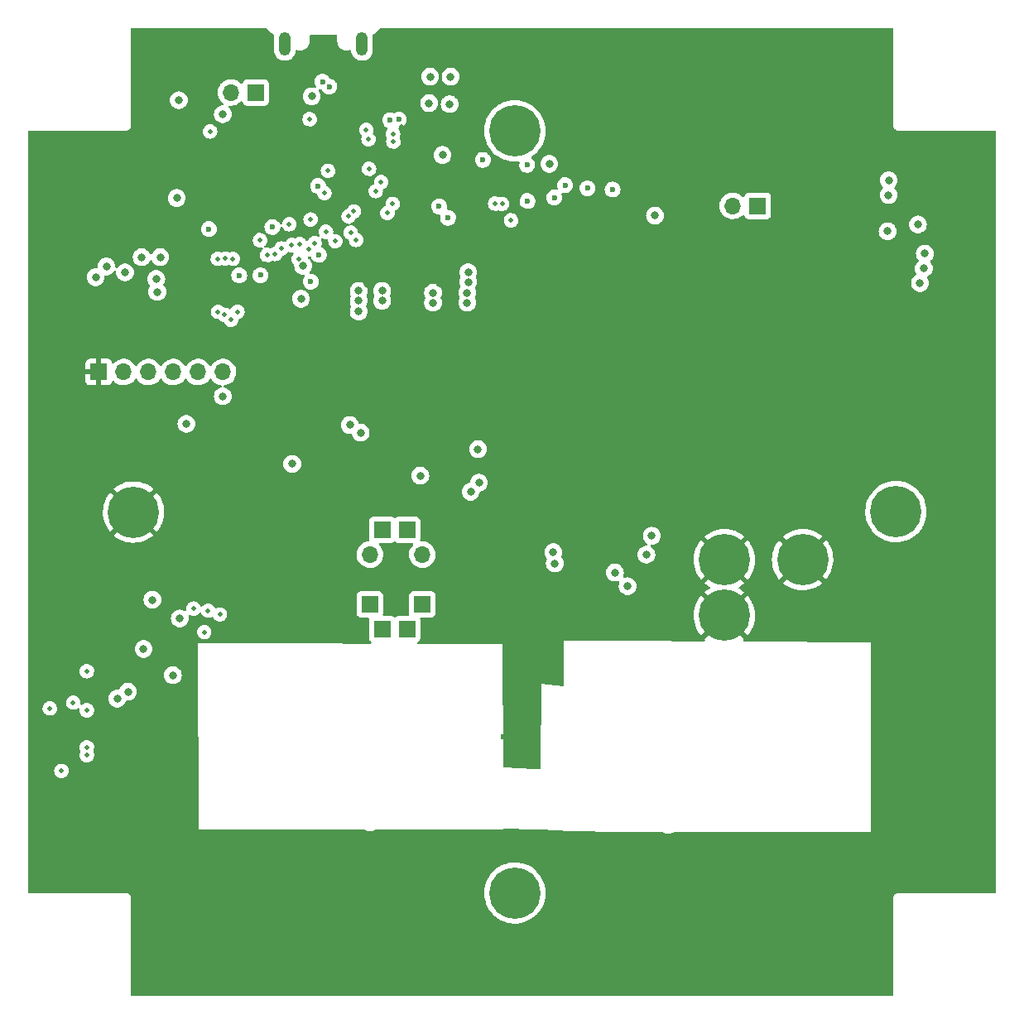
<source format=gbr>
%TF.GenerationSoftware,KiCad,Pcbnew,(6.0.7)*%
%TF.CreationDate,2023-03-27T22:24:21-07:00*%
%TF.ProjectId,FC_Board_v1,46435f42-6f61-4726-945f-76312e6b6963,rev?*%
%TF.SameCoordinates,Original*%
%TF.FileFunction,Copper,L3,Inr*%
%TF.FilePolarity,Positive*%
%FSLAX46Y46*%
G04 Gerber Fmt 4.6, Leading zero omitted, Abs format (unit mm)*
G04 Created by KiCad (PCBNEW (6.0.7)) date 2023-03-27 22:24:21*
%MOMM*%
%LPD*%
G01*
G04 APERTURE LIST*
%TA.AperFunction,ComponentPad*%
%ADD10C,5.250000*%
%TD*%
%TA.AperFunction,ComponentPad*%
%ADD11R,1.700000X1.700000*%
%TD*%
%TA.AperFunction,ComponentPad*%
%ADD12O,1.700000X1.700000*%
%TD*%
%TA.AperFunction,ComponentPad*%
%ADD13O,1.208000X2.416000*%
%TD*%
%TA.AperFunction,ViaPad*%
%ADD14C,0.800000*%
%TD*%
%TA.AperFunction,ViaPad*%
%ADD15C,0.600000*%
%TD*%
%TA.AperFunction,ViaPad*%
%ADD16C,0.460000*%
%TD*%
G04 APERTURE END LIST*
D10*
%TO.N,GND*%
%TO.C,*%
X195245800Y-117119400D03*
%TD*%
D11*
%TO.N,N/C*%
%TO.C,J_Burn*%
X154795800Y-124214400D03*
X150985800Y-121674400D03*
X152255800Y-124214400D03*
X156355800Y-121674400D03*
D12*
X150985800Y-116594400D03*
D11*
X152255800Y-114054400D03*
X154795800Y-114054400D03*
D12*
X156355800Y-116594400D03*
%TD*%
D11*
%TO.N,/BATT_NEG*%
%TO.C,J6*%
X190645800Y-80919400D03*
D12*
%TO.N,/BATT_POS*%
X188105800Y-80919400D03*
%TD*%
D10*
%TO.N,3.3V*%
%TO.C,J2*%
X165820800Y-151194400D03*
%TD*%
%TO.N,VBUS*%
%TO.C,J5*%
X165820800Y-73244400D03*
%TD*%
%TO.N,GND*%
%TO.C,*%
X187245800Y-117119400D03*
%TD*%
D11*
%TO.N,GND*%
%TO.C,J3*%
X123266200Y-97917000D03*
D12*
%TO.N,TX*%
X125806200Y-97917000D03*
%TO.N,RX*%
X128346200Y-97917000D03*
%TO.N,SDA1*%
X130886200Y-97917000D03*
%TO.N,SCL1*%
X133426200Y-97917000D03*
%TO.N,3.3V*%
X135966200Y-97917000D03*
%TD*%
D10*
%TO.N,GND*%
%TO.C,*%
X187245800Y-122819400D03*
%TD*%
D11*
%TO.N,VBUS*%
%TO.C,J5*%
X139320800Y-69319400D03*
D12*
%TO.N,VUR*%
X136780800Y-69319400D03*
%TD*%
D13*
%TO.N,N/C*%
%TO.C,X1*%
X142285800Y-64366900D03*
X150185800Y-64366900D03*
%TD*%
D10*
%TO.N,GND*%
%TO.C,J3*%
X126820800Y-112244400D03*
%TD*%
%TO.N,unconnected-(J4-Pad1)*%
%TO.C,J4*%
X204795800Y-112194400D03*
%TD*%
D14*
%TO.N,SCL1*%
X162145800Y-109244400D03*
X169745800Y-116344400D03*
X179820800Y-114669400D03*
%TO.N,SDA1*%
X179270800Y-116594400D03*
X169895800Y-117494400D03*
X161295800Y-110169400D03*
%TO.N,GND*%
X139320800Y-116569400D03*
%TO.N,3.3V*%
X132220800Y-103219400D03*
X128745800Y-121219400D03*
%TO.N,GND*%
X188256525Y-147097383D03*
D15*
X169341800Y-119532400D03*
D14*
X133645800Y-93419400D03*
D16*
X154254200Y-72847200D03*
D14*
X165785800Y-96799400D03*
X191185800Y-124739400D03*
X165785800Y-91719400D03*
D15*
X155625800Y-83083400D03*
X170357800Y-129057400D03*
D14*
X142925800Y-96799400D03*
X203245800Y-127419400D03*
D16*
X144297400Y-83997800D03*
D14*
X162483800Y-78384400D03*
X153085800Y-96799400D03*
D15*
X170357800Y-124612400D03*
D14*
X153085800Y-101879400D03*
D16*
X142392400Y-72923400D03*
D14*
X165785800Y-94259400D03*
D16*
X143129000Y-72059800D03*
D14*
X183245800Y-147119400D03*
D15*
X148815628Y-78567413D03*
D14*
X123845800Y-95319400D03*
X181025800Y-124739400D03*
X167309800Y-88671400D03*
D15*
X164632006Y-135192754D03*
D14*
X158081700Y-125006600D03*
X203245800Y-137579400D03*
X178245800Y-147119400D03*
X171373800Y-111785400D03*
X165785800Y-106959400D03*
D15*
X148745800Y-68419400D03*
D14*
X173659800Y-111785400D03*
X162483800Y-97561400D03*
X178485800Y-124739400D03*
X148005800Y-101879400D03*
X163245800Y-147119400D03*
X203223056Y-135402477D03*
X132345800Y-129387531D03*
X162483800Y-94767400D03*
X173245800Y-147119400D03*
X158245800Y-147119400D03*
X162610800Y-80924400D03*
X183565800Y-124739400D03*
X168325800Y-109499400D03*
D15*
X168071800Y-135280400D03*
D14*
X165785800Y-104419400D03*
X135645800Y-124919400D03*
X203245799Y-132582244D03*
X132345800Y-134467531D03*
X173405800Y-124739400D03*
X162483800Y-83591400D03*
X158165800Y-101879400D03*
D16*
X143731501Y-79825101D03*
D14*
X203245800Y-140119400D03*
D16*
X117245800Y-132519400D03*
D14*
X158195800Y-93369400D03*
X158165800Y-96799400D03*
X148767800Y-79781400D03*
X160705800Y-104419400D03*
X145465800Y-99339400D03*
X175945800Y-124739400D03*
X160705800Y-99339400D03*
X162483800Y-89433400D03*
X132345800Y-137007531D03*
X193725800Y-124739400D03*
X143245800Y-147119400D03*
X145461639Y-94255239D03*
X165785800Y-101879400D03*
X147921700Y-125006600D03*
D16*
X153847800Y-64211200D03*
D14*
X160701357Y-124999293D03*
X203245800Y-129959400D03*
X167309800Y-103911400D03*
X132328823Y-131919400D03*
X150395800Y-124969400D03*
X132345800Y-126847531D03*
X150037800Y-78511400D03*
X145372030Y-124999293D03*
X150695800Y-93269400D03*
X132345800Y-139547531D03*
X168537643Y-147188359D03*
X137893628Y-76916413D03*
X158140400Y-88798400D03*
X148895502Y-77444600D03*
D15*
X143845800Y-68319400D03*
D16*
X149834600Y-70713600D03*
D14*
X123445800Y-85819400D03*
X192845800Y-147019400D03*
D16*
X116445800Y-135719400D03*
D14*
X132345800Y-142087531D03*
X150749000Y-88925400D03*
D15*
X144945800Y-68319400D03*
D14*
X162483800Y-92227400D03*
X165785800Y-99339400D03*
X148245800Y-147119400D03*
X163249095Y-124732093D03*
X148005800Y-96799400D03*
X173405800Y-114579400D03*
X153245800Y-147119400D03*
X203268543Y-142976165D03*
X165769001Y-89175895D03*
X132345800Y-144627531D03*
D16*
%TO.N,3.3V*%
X146710400Y-77332500D03*
D14*
X180145800Y-81919400D03*
D16*
X148818600Y-81991200D03*
D14*
X122945800Y-88219400D03*
X162045800Y-105819400D03*
D16*
X150622000Y-73152000D03*
D14*
X131245800Y-80119400D03*
D15*
X158978600Y-82143600D03*
X145770600Y-85928200D03*
D16*
X152781000Y-81661000D03*
D14*
X157045800Y-70419400D03*
X131445800Y-70119400D03*
X135940800Y-71551800D03*
X159245800Y-67719400D03*
X143945800Y-90419400D03*
D16*
X144830800Y-72059800D03*
D15*
X162545800Y-76219400D03*
X134529996Y-83300963D03*
D14*
X135940800Y-100406200D03*
D16*
X150901400Y-77139800D03*
D14*
X159145800Y-70519400D03*
X157145800Y-67719400D03*
D16*
X165430200Y-82397600D03*
%TO.N,TX*%
X135458200Y-91750700D03*
X135432800Y-86339300D03*
%TO.N,RX*%
X136144000Y-92075000D03*
X136220200Y-86309200D03*
%TO.N,SDA1*%
X136956800Y-86339300D03*
X142748313Y-82804313D03*
X140481347Y-85942512D03*
D14*
X150045800Y-104119400D03*
D16*
X134445800Y-122319400D03*
X136790721Y-92587203D03*
%TO.N,SCL1*%
X134045800Y-124519400D03*
D14*
X148945800Y-103328900D03*
D16*
X132945800Y-122119400D03*
X137439400Y-91750700D03*
X146329400Y-79629000D03*
D14*
%TO.N,SPI1_MISO*%
X129245800Y-89719400D03*
X127645800Y-86169300D03*
%TO.N,SPI1_SCK*%
X124045800Y-87119400D03*
D16*
X145328084Y-84749084D03*
D14*
X125945800Y-87719400D03*
D16*
X143812816Y-84834016D03*
%TO.N,SPI1_MOSI*%
X143000016Y-84931648D03*
X144731184Y-85345984D03*
%TO.N,/USBBOOT*%
X149036160Y-83661771D03*
D15*
X141020800Y-83080113D03*
D16*
%TO.N,SWCLK*%
X153325610Y-80707939D03*
%TO.N,SWDIO*%
X151586053Y-79419492D03*
D15*
%TO.N,/~{RESET}*%
X158064200Y-80975200D03*
D16*
X152146000Y-78486000D03*
D15*
%TO.N,SPI0_MISO*%
X170945800Y-78819400D03*
X169845800Y-80077700D03*
X175813866Y-79251334D03*
X173245800Y-79119400D03*
%TO.N,NEOPIX*%
X153949400Y-72085200D03*
D16*
%TO.N,RF1_IO0*%
X153360642Y-73560510D03*
D14*
X177345800Y-119819400D03*
D16*
X164515800Y-80721200D03*
D14*
X176045800Y-118419400D03*
D15*
%TO.N,RF1_RST*%
X167081200Y-76728124D03*
X167106600Y-80433300D03*
D16*
%TO.N,RF1_IO4*%
X163802354Y-80694895D03*
X153390600Y-74345800D03*
D14*
%TO.N,ENAB_RF*%
X207045800Y-82819400D03*
X160945800Y-89819400D03*
%TO.N,VBUS_RESET*%
X204045800Y-79819400D03*
X161045800Y-88718903D03*
D16*
X149352000Y-81483200D03*
X149580600Y-84404200D03*
D14*
%TO.N,Net-(R2-Pad2)*%
X158419800Y-75717400D03*
X169345800Y-76628124D03*
D15*
%TO.N,Net-(R5-Pad1)*%
X146145800Y-68219400D03*
%TO.N,Net-(R6-Pad1)*%
X146845800Y-68719400D03*
%TO.N,NEO_PWR*%
X153059718Y-72160718D03*
D14*
%TO.N,BURN_RELAY_A*%
X204050800Y-78314400D03*
X161045800Y-87719400D03*
D16*
%TO.N,I2C_RESET*%
X144930340Y-82319341D03*
D14*
X160945800Y-90818903D03*
X203945800Y-83519400D03*
D16*
X147461190Y-84545390D03*
D15*
%TO.N,ENABLE_BURN*%
X145694400Y-78892400D03*
X144945800Y-88684782D03*
X139811634Y-88021034D03*
D14*
X207250800Y-88814400D03*
D15*
X137625700Y-88036400D03*
D14*
X149845800Y-91719400D03*
%TO.N,SCL0*%
X157445800Y-89819400D03*
X207750800Y-85814400D03*
X152245800Y-89619400D03*
X149845800Y-89619400D03*
D16*
X143715184Y-86361984D03*
X141929247Y-85287247D03*
D14*
%TO.N,SDA0*%
X207650800Y-87314400D03*
X144160984Y-87061510D03*
D16*
X141293614Y-85845414D03*
D14*
X157445800Y-90818903D03*
X152245800Y-90619400D03*
X149845800Y-90618903D03*
%TO.N,SPI1_CS0*%
X129145800Y-88395100D03*
D16*
X146496484Y-83580684D03*
D14*
X129545800Y-86169300D03*
D16*
X139750800Y-84429600D03*
D14*
%TO.N,2.8V*%
X131545800Y-123119400D03*
X127845800Y-126243900D03*
D16*
X119445800Y-138719400D03*
%TO.N,/XSHUT_2.8V*%
X122045800Y-132519400D03*
X120645800Y-131719400D03*
X122045800Y-128519400D03*
%TO.N,/XSHUT*%
X150845800Y-74119400D03*
X134645800Y-73319400D03*
D14*
%TO.N,VBUS*%
X145045800Y-69719400D03*
%TO.N,/SCL_3V*%
X125145800Y-131319400D03*
X130845800Y-128919400D03*
D16*
X122045800Y-136319400D03*
%TO.N,/SDA_3V*%
X135645800Y-122713700D03*
D14*
X126245800Y-130619400D03*
D16*
X122045800Y-137119400D03*
%TO.N,/GPIO*%
X118245800Y-132319400D03*
D14*
%TO.N,/BOOT_3V*%
X156147680Y-108516579D03*
X143045800Y-107319400D03*
%TD*%
%TA.AperFunction,Conductor*%
%TO.N,GND*%
G36*
X140144883Y-62725701D02*
G01*
X140374874Y-62726728D01*
X140442903Y-62747034D01*
X140463405Y-62763632D01*
X140925977Y-63226204D01*
X140933600Y-63235744D01*
X140933968Y-63235430D01*
X140939786Y-63242266D01*
X140944576Y-63249858D01*
X140951304Y-63255800D01*
X140984925Y-63285493D01*
X140990612Y-63290839D01*
X141002055Y-63302282D01*
X141009580Y-63307922D01*
X141010430Y-63308559D01*
X141018259Y-63314933D01*
X141053751Y-63346278D01*
X141061874Y-63350092D01*
X141064362Y-63351726D01*
X141079323Y-63360714D01*
X141081909Y-63362130D01*
X141089095Y-63367516D01*
X141097498Y-63370666D01*
X141097505Y-63370670D01*
X141120035Y-63379116D01*
X141176799Y-63421758D01*
X141201498Y-63488320D01*
X141199468Y-63521246D01*
X141193546Y-63551574D01*
X141173574Y-63653845D01*
X141173300Y-63659447D01*
X141173300Y-65023936D01*
X141188402Y-65182226D01*
X141248161Y-65385926D01*
X141345361Y-65574651D01*
X141349065Y-65579366D01*
X141472788Y-65736874D01*
X141472792Y-65736878D01*
X141476494Y-65741591D01*
X141636830Y-65880723D01*
X141820581Y-65987026D01*
X141929615Y-66024889D01*
X142015454Y-66054697D01*
X142015456Y-66054697D01*
X142021119Y-66056664D01*
X142027054Y-66057525D01*
X142027056Y-66057525D01*
X142225267Y-66086265D01*
X142225270Y-66086265D01*
X142231207Y-66087126D01*
X142443266Y-66077311D01*
X142575920Y-66045341D01*
X142643809Y-66028980D01*
X142643811Y-66028979D01*
X142649642Y-66027574D01*
X142655100Y-66025092D01*
X142655104Y-66025091D01*
X142770587Y-65972583D01*
X142842890Y-65939709D01*
X143016037Y-65816887D01*
X143162835Y-65663540D01*
X143181434Y-65634736D01*
X143274735Y-65490238D01*
X143274736Y-65490235D01*
X143277987Y-65485201D01*
X143357339Y-65288304D01*
X143379222Y-65176249D01*
X143397158Y-65084400D01*
X143398026Y-65079955D01*
X143398412Y-65080030D01*
X143425481Y-65017159D01*
X143484354Y-64977480D01*
X143559060Y-64976998D01*
X143672901Y-65011532D01*
X143860800Y-65030038D01*
X144048699Y-65011532D01*
X144229377Y-64956723D01*
X144234832Y-64953807D01*
X144234835Y-64953806D01*
X144390432Y-64870638D01*
X144390433Y-64870637D01*
X144395891Y-64867720D01*
X144541841Y-64747941D01*
X144661620Y-64601991D01*
X144750623Y-64435477D01*
X144805432Y-64254799D01*
X144819915Y-64107754D01*
X144821053Y-64099205D01*
X144821149Y-64098635D01*
X144824376Y-64079452D01*
X144824529Y-64066900D01*
X144820573Y-64039276D01*
X144819300Y-64021414D01*
X144819300Y-63551400D01*
X144839302Y-63483279D01*
X144892958Y-63436786D01*
X144945300Y-63425400D01*
X147526090Y-63425400D01*
X147529682Y-63425451D01*
X147529901Y-63425458D01*
X147597420Y-63447397D01*
X147642362Y-63502358D01*
X147652300Y-63551406D01*
X147652300Y-64017533D01*
X147650800Y-64036918D01*
X147648490Y-64051751D01*
X147648490Y-64051755D01*
X147647109Y-64060624D01*
X147647930Y-64066900D01*
X147647662Y-64066900D01*
X147666168Y-64254799D01*
X147720977Y-64435477D01*
X147809980Y-64601991D01*
X147929759Y-64747941D01*
X148075709Y-64867720D01*
X148081167Y-64870637D01*
X148081168Y-64870638D01*
X148236765Y-64953806D01*
X148236768Y-64953807D01*
X148242223Y-64956723D01*
X148422901Y-65011532D01*
X148610800Y-65030038D01*
X148798699Y-65011532D01*
X148899105Y-64981074D01*
X148917047Y-64975631D01*
X148988040Y-64974997D01*
X149048107Y-65012846D01*
X149079053Y-65084238D01*
X149079069Y-65084403D01*
X149088402Y-65182226D01*
X149148161Y-65385926D01*
X149245361Y-65574651D01*
X149249065Y-65579366D01*
X149372788Y-65736874D01*
X149372792Y-65736878D01*
X149376494Y-65741591D01*
X149536830Y-65880723D01*
X149720581Y-65987026D01*
X149829615Y-66024889D01*
X149915454Y-66054697D01*
X149915456Y-66054697D01*
X149921119Y-66056664D01*
X149927054Y-66057525D01*
X149927056Y-66057525D01*
X150125267Y-66086265D01*
X150125270Y-66086265D01*
X150131207Y-66087126D01*
X150343266Y-66077311D01*
X150475920Y-66045341D01*
X150543809Y-66028980D01*
X150543811Y-66028979D01*
X150549642Y-66027574D01*
X150555100Y-66025092D01*
X150555104Y-66025091D01*
X150670587Y-65972583D01*
X150742890Y-65939709D01*
X150916037Y-65816887D01*
X151062835Y-65663540D01*
X151081434Y-65634736D01*
X151174735Y-65490238D01*
X151174736Y-65490235D01*
X151177987Y-65485201D01*
X151257339Y-65288304D01*
X151298026Y-65079955D01*
X151298300Y-65074353D01*
X151298300Y-63709864D01*
X151283198Y-63551574D01*
X151281119Y-63544489D01*
X151277618Y-63532551D01*
X151277637Y-63461555D01*
X151316037Y-63401839D01*
X151356608Y-63378262D01*
X151365194Y-63375233D01*
X151365196Y-63375232D01*
X151373660Y-63372246D01*
X151381913Y-63366309D01*
X151403336Y-63353896D01*
X151412582Y-63349692D01*
X151446687Y-63320305D01*
X151455352Y-63313477D01*
X151460559Y-63309731D01*
X151460561Y-63309729D01*
X151464512Y-63306887D01*
X151470816Y-63300675D01*
X151477179Y-63294404D01*
X151483372Y-63288696D01*
X151516126Y-63260473D01*
X151522927Y-63254613D01*
X151527810Y-63247080D01*
X151533710Y-63240316D01*
X151533916Y-63240496D01*
X151542229Y-63230297D01*
X151546383Y-63226204D01*
X152017466Y-62761956D01*
X152080024Y-62728387D01*
X152105907Y-62725700D01*
X204411700Y-62725700D01*
X204479821Y-62745702D01*
X204526314Y-62799358D01*
X204537700Y-62851700D01*
X204537700Y-72708577D01*
X204537698Y-72709347D01*
X204537224Y-72786921D01*
X204541458Y-72801734D01*
X204545350Y-72815353D01*
X204548928Y-72832115D01*
X204553120Y-72861387D01*
X204556834Y-72869555D01*
X204556834Y-72869556D01*
X204563748Y-72884762D01*
X204570196Y-72902286D01*
X204577251Y-72926971D01*
X204582043Y-72934565D01*
X204582044Y-72934568D01*
X204593030Y-72951980D01*
X204601169Y-72967063D01*
X204613408Y-72993982D01*
X204619269Y-73000784D01*
X204630170Y-73013435D01*
X204641273Y-73028439D01*
X204654976Y-73050158D01*
X204661701Y-73056097D01*
X204661704Y-73056101D01*
X204677138Y-73069732D01*
X204689182Y-73081924D01*
X204702627Y-73097527D01*
X204702630Y-73097529D01*
X204708487Y-73104327D01*
X204716016Y-73109207D01*
X204716017Y-73109208D01*
X204730035Y-73118294D01*
X204744909Y-73129585D01*
X204757417Y-73140631D01*
X204764151Y-73146578D01*
X204784138Y-73155962D01*
X204790911Y-73159142D01*
X204805891Y-73167463D01*
X204823183Y-73178671D01*
X204823188Y-73178673D01*
X204830715Y-73183552D01*
X204839308Y-73186122D01*
X204839313Y-73186124D01*
X204855320Y-73190911D01*
X204872764Y-73197572D01*
X204887876Y-73204667D01*
X204887878Y-73204668D01*
X204896000Y-73208481D01*
X204904867Y-73209862D01*
X204904868Y-73209862D01*
X204907553Y-73210280D01*
X204925217Y-73213030D01*
X204941932Y-73216813D01*
X204961666Y-73222715D01*
X204961672Y-73222716D01*
X204970266Y-73225286D01*
X204979237Y-73225341D01*
X204979238Y-73225341D01*
X204989297Y-73225402D01*
X205004706Y-73225496D01*
X205005489Y-73225529D01*
X205006586Y-73225700D01*
X205037577Y-73225700D01*
X205038347Y-73225702D01*
X205111985Y-73226152D01*
X205111986Y-73226152D01*
X205115921Y-73226176D01*
X205117265Y-73225792D01*
X205118610Y-73225700D01*
X214911700Y-73225700D01*
X214979821Y-73245702D01*
X215026314Y-73299358D01*
X215037700Y-73351700D01*
X215037700Y-151082700D01*
X215017698Y-151150821D01*
X214964042Y-151197314D01*
X214911700Y-151208700D01*
X205054823Y-151208700D01*
X205054053Y-151208698D01*
X205053237Y-151208693D01*
X204976479Y-151208224D01*
X204954118Y-151214615D01*
X204948047Y-151216350D01*
X204931285Y-151219928D01*
X204902013Y-151224120D01*
X204893845Y-151227834D01*
X204893844Y-151227834D01*
X204878638Y-151234748D01*
X204861114Y-151241196D01*
X204836429Y-151248251D01*
X204828835Y-151253043D01*
X204828832Y-151253044D01*
X204811420Y-151264030D01*
X204796337Y-151272169D01*
X204769418Y-151284408D01*
X204762616Y-151290269D01*
X204749965Y-151301170D01*
X204734961Y-151312273D01*
X204713242Y-151325976D01*
X204707303Y-151332701D01*
X204707299Y-151332704D01*
X204693668Y-151348138D01*
X204681476Y-151360182D01*
X204665873Y-151373627D01*
X204665871Y-151373630D01*
X204659073Y-151379487D01*
X204654193Y-151387016D01*
X204654192Y-151387017D01*
X204645106Y-151401035D01*
X204633815Y-151415909D01*
X204622769Y-151428417D01*
X204616822Y-151435151D01*
X204610512Y-151448591D01*
X204604258Y-151461911D01*
X204595937Y-151476891D01*
X204584729Y-151494183D01*
X204584727Y-151494188D01*
X204579848Y-151501715D01*
X204577278Y-151510308D01*
X204577276Y-151510313D01*
X204572489Y-151526320D01*
X204565828Y-151543764D01*
X204558733Y-151558876D01*
X204554919Y-151567000D01*
X204553538Y-151575867D01*
X204553538Y-151575868D01*
X204550370Y-151596215D01*
X204546587Y-151612932D01*
X204540685Y-151632666D01*
X204540684Y-151632672D01*
X204538114Y-151641266D01*
X204538059Y-151650237D01*
X204538059Y-151650238D01*
X204537904Y-151675697D01*
X204537871Y-151676489D01*
X204537700Y-151677586D01*
X204537700Y-151708577D01*
X204537698Y-151709347D01*
X204537224Y-151786921D01*
X204537608Y-151788265D01*
X204537700Y-151789610D01*
X204537700Y-161582700D01*
X204517698Y-161650821D01*
X204464042Y-161697314D01*
X204411700Y-161708700D01*
X126680700Y-161708700D01*
X126612579Y-161688698D01*
X126566086Y-161635042D01*
X126554700Y-161582700D01*
X126554700Y-151725823D01*
X126554702Y-151725053D01*
X126555000Y-151676302D01*
X126555176Y-151647479D01*
X126547050Y-151619047D01*
X126543472Y-151602285D01*
X126540552Y-151581898D01*
X126539280Y-151573013D01*
X126528651Y-151549636D01*
X126522204Y-151532113D01*
X126517616Y-151516062D01*
X126515149Y-151507429D01*
X126508658Y-151497141D01*
X126499370Y-151482420D01*
X126491230Y-151467335D01*
X126488764Y-151461911D01*
X126478992Y-151440418D01*
X126462230Y-151420965D01*
X126451127Y-151405961D01*
X126437424Y-151384242D01*
X126430699Y-151378303D01*
X126430696Y-151378299D01*
X126415262Y-151364668D01*
X126403218Y-151352476D01*
X126389773Y-151336873D01*
X126389770Y-151336871D01*
X126383913Y-151330073D01*
X126370209Y-151321190D01*
X126362365Y-151316106D01*
X126347491Y-151304815D01*
X126334983Y-151293769D01*
X126334982Y-151293768D01*
X126328249Y-151287822D01*
X126301487Y-151275257D01*
X126286509Y-151266937D01*
X126269217Y-151255729D01*
X126269212Y-151255727D01*
X126261685Y-151250848D01*
X126253092Y-151248278D01*
X126253087Y-151248276D01*
X126237080Y-151243489D01*
X126219636Y-151236828D01*
X126204524Y-151229733D01*
X126204522Y-151229732D01*
X126196400Y-151225919D01*
X126187533Y-151224538D01*
X126187532Y-151224538D01*
X126176678Y-151222848D01*
X126167183Y-151221370D01*
X126150468Y-151217587D01*
X126130734Y-151211685D01*
X126130728Y-151211684D01*
X126122134Y-151209114D01*
X126113163Y-151209059D01*
X126113162Y-151209059D01*
X126103103Y-151208998D01*
X126087694Y-151208904D01*
X126086911Y-151208871D01*
X126085814Y-151208700D01*
X126054823Y-151208700D01*
X126054053Y-151208698D01*
X125980415Y-151208248D01*
X125980414Y-151208248D01*
X125976479Y-151208224D01*
X125975135Y-151208608D01*
X125973790Y-151208700D01*
X116180700Y-151208700D01*
X116112579Y-151188698D01*
X116079551Y-151150581D01*
X162682669Y-151150581D01*
X162697342Y-151500658D01*
X162717778Y-151632666D01*
X162747337Y-151823610D01*
X162750945Y-151846918D01*
X162842812Y-152185045D01*
X162844102Y-152188304D01*
X162844104Y-152188309D01*
X162893116Y-152312098D01*
X162971798Y-152510824D01*
X163136293Y-152820195D01*
X163138283Y-152823101D01*
X163138284Y-152823103D01*
X163212290Y-152931185D01*
X163334249Y-153109302D01*
X163563197Y-153374542D01*
X163820285Y-153612607D01*
X164102307Y-153820532D01*
X164105344Y-153822286D01*
X164105348Y-153822288D01*
X164265860Y-153914959D01*
X164405749Y-153995724D01*
X164408970Y-153997131D01*
X164723607Y-154134593D01*
X164723617Y-154134597D01*
X164726829Y-154136000D01*
X164730187Y-154137039D01*
X164730191Y-154137041D01*
X164866485Y-154179231D01*
X165061543Y-154239612D01*
X165064999Y-154240271D01*
X165064998Y-154240271D01*
X165402271Y-154304610D01*
X165402277Y-154304611D01*
X165405722Y-154305268D01*
X165637053Y-154323068D01*
X165751577Y-154331880D01*
X165751578Y-154331880D01*
X165755074Y-154332149D01*
X165987091Y-154324046D01*
X166101729Y-154320043D01*
X166101733Y-154320043D01*
X166105245Y-154319920D01*
X166108724Y-154319406D01*
X166108727Y-154319406D01*
X166448378Y-154269251D01*
X166448384Y-154269250D01*
X166451870Y-154268735D01*
X166455274Y-154267836D01*
X166455277Y-154267835D01*
X166787239Y-154180127D01*
X166787240Y-154180127D01*
X166790630Y-154179231D01*
X167117302Y-154052523D01*
X167427814Y-153890192D01*
X167718296Y-153694259D01*
X167985127Y-153467168D01*
X168069869Y-153376927D01*
X168222571Y-153214316D01*
X168222575Y-153214311D01*
X168224982Y-153211748D01*
X168434871Y-152931185D01*
X168612177Y-152628973D01*
X168613609Y-152625757D01*
X168753259Y-152312098D01*
X168753261Y-152312093D01*
X168754691Y-152308881D01*
X168860637Y-151974898D01*
X168928694Y-151631186D01*
X168945721Y-151428417D01*
X168957830Y-151284214D01*
X168957831Y-151284203D01*
X168958013Y-151282030D01*
X168958201Y-151268613D01*
X168959207Y-151196578D01*
X168959207Y-151196566D01*
X168959237Y-151194400D01*
X168958919Y-151188698D01*
X168939874Y-150848071D01*
X168939678Y-150844562D01*
X168881245Y-150499084D01*
X168784666Y-150162273D01*
X168737618Y-150048126D01*
X168652483Y-149841571D01*
X168652479Y-149841563D01*
X168651145Y-149838326D01*
X168482346Y-149531282D01*
X168280373Y-149244967D01*
X168047743Y-148982950D01*
X168045142Y-148980608D01*
X168045137Y-148980603D01*
X167789967Y-148750847D01*
X167789966Y-148750847D01*
X167787357Y-148748497D01*
X167749338Y-148721278D01*
X167505313Y-148546573D01*
X167505310Y-148546571D01*
X167502459Y-148544530D01*
X167196600Y-148373592D01*
X166873594Y-148237812D01*
X166870225Y-148236821D01*
X166870221Y-148236819D01*
X166721853Y-148193152D01*
X166537465Y-148138884D01*
X166261695Y-148090258D01*
X166195863Y-148078650D01*
X166195861Y-148078650D01*
X166192403Y-148078040D01*
X166188894Y-148077819D01*
X166188892Y-148077819D01*
X165846228Y-148056260D01*
X165846222Y-148056260D01*
X165842710Y-148056039D01*
X165745316Y-148060803D01*
X165496251Y-148072984D01*
X165496243Y-148072985D01*
X165492744Y-148073156D01*
X165489276Y-148073718D01*
X165489273Y-148073718D01*
X165150342Y-148128613D01*
X165150339Y-148128614D01*
X165146867Y-148129176D01*
X165143484Y-148130121D01*
X165143482Y-148130121D01*
X165108547Y-148139875D01*
X164809389Y-148223401D01*
X164806141Y-148224713D01*
X164806133Y-148224716D01*
X164487783Y-148353338D01*
X164487779Y-148353340D01*
X164484519Y-148354657D01*
X164481432Y-148356326D01*
X164481428Y-148356328D01*
X164452020Y-148372229D01*
X164176303Y-148521309D01*
X163888585Y-148721278D01*
X163885943Y-148723591D01*
X163885939Y-148723594D01*
X163647006Y-148932765D01*
X163624951Y-148952073D01*
X163388686Y-149210816D01*
X163182735Y-149494283D01*
X163009665Y-149798941D01*
X162871634Y-150120991D01*
X162770362Y-150456421D01*
X162707111Y-150801050D01*
X162682669Y-151150581D01*
X116079551Y-151150581D01*
X116066086Y-151135042D01*
X116054700Y-151082700D01*
X116054700Y-138709024D01*
X118702699Y-138709024D01*
X118718867Y-138873914D01*
X118771164Y-139031125D01*
X118856992Y-139172843D01*
X118972084Y-139292025D01*
X118977976Y-139295880D01*
X118977980Y-139295884D01*
X119104824Y-139378888D01*
X119110720Y-139382746D01*
X119117324Y-139385202D01*
X119117326Y-139385203D01*
X119188365Y-139411622D01*
X119266010Y-139440498D01*
X119430236Y-139462410D01*
X119437247Y-139461772D01*
X119437251Y-139461772D01*
X119588215Y-139448033D01*
X119595236Y-139447394D01*
X119601938Y-139445216D01*
X119601940Y-139445216D01*
X119746109Y-139398373D01*
X119746112Y-139398372D01*
X119752808Y-139396196D01*
X119822681Y-139354543D01*
X119889067Y-139314970D01*
X119889070Y-139314968D01*
X119895122Y-139311360D01*
X119959918Y-139249655D01*
X120010000Y-139201963D01*
X120010002Y-139201961D01*
X120015104Y-139197102D01*
X120106790Y-139059103D01*
X120165625Y-138904220D01*
X120188683Y-138740151D01*
X120188973Y-138719400D01*
X120170505Y-138554751D01*
X120116018Y-138398286D01*
X120063347Y-138313994D01*
X120031953Y-138263754D01*
X120028220Y-138257780D01*
X119911475Y-138140217D01*
X119901320Y-138133772D01*
X119857247Y-138105803D01*
X119771586Y-138051441D01*
X119674950Y-138017030D01*
X119622138Y-137998224D01*
X119622136Y-137998223D01*
X119615504Y-137995862D01*
X119608518Y-137995029D01*
X119608514Y-137995028D01*
X119492301Y-137981171D01*
X119450988Y-137976245D01*
X119443986Y-137976981D01*
X119443984Y-137976981D01*
X119293215Y-137992828D01*
X119293213Y-137992828D01*
X119286215Y-137993564D01*
X119129372Y-138046957D01*
X119115941Y-138055220D01*
X118994259Y-138130079D01*
X118994256Y-138130081D01*
X118988257Y-138133772D01*
X118869882Y-138249693D01*
X118866063Y-138255618D01*
X118866062Y-138255620D01*
X118828443Y-138313994D01*
X118780131Y-138388959D01*
X118777720Y-138395582D01*
X118777719Y-138395585D01*
X118725875Y-138538026D01*
X118725874Y-138538031D01*
X118723465Y-138544649D01*
X118702699Y-138709024D01*
X116054700Y-138709024D01*
X116054700Y-137109024D01*
X121302699Y-137109024D01*
X121318867Y-137273914D01*
X121371164Y-137431125D01*
X121456992Y-137572843D01*
X121572084Y-137692025D01*
X121577976Y-137695880D01*
X121577980Y-137695884D01*
X121704824Y-137778888D01*
X121710720Y-137782746D01*
X121717324Y-137785202D01*
X121717326Y-137785203D01*
X121788365Y-137811622D01*
X121866010Y-137840498D01*
X122030236Y-137862410D01*
X122037247Y-137861772D01*
X122037251Y-137861772D01*
X122188215Y-137848033D01*
X122195236Y-137847394D01*
X122201938Y-137845216D01*
X122201940Y-137845216D01*
X122346109Y-137798373D01*
X122346112Y-137798372D01*
X122352808Y-137796196D01*
X122422681Y-137754543D01*
X122489067Y-137714970D01*
X122489070Y-137714968D01*
X122495122Y-137711360D01*
X122559918Y-137649655D01*
X122610000Y-137601963D01*
X122610002Y-137601961D01*
X122615104Y-137597102D01*
X122706790Y-137459103D01*
X122765625Y-137304220D01*
X122788683Y-137140151D01*
X122788973Y-137119400D01*
X122770505Y-136954751D01*
X122716018Y-136798286D01*
X122709150Y-136787295D01*
X122690015Y-136718925D01*
X122703756Y-136663670D01*
X122706790Y-136659103D01*
X122765625Y-136504220D01*
X122788683Y-136340151D01*
X122788973Y-136319400D01*
X122770505Y-136154751D01*
X122716018Y-135998286D01*
X122628220Y-135857780D01*
X122511475Y-135740217D01*
X122501320Y-135733772D01*
X122457247Y-135705803D01*
X122371586Y-135651441D01*
X122274950Y-135617030D01*
X122222138Y-135598224D01*
X122222136Y-135598223D01*
X122215504Y-135595862D01*
X122208518Y-135595029D01*
X122208514Y-135595028D01*
X122092301Y-135581171D01*
X122050988Y-135576245D01*
X122043986Y-135576981D01*
X122043984Y-135576981D01*
X121893215Y-135592828D01*
X121893213Y-135592828D01*
X121886215Y-135593564D01*
X121729372Y-135646957D01*
X121715941Y-135655220D01*
X121594259Y-135730079D01*
X121594256Y-135730081D01*
X121588257Y-135733772D01*
X121469882Y-135849693D01*
X121380131Y-135988959D01*
X121377720Y-135995582D01*
X121377719Y-135995585D01*
X121325875Y-136138026D01*
X121325874Y-136138031D01*
X121323465Y-136144649D01*
X121302699Y-136309024D01*
X121318867Y-136473914D01*
X121371164Y-136631125D01*
X121374811Y-136637148D01*
X121374813Y-136637151D01*
X121384000Y-136652320D01*
X121402180Y-136720949D01*
X121385236Y-136775809D01*
X121387081Y-136776725D01*
X121383949Y-136783034D01*
X121380131Y-136788959D01*
X121374313Y-136804944D01*
X121325875Y-136938026D01*
X121325874Y-136938031D01*
X121323465Y-136944649D01*
X121302699Y-137109024D01*
X116054700Y-137109024D01*
X116054700Y-132309024D01*
X117502699Y-132309024D01*
X117518867Y-132473914D01*
X117521091Y-132480599D01*
X117521091Y-132480600D01*
X117531138Y-132510802D01*
X117571164Y-132631125D01*
X117656992Y-132772843D01*
X117772084Y-132892025D01*
X117777976Y-132895880D01*
X117777980Y-132895884D01*
X117903328Y-132977909D01*
X117910720Y-132982746D01*
X117917324Y-132985202D01*
X117917326Y-132985203D01*
X117962393Y-133001963D01*
X118066010Y-133040498D01*
X118230236Y-133062410D01*
X118237247Y-133061772D01*
X118237251Y-133061772D01*
X118388215Y-133048033D01*
X118395236Y-133047394D01*
X118401938Y-133045216D01*
X118401940Y-133045216D01*
X118546109Y-132998373D01*
X118546112Y-132998372D01*
X118552808Y-132996196D01*
X118622681Y-132954543D01*
X118689067Y-132914970D01*
X118689070Y-132914968D01*
X118695122Y-132911360D01*
X118779377Y-132831125D01*
X118810000Y-132801963D01*
X118810002Y-132801961D01*
X118815104Y-132797102D01*
X118906790Y-132659103D01*
X118959859Y-132519400D01*
X118963125Y-132510802D01*
X118963126Y-132510800D01*
X118965625Y-132504220D01*
X118971632Y-132461478D01*
X118988132Y-132344075D01*
X118988133Y-132344068D01*
X118988683Y-132340151D01*
X118988973Y-132319400D01*
X118970505Y-132154751D01*
X118956037Y-132113203D01*
X118918336Y-132004943D01*
X118916018Y-131998286D01*
X118880804Y-131941931D01*
X118831953Y-131863754D01*
X118828220Y-131857780D01*
X118711475Y-131740217D01*
X118705130Y-131736190D01*
X118662323Y-131709024D01*
X119902699Y-131709024D01*
X119918867Y-131873914D01*
X119971164Y-132031125D01*
X119974813Y-132037150D01*
X120050274Y-132161750D01*
X120056992Y-132172843D01*
X120172084Y-132292025D01*
X120177976Y-132295880D01*
X120177980Y-132295884D01*
X120304824Y-132378888D01*
X120310720Y-132382746D01*
X120317324Y-132385202D01*
X120317326Y-132385203D01*
X120385835Y-132410681D01*
X120466010Y-132440498D01*
X120630236Y-132462410D01*
X120637247Y-132461772D01*
X120637251Y-132461772D01*
X120788215Y-132448033D01*
X120795236Y-132447394D01*
X120801938Y-132445216D01*
X120801940Y-132445216D01*
X120946109Y-132398373D01*
X120946112Y-132398372D01*
X120952808Y-132396196D01*
X121046825Y-132340151D01*
X121089067Y-132314970D01*
X121089070Y-132314968D01*
X121095122Y-132311360D01*
X121103229Y-132303640D01*
X121105601Y-132302419D01*
X121105833Y-132302243D01*
X121105864Y-132302284D01*
X121166353Y-132271150D01*
X121237024Y-132277946D01*
X121292802Y-132321870D01*
X121315978Y-132388977D01*
X121315123Y-132410681D01*
X121302699Y-132509024D01*
X121318867Y-132673914D01*
X121371164Y-132831125D01*
X121456992Y-132972843D01*
X121461883Y-132977908D01*
X121461884Y-132977909D01*
X121480418Y-132997102D01*
X121572084Y-133092025D01*
X121577976Y-133095880D01*
X121577980Y-133095884D01*
X121704824Y-133178888D01*
X121710720Y-133182746D01*
X121717324Y-133185202D01*
X121717326Y-133185203D01*
X121788365Y-133211622D01*
X121866010Y-133240498D01*
X122030236Y-133262410D01*
X122037247Y-133261772D01*
X122037251Y-133261772D01*
X122188215Y-133248033D01*
X122195236Y-133247394D01*
X122201938Y-133245216D01*
X122201940Y-133245216D01*
X122346109Y-133198373D01*
X122346112Y-133198372D01*
X122352808Y-133196196D01*
X122422681Y-133154543D01*
X122489067Y-133114970D01*
X122489070Y-133114968D01*
X122495122Y-133111360D01*
X122572114Y-133038041D01*
X122610000Y-133001963D01*
X122610002Y-133001961D01*
X122615104Y-132997102D01*
X122706790Y-132859103D01*
X122765625Y-132704220D01*
X122775898Y-132631125D01*
X122788132Y-132544075D01*
X122788133Y-132544068D01*
X122788683Y-132540151D01*
X122788973Y-132519400D01*
X122770505Y-132354751D01*
X122764042Y-132336190D01*
X122718336Y-132204943D01*
X122716018Y-132198286D01*
X122700120Y-132172843D01*
X122631953Y-132063754D01*
X122628220Y-132057780D01*
X122601751Y-132031125D01*
X122516437Y-131945214D01*
X122511475Y-131940217D01*
X122501320Y-131933772D01*
X122417533Y-131880600D01*
X122371586Y-131851441D01*
X122274950Y-131817030D01*
X122222138Y-131798224D01*
X122222136Y-131798223D01*
X122215504Y-131795862D01*
X122208518Y-131795029D01*
X122208514Y-131795028D01*
X122092301Y-131781171D01*
X122050988Y-131776245D01*
X122043986Y-131776981D01*
X122043984Y-131776981D01*
X121893215Y-131792828D01*
X121893213Y-131792828D01*
X121886215Y-131793564D01*
X121729372Y-131846957D01*
X121715941Y-131855220D01*
X121594259Y-131930079D01*
X121594256Y-131930081D01*
X121588257Y-131933772D01*
X121583225Y-131938699D01*
X121579089Y-131941931D01*
X121513094Y-131968107D01*
X121443423Y-131954448D01*
X121392198Y-131905290D01*
X121375681Y-131836242D01*
X121376744Y-131825105D01*
X121388131Y-131744077D01*
X121388683Y-131740151D01*
X121388973Y-131719400D01*
X121370505Y-131554751D01*
X121361155Y-131527900D01*
X121346112Y-131484705D01*
X121316018Y-131398286D01*
X121266725Y-131319400D01*
X124232296Y-131319400D01*
X124232986Y-131325965D01*
X124249755Y-131485509D01*
X124252258Y-131509328D01*
X124311273Y-131690956D01*
X124314576Y-131696678D01*
X124314577Y-131696679D01*
X124325753Y-131716036D01*
X124406760Y-131856344D01*
X124411178Y-131861251D01*
X124411179Y-131861252D01*
X124483823Y-131941931D01*
X124534547Y-131998266D01*
X124689048Y-132110518D01*
X124695076Y-132113202D01*
X124695078Y-132113203D01*
X124815505Y-132166820D01*
X124863512Y-132188194D01*
X124956913Y-132208047D01*
X125043856Y-132226528D01*
X125043861Y-132226528D01*
X125050313Y-132227900D01*
X125241287Y-132227900D01*
X125247739Y-132226528D01*
X125247744Y-132226528D01*
X125334687Y-132208047D01*
X125428088Y-132188194D01*
X125476095Y-132166820D01*
X125596522Y-132113203D01*
X125596524Y-132113202D01*
X125602552Y-132110518D01*
X125757053Y-131998266D01*
X125807777Y-131941931D01*
X125880421Y-131861252D01*
X125880422Y-131861251D01*
X125884840Y-131856344D01*
X125965847Y-131716036D01*
X125977023Y-131696679D01*
X125977024Y-131696678D01*
X125980327Y-131690956D01*
X126005859Y-131612377D01*
X126045933Y-131553771D01*
X126111329Y-131526134D01*
X126138859Y-131526003D01*
X126143861Y-131526529D01*
X126150313Y-131527900D01*
X126341287Y-131527900D01*
X126347739Y-131526528D01*
X126347744Y-131526528D01*
X126434688Y-131508047D01*
X126528088Y-131488194D01*
X126534119Y-131485509D01*
X126696522Y-131413203D01*
X126696524Y-131413202D01*
X126702552Y-131410518D01*
X126710226Y-131404943D01*
X126757957Y-131370264D01*
X126857053Y-131298266D01*
X126984840Y-131156344D01*
X127080327Y-130990956D01*
X127139342Y-130809328D01*
X127141566Y-130788174D01*
X127158614Y-130625965D01*
X127159304Y-130619400D01*
X127149445Y-130525597D01*
X127140032Y-130436035D01*
X127140032Y-130436033D01*
X127139342Y-130429472D01*
X127080327Y-130247844D01*
X126984840Y-130082456D01*
X126857053Y-129940534D01*
X126702552Y-129828282D01*
X126696524Y-129825598D01*
X126696522Y-129825597D01*
X126534119Y-129753291D01*
X126534118Y-129753291D01*
X126528088Y-129750606D01*
X126434687Y-129730753D01*
X126347744Y-129712272D01*
X126347739Y-129712272D01*
X126341287Y-129710900D01*
X126150313Y-129710900D01*
X126143861Y-129712272D01*
X126143856Y-129712272D01*
X126056913Y-129730753D01*
X125963512Y-129750606D01*
X125957482Y-129753291D01*
X125957481Y-129753291D01*
X125795078Y-129825597D01*
X125795076Y-129825598D01*
X125789048Y-129828282D01*
X125634547Y-129940534D01*
X125506760Y-130082456D01*
X125411273Y-130247844D01*
X125409231Y-130254129D01*
X125385741Y-130326423D01*
X125345667Y-130385029D01*
X125280271Y-130412666D01*
X125252741Y-130412797D01*
X125247739Y-130412271D01*
X125241287Y-130410900D01*
X125050313Y-130410900D01*
X125043861Y-130412272D01*
X125043856Y-130412272D01*
X124962939Y-130429472D01*
X124863512Y-130450606D01*
X124857482Y-130453291D01*
X124857481Y-130453291D01*
X124695078Y-130525597D01*
X124695076Y-130525598D01*
X124689048Y-130528282D01*
X124534547Y-130640534D01*
X124406760Y-130782456D01*
X124311273Y-130947844D01*
X124252258Y-131129472D01*
X124251568Y-131136033D01*
X124251568Y-131136035D01*
X124248918Y-131161252D01*
X124232296Y-131319400D01*
X121266725Y-131319400D01*
X121231953Y-131263754D01*
X121228220Y-131257780D01*
X121111475Y-131140217D01*
X121104886Y-131136035D01*
X121057247Y-131105803D01*
X120971586Y-131051441D01*
X120874950Y-131017030D01*
X120822138Y-130998224D01*
X120822136Y-130998223D01*
X120815504Y-130995862D01*
X120808518Y-130995029D01*
X120808514Y-130995028D01*
X120692301Y-130981171D01*
X120650988Y-130976245D01*
X120643986Y-130976981D01*
X120643984Y-130976981D01*
X120493215Y-130992828D01*
X120493213Y-130992828D01*
X120486215Y-130993564D01*
X120329372Y-131046957D01*
X120315941Y-131055220D01*
X120194259Y-131130079D01*
X120194256Y-131130081D01*
X120188257Y-131133772D01*
X120069882Y-131249693D01*
X119980131Y-131388959D01*
X119977720Y-131395582D01*
X119977719Y-131395585D01*
X119925875Y-131538026D01*
X119925874Y-131538031D01*
X119923465Y-131544649D01*
X119902699Y-131709024D01*
X118662323Y-131709024D01*
X118623948Y-131684671D01*
X118571586Y-131651441D01*
X118461883Y-131612377D01*
X118422138Y-131598224D01*
X118422136Y-131598223D01*
X118415504Y-131595862D01*
X118408518Y-131595029D01*
X118408514Y-131595028D01*
X118292301Y-131581171D01*
X118250988Y-131576245D01*
X118243986Y-131576981D01*
X118243984Y-131576981D01*
X118093215Y-131592828D01*
X118093213Y-131592828D01*
X118086215Y-131593564D01*
X117929372Y-131646957D01*
X117915941Y-131655220D01*
X117794259Y-131730079D01*
X117794256Y-131730081D01*
X117788257Y-131733772D01*
X117669882Y-131849693D01*
X117666063Y-131855618D01*
X117666062Y-131855620D01*
X117649964Y-131880600D01*
X117580131Y-131988959D01*
X117577720Y-131995582D01*
X117577719Y-131995585D01*
X117525875Y-132138026D01*
X117525874Y-132138031D01*
X117523465Y-132144649D01*
X117502699Y-132309024D01*
X116054700Y-132309024D01*
X116054700Y-128509024D01*
X121302699Y-128509024D01*
X121318867Y-128673914D01*
X121371164Y-128831125D01*
X121374813Y-128837150D01*
X121424626Y-128919400D01*
X121456992Y-128972843D01*
X121572084Y-129092025D01*
X121577976Y-129095880D01*
X121577980Y-129095884D01*
X121608119Y-129115606D01*
X121710720Y-129182746D01*
X121717324Y-129185202D01*
X121717326Y-129185203D01*
X121788365Y-129211622D01*
X121866010Y-129240498D01*
X122030236Y-129262410D01*
X122037247Y-129261772D01*
X122037251Y-129261772D01*
X122188215Y-129248033D01*
X122195236Y-129247394D01*
X122201938Y-129245216D01*
X122201940Y-129245216D01*
X122346109Y-129198373D01*
X122346112Y-129198372D01*
X122352808Y-129196196D01*
X122422681Y-129154543D01*
X122489067Y-129114970D01*
X122489070Y-129114968D01*
X122495122Y-129111360D01*
X122559918Y-129049655D01*
X122610000Y-129001963D01*
X122610002Y-129001961D01*
X122615104Y-128997102D01*
X122666729Y-128919400D01*
X129932296Y-128919400D01*
X129952258Y-129109328D01*
X130011273Y-129290956D01*
X130106760Y-129456344D01*
X130234547Y-129598266D01*
X130389048Y-129710518D01*
X130395076Y-129713202D01*
X130395078Y-129713203D01*
X130485118Y-129753291D01*
X130563512Y-129788194D01*
X130656912Y-129808047D01*
X130743856Y-129826528D01*
X130743861Y-129826528D01*
X130750313Y-129827900D01*
X130941287Y-129827900D01*
X130947739Y-129826528D01*
X130947744Y-129826528D01*
X131034688Y-129808047D01*
X131128088Y-129788194D01*
X131206482Y-129753291D01*
X131296522Y-129713203D01*
X131296524Y-129713202D01*
X131302552Y-129710518D01*
X131457053Y-129598266D01*
X131584840Y-129456344D01*
X131680327Y-129290956D01*
X131739342Y-129109328D01*
X131759304Y-128919400D01*
X131739342Y-128729472D01*
X131680327Y-128547844D01*
X131675886Y-128540151D01*
X131588141Y-128388174D01*
X131584840Y-128382456D01*
X131559895Y-128354751D01*
X131461475Y-128245445D01*
X131461474Y-128245444D01*
X131457053Y-128240534D01*
X131302552Y-128128282D01*
X131296524Y-128125598D01*
X131296522Y-128125597D01*
X131134119Y-128053291D01*
X131134118Y-128053291D01*
X131128088Y-128050606D01*
X131034688Y-128030753D01*
X130947744Y-128012272D01*
X130947739Y-128012272D01*
X130941287Y-128010900D01*
X130750313Y-128010900D01*
X130743861Y-128012272D01*
X130743856Y-128012272D01*
X130656912Y-128030753D01*
X130563512Y-128050606D01*
X130557482Y-128053291D01*
X130557481Y-128053291D01*
X130395078Y-128125597D01*
X130395076Y-128125598D01*
X130389048Y-128128282D01*
X130234547Y-128240534D01*
X130230126Y-128245444D01*
X130230125Y-128245445D01*
X130131706Y-128354751D01*
X130106760Y-128382456D01*
X130103459Y-128388174D01*
X130015715Y-128540151D01*
X130011273Y-128547844D01*
X129952258Y-128729472D01*
X129932296Y-128919400D01*
X122666729Y-128919400D01*
X122706790Y-128859103D01*
X122756033Y-128729472D01*
X122763125Y-128710802D01*
X122763126Y-128710800D01*
X122765625Y-128704220D01*
X122788683Y-128540151D01*
X122788973Y-128519400D01*
X122770505Y-128354751D01*
X122716018Y-128198286D01*
X122628220Y-128057780D01*
X122619734Y-128049234D01*
X122516437Y-127945214D01*
X122511475Y-127940217D01*
X122501320Y-127933772D01*
X122457247Y-127905803D01*
X122371586Y-127851441D01*
X122274950Y-127817030D01*
X122222138Y-127798224D01*
X122222136Y-127798223D01*
X122215504Y-127795862D01*
X122208518Y-127795029D01*
X122208514Y-127795028D01*
X122092301Y-127781171D01*
X122050988Y-127776245D01*
X122043986Y-127776981D01*
X122043984Y-127776981D01*
X121893215Y-127792828D01*
X121893213Y-127792828D01*
X121886215Y-127793564D01*
X121729372Y-127846957D01*
X121715941Y-127855220D01*
X121594259Y-127930079D01*
X121594256Y-127930081D01*
X121588257Y-127933772D01*
X121469882Y-128049693D01*
X121380131Y-128188959D01*
X121377720Y-128195582D01*
X121377719Y-128195585D01*
X121325875Y-128338026D01*
X121325874Y-128338031D01*
X121323465Y-128344649D01*
X121302699Y-128509024D01*
X116054700Y-128509024D01*
X116054700Y-126243900D01*
X126932296Y-126243900D01*
X126952258Y-126433828D01*
X127011273Y-126615456D01*
X127106760Y-126780844D01*
X127234547Y-126922766D01*
X127389048Y-127035018D01*
X127395076Y-127037702D01*
X127395078Y-127037703D01*
X127557481Y-127110009D01*
X127563512Y-127112694D01*
X127656913Y-127132547D01*
X127743856Y-127151028D01*
X127743861Y-127151028D01*
X127750313Y-127152400D01*
X127941287Y-127152400D01*
X127947739Y-127151028D01*
X127947744Y-127151028D01*
X128034687Y-127132547D01*
X128128088Y-127112694D01*
X128134119Y-127110009D01*
X128296522Y-127037703D01*
X128296524Y-127037702D01*
X128302552Y-127035018D01*
X128457053Y-126922766D01*
X128584840Y-126780844D01*
X128680327Y-126615456D01*
X128739342Y-126433828D01*
X128759304Y-126243900D01*
X128739342Y-126053972D01*
X128680327Y-125872344D01*
X128584840Y-125706956D01*
X128543468Y-125661007D01*
X128502169Y-125615140D01*
X133424819Y-125615140D01*
X133424852Y-125628929D01*
X133424852Y-125628931D01*
X133470888Y-144653594D01*
X133470961Y-144683626D01*
X133484362Y-144683654D01*
X133484363Y-144683654D01*
X150347265Y-144718489D01*
X150400254Y-144730294D01*
X150438181Y-144747979D01*
X150563724Y-144806520D01*
X150569028Y-144807941D01*
X150569033Y-144807943D01*
X150714884Y-144847024D01*
X150776429Y-144863515D01*
X150995800Y-144882707D01*
X151215171Y-144863515D01*
X151276716Y-144847024D01*
X151422567Y-144807943D01*
X151422572Y-144807941D01*
X151427876Y-144806520D01*
X151585625Y-144732961D01*
X151639132Y-144721157D01*
X164605211Y-144747942D01*
X164605212Y-144747942D01*
X164623327Y-144747979D01*
X164623263Y-144721763D01*
X164643099Y-144653594D01*
X164696641Y-144606970D01*
X164754249Y-144595555D01*
X170765538Y-144833622D01*
X170832813Y-144856304D01*
X170873729Y-144907482D01*
X170873747Y-144915992D01*
X177276218Y-144929430D01*
X180786611Y-144936798D01*
X180854460Y-144958270D01*
X180854876Y-144957550D01*
X180858141Y-144959435D01*
X180858620Y-144959587D01*
X180864146Y-144963456D01*
X181063724Y-145056520D01*
X181276429Y-145113515D01*
X181495800Y-145132707D01*
X181715171Y-145113515D01*
X181927876Y-145056520D01*
X182127454Y-144963456D01*
X182131963Y-144960298D01*
X182136724Y-144957550D01*
X182137939Y-144959654D01*
X182201278Y-144939767D01*
X202215636Y-144981774D01*
X202233750Y-144981812D01*
X202191407Y-125539621D01*
X189306210Y-125470831D01*
X189238199Y-125450467D01*
X189191994Y-125396564D01*
X189182265Y-125326237D01*
X189212102Y-125261814D01*
X189225222Y-125248880D01*
X189260505Y-125218852D01*
X189268937Y-125205984D01*
X189262907Y-125195717D01*
X187258612Y-123191422D01*
X187244668Y-123183808D01*
X187242835Y-123183939D01*
X187236220Y-123188190D01*
X185228086Y-125196324D01*
X185220472Y-125210268D01*
X185220511Y-125210814D01*
X185226112Y-125219174D01*
X185238025Y-125230205D01*
X185274417Y-125291165D01*
X185272074Y-125362123D01*
X185231740Y-125420550D01*
X185166221Y-125447895D01*
X185151742Y-125448652D01*
X178608047Y-125413718D01*
X170831404Y-125372201D01*
X170832129Y-125706956D01*
X170841255Y-129918987D01*
X170821400Y-129987151D01*
X170767845Y-130033760D01*
X170702943Y-130044657D01*
X168538543Y-129832147D01*
X168538542Y-129832147D01*
X168520514Y-129830377D01*
X168520346Y-129846719D01*
X168520346Y-129846720D01*
X168432597Y-138390223D01*
X168411897Y-138458135D01*
X168357766Y-138504074D01*
X168299763Y-138514743D01*
X167807518Y-138487978D01*
X164726544Y-138320457D01*
X164659610Y-138296786D01*
X164616099Y-138240685D01*
X164607385Y-138194950D01*
X164607249Y-138138701D01*
X164577185Y-125781093D01*
X164563886Y-125781022D01*
X164563885Y-125781022D01*
X155976158Y-125735274D01*
X155908145Y-125714910D01*
X155861938Y-125661007D01*
X155852209Y-125590680D01*
X155882045Y-125526257D01*
X155901261Y-125508453D01*
X156009061Y-125427661D01*
X156096415Y-125311105D01*
X156147545Y-125174716D01*
X156154300Y-125112534D01*
X156154300Y-123316266D01*
X156147545Y-123254084D01*
X156128443Y-123203129D01*
X156123260Y-123132323D01*
X156157181Y-123069954D01*
X156219436Y-123035824D01*
X156246425Y-123032900D01*
X157253934Y-123032900D01*
X157316116Y-123026145D01*
X157452505Y-122975015D01*
X157569061Y-122887661D01*
X157650412Y-122779115D01*
X184108317Y-122779115D01*
X184122692Y-123122092D01*
X184123377Y-123129082D01*
X184175896Y-123468341D01*
X184177356Y-123475208D01*
X184267366Y-123806496D01*
X184269580Y-123813152D01*
X184395960Y-124132353D01*
X184398899Y-124138714D01*
X184560072Y-124441834D01*
X184563706Y-124447835D01*
X184757654Y-124731090D01*
X184761948Y-124736665D01*
X184846184Y-124834253D01*
X184859227Y-124842671D01*
X184869258Y-124836732D01*
X186873778Y-122832212D01*
X186880156Y-122820532D01*
X187610208Y-122820532D01*
X187610339Y-122822365D01*
X187614590Y-122828980D01*
X189623439Y-124837829D01*
X189637383Y-124845443D01*
X189638164Y-124845388D01*
X189646209Y-124840037D01*
X189647196Y-124838986D01*
X189651706Y-124833610D01*
X189857345Y-124558727D01*
X189861235Y-124552873D01*
X190034951Y-124256782D01*
X190038165Y-124250528D01*
X190177792Y-123936920D01*
X190180289Y-123930345D01*
X190284090Y-123603124D01*
X190285836Y-123596322D01*
X190352513Y-123259580D01*
X190353494Y-123252599D01*
X190382331Y-122909200D01*
X190382545Y-122904830D01*
X190383707Y-122821578D01*
X190383616Y-122817228D01*
X190364377Y-122473132D01*
X190363593Y-122466139D01*
X190306346Y-122127676D01*
X190304785Y-122120805D01*
X190210163Y-121790817D01*
X190207855Y-121784189D01*
X190077035Y-121466796D01*
X190073995Y-121460451D01*
X189908617Y-121159632D01*
X189904892Y-121153671D01*
X189707009Y-120873152D01*
X189702651Y-120867653D01*
X189646064Y-120803917D01*
X189632678Y-120795541D01*
X189623118Y-120801292D01*
X187617822Y-122806588D01*
X187610208Y-122820532D01*
X186880156Y-122820532D01*
X186881392Y-122818268D01*
X186881261Y-122816435D01*
X186877010Y-122809820D01*
X184869483Y-120802293D01*
X184855539Y-120794679D01*
X184855228Y-120794701D01*
X184846562Y-120800552D01*
X184816443Y-120833537D01*
X184812005Y-120838978D01*
X184610229Y-121116700D01*
X184606412Y-121122622D01*
X184436855Y-121421097D01*
X184433725Y-121427402D01*
X184298489Y-121742930D01*
X184296087Y-121749531D01*
X184196867Y-122078163D01*
X184195212Y-122085006D01*
X184133244Y-122422639D01*
X184132361Y-122429634D01*
X184108415Y-122772070D01*
X184108317Y-122779115D01*
X157650412Y-122779115D01*
X157656415Y-122771105D01*
X157707545Y-122634716D01*
X157714300Y-122572534D01*
X157714300Y-120776266D01*
X157707545Y-120714084D01*
X157656415Y-120577695D01*
X157569061Y-120461139D01*
X157452505Y-120373785D01*
X157316116Y-120322655D01*
X157253934Y-120315900D01*
X155457666Y-120315900D01*
X155395484Y-120322655D01*
X155259095Y-120373785D01*
X155142539Y-120461139D01*
X155055185Y-120577695D01*
X155004055Y-120714084D01*
X154997300Y-120776266D01*
X154997300Y-122572534D01*
X155004055Y-122634716D01*
X155006829Y-122642115D01*
X155023157Y-122685670D01*
X155028340Y-122756477D01*
X154994419Y-122818846D01*
X154932164Y-122852976D01*
X154905175Y-122855900D01*
X153897666Y-122855900D01*
X153835484Y-122862655D01*
X153699095Y-122913785D01*
X153601365Y-122987030D01*
X153534859Y-123011878D01*
X153465476Y-122996825D01*
X153450235Y-122987030D01*
X153352505Y-122913785D01*
X153216116Y-122862655D01*
X153153934Y-122855900D01*
X152436425Y-122855900D01*
X152368304Y-122835898D01*
X152321811Y-122782242D01*
X152311707Y-122711968D01*
X152318443Y-122685670D01*
X152334771Y-122642115D01*
X152337545Y-122634716D01*
X152344300Y-122572534D01*
X152344300Y-120776266D01*
X152337545Y-120714084D01*
X152286415Y-120577695D01*
X152199061Y-120461139D01*
X152082505Y-120373785D01*
X151946116Y-120322655D01*
X151883934Y-120315900D01*
X150087666Y-120315900D01*
X150025484Y-120322655D01*
X149889095Y-120373785D01*
X149772539Y-120461139D01*
X149685185Y-120577695D01*
X149634055Y-120714084D01*
X149627300Y-120776266D01*
X149627300Y-122572534D01*
X149634055Y-122634716D01*
X149685185Y-122771105D01*
X149772539Y-122887661D01*
X149889095Y-122975015D01*
X150025484Y-123026145D01*
X150087666Y-123032900D01*
X150805175Y-123032900D01*
X150873296Y-123052902D01*
X150919789Y-123106558D01*
X150929893Y-123176832D01*
X150923157Y-123203128D01*
X150904055Y-123254084D01*
X150897300Y-123316266D01*
X150897300Y-125112534D01*
X150904055Y-125174716D01*
X150955185Y-125311105D01*
X151042539Y-125427661D01*
X151049719Y-125433042D01*
X151115242Y-125482149D01*
X151157757Y-125539008D01*
X151162783Y-125609827D01*
X151128723Y-125672120D01*
X151066392Y-125706110D01*
X151039006Y-125708973D01*
X145459282Y-125679249D01*
X133424819Y-125615140D01*
X128502169Y-125615140D01*
X128461475Y-125569945D01*
X128461474Y-125569944D01*
X128457053Y-125565034D01*
X128302552Y-125452782D01*
X128296524Y-125450098D01*
X128296522Y-125450097D01*
X128134119Y-125377791D01*
X128134118Y-125377791D01*
X128128088Y-125375106D01*
X128019167Y-125351954D01*
X127947744Y-125336772D01*
X127947739Y-125336772D01*
X127941287Y-125335400D01*
X127750313Y-125335400D01*
X127743861Y-125336772D01*
X127743856Y-125336772D01*
X127672433Y-125351954D01*
X127563512Y-125375106D01*
X127557482Y-125377791D01*
X127557481Y-125377791D01*
X127395078Y-125450097D01*
X127395076Y-125450098D01*
X127389048Y-125452782D01*
X127234547Y-125565034D01*
X127230126Y-125569944D01*
X127230125Y-125569945D01*
X127148133Y-125661007D01*
X127106760Y-125706956D01*
X127011273Y-125872344D01*
X126952258Y-126053972D01*
X126932296Y-126243900D01*
X116054700Y-126243900D01*
X116054700Y-124509024D01*
X133302699Y-124509024D01*
X133318867Y-124673914D01*
X133371164Y-124831125D01*
X133456992Y-124972843D01*
X133572084Y-125092025D01*
X133577976Y-125095880D01*
X133577980Y-125095884D01*
X133704824Y-125178888D01*
X133710720Y-125182746D01*
X133717324Y-125185202D01*
X133717326Y-125185203D01*
X133773205Y-125205984D01*
X133866010Y-125240498D01*
X134030236Y-125262410D01*
X134037247Y-125261772D01*
X134037251Y-125261772D01*
X134188215Y-125248033D01*
X134195236Y-125247394D01*
X134201938Y-125245216D01*
X134201940Y-125245216D01*
X134346109Y-125198373D01*
X134346112Y-125198372D01*
X134352808Y-125196196D01*
X134422681Y-125154543D01*
X134489067Y-125114970D01*
X134489070Y-125114968D01*
X134495122Y-125111360D01*
X134559918Y-125049655D01*
X134610000Y-125001963D01*
X134610002Y-125001961D01*
X134615104Y-124997102D01*
X134706790Y-124859103D01*
X134765625Y-124704220D01*
X134770869Y-124666905D01*
X134788132Y-124544075D01*
X134788133Y-124544068D01*
X134788683Y-124540151D01*
X134788973Y-124519400D01*
X134770505Y-124354751D01*
X134716018Y-124198286D01*
X134674819Y-124132353D01*
X134631953Y-124063754D01*
X134628220Y-124057780D01*
X134597186Y-124026528D01*
X134516437Y-123945214D01*
X134511475Y-123940217D01*
X134501320Y-123933772D01*
X134457247Y-123905803D01*
X134371586Y-123851441D01*
X134274950Y-123817030D01*
X134222138Y-123798224D01*
X134222136Y-123798223D01*
X134215504Y-123795862D01*
X134208518Y-123795029D01*
X134208514Y-123795028D01*
X134092301Y-123781171D01*
X134050988Y-123776245D01*
X134043986Y-123776981D01*
X134043984Y-123776981D01*
X133893215Y-123792828D01*
X133893213Y-123792828D01*
X133886215Y-123793564D01*
X133729372Y-123846957D01*
X133715941Y-123855220D01*
X133594259Y-123930079D01*
X133594256Y-123930081D01*
X133588257Y-123933772D01*
X133469882Y-124049693D01*
X133380131Y-124188959D01*
X133377720Y-124195582D01*
X133377719Y-124195585D01*
X133325875Y-124338026D01*
X133325874Y-124338031D01*
X133323465Y-124344649D01*
X133302699Y-124509024D01*
X116054700Y-124509024D01*
X116054700Y-123119400D01*
X130632296Y-123119400D01*
X130632986Y-123125965D01*
X130649308Y-123281257D01*
X130652258Y-123309328D01*
X130711273Y-123490956D01*
X130806760Y-123656344D01*
X130811178Y-123661251D01*
X130811179Y-123661252D01*
X130930125Y-123793355D01*
X130934547Y-123798266D01*
X131089048Y-123910518D01*
X131095076Y-123913202D01*
X131095078Y-123913203D01*
X131257481Y-123985509D01*
X131263512Y-123988194D01*
X131356913Y-124008047D01*
X131443856Y-124026528D01*
X131443861Y-124026528D01*
X131450313Y-124027900D01*
X131641287Y-124027900D01*
X131647739Y-124026528D01*
X131647744Y-124026528D01*
X131734687Y-124008047D01*
X131828088Y-123988194D01*
X131834119Y-123985509D01*
X131996522Y-123913203D01*
X131996524Y-123913202D01*
X132002552Y-123910518D01*
X132157053Y-123798266D01*
X132161475Y-123793355D01*
X132280421Y-123661252D01*
X132280422Y-123661251D01*
X132284840Y-123656344D01*
X132380327Y-123490956D01*
X132439342Y-123309328D01*
X132442293Y-123281257D01*
X132458614Y-123125965D01*
X132459304Y-123119400D01*
X132439342Y-122929472D01*
X132437483Y-122923750D01*
X132442866Y-122853177D01*
X132485682Y-122796543D01*
X132552318Y-122772048D01*
X132610315Y-122783836D01*
X132610720Y-122782746D01*
X132766010Y-122840498D01*
X132930236Y-122862410D01*
X132937247Y-122861772D01*
X132937251Y-122861772D01*
X133088215Y-122848033D01*
X133095236Y-122847394D01*
X133101938Y-122845216D01*
X133101940Y-122845216D01*
X133246109Y-122798373D01*
X133246112Y-122798372D01*
X133252808Y-122796196D01*
X133323376Y-122754129D01*
X133389067Y-122714970D01*
X133389070Y-122714968D01*
X133395122Y-122711360D01*
X133486391Y-122624445D01*
X133510000Y-122601963D01*
X133510002Y-122601961D01*
X133515104Y-122597102D01*
X133519003Y-122591234D01*
X133519006Y-122591230D01*
X133535230Y-122566811D01*
X133589587Y-122521141D01*
X133660007Y-122512109D01*
X133724131Y-122542583D01*
X133759734Y-122596765D01*
X133771164Y-122631125D01*
X133774813Y-122637150D01*
X133821174Y-122713700D01*
X133856992Y-122772843D01*
X133861883Y-122777908D01*
X133861884Y-122777909D01*
X133914324Y-122832212D01*
X133972084Y-122892025D01*
X133977976Y-122895880D01*
X133977980Y-122895884D01*
X134104824Y-122978888D01*
X134110720Y-122982746D01*
X134117324Y-122985202D01*
X134117326Y-122985203D01*
X134160177Y-123001139D01*
X134266010Y-123040498D01*
X134430236Y-123062410D01*
X134437247Y-123061772D01*
X134437251Y-123061772D01*
X134588215Y-123048033D01*
X134595236Y-123047394D01*
X134601938Y-123045216D01*
X134601940Y-123045216D01*
X134746109Y-122998373D01*
X134746112Y-122998372D01*
X134752808Y-122996196D01*
X134793897Y-122971702D01*
X134862651Y-122954002D01*
X134930061Y-122976284D01*
X134971010Y-123024962D01*
X134971164Y-123025425D01*
X134984469Y-123047394D01*
X135032054Y-123125965D01*
X135056992Y-123167143D01*
X135061883Y-123172208D01*
X135061884Y-123172209D01*
X135074750Y-123185532D01*
X135172084Y-123286325D01*
X135177976Y-123290180D01*
X135177980Y-123290184D01*
X135304824Y-123373188D01*
X135310720Y-123377046D01*
X135317324Y-123379502D01*
X135317326Y-123379503D01*
X135388365Y-123405922D01*
X135466010Y-123434798D01*
X135630236Y-123456710D01*
X135637247Y-123456072D01*
X135637251Y-123456072D01*
X135788215Y-123442333D01*
X135795236Y-123441694D01*
X135801938Y-123439516D01*
X135801940Y-123439516D01*
X135946109Y-123392673D01*
X135946112Y-123392672D01*
X135952808Y-123390496D01*
X136022681Y-123348843D01*
X136089067Y-123309270D01*
X136089070Y-123309268D01*
X136095122Y-123305660D01*
X136159918Y-123243955D01*
X136210000Y-123196263D01*
X136210002Y-123196261D01*
X136215104Y-123191402D01*
X136306790Y-123053403D01*
X136356252Y-122923194D01*
X136363125Y-122905102D01*
X136363126Y-122905100D01*
X136365625Y-122898520D01*
X136370276Y-122865429D01*
X136388132Y-122738375D01*
X136388133Y-122738368D01*
X136388683Y-122734451D01*
X136388973Y-122713700D01*
X136370505Y-122549051D01*
X136316018Y-122392586D01*
X136278262Y-122332163D01*
X136231953Y-122258054D01*
X136228220Y-122252080D01*
X136111475Y-122134517D01*
X136101320Y-122128072D01*
X136038481Y-122088194D01*
X135971586Y-122045741D01*
X135838319Y-121998286D01*
X135822138Y-121992524D01*
X135822136Y-121992523D01*
X135815504Y-121990162D01*
X135808518Y-121989329D01*
X135808514Y-121989328D01*
X135692301Y-121975471D01*
X135650988Y-121970545D01*
X135643986Y-121971281D01*
X135643984Y-121971281D01*
X135493215Y-121987128D01*
X135493213Y-121987128D01*
X135486215Y-121987864D01*
X135329372Y-122041257D01*
X135299006Y-122059939D01*
X135230507Y-122078598D01*
X135162793Y-122057260D01*
X135119352Y-122007063D01*
X135118336Y-122004942D01*
X135116018Y-121998286D01*
X135110924Y-121990133D01*
X135031953Y-121863754D01*
X135028220Y-121857780D01*
X134911475Y-121740217D01*
X134901320Y-121733772D01*
X134790988Y-121663754D01*
X134771586Y-121651441D01*
X134674950Y-121617030D01*
X134622138Y-121598224D01*
X134622136Y-121598223D01*
X134615504Y-121595862D01*
X134608518Y-121595029D01*
X134608514Y-121595028D01*
X134492301Y-121581171D01*
X134450988Y-121576245D01*
X134443986Y-121576981D01*
X134443984Y-121576981D01*
X134293215Y-121592828D01*
X134293213Y-121592828D01*
X134286215Y-121593564D01*
X134129372Y-121646957D01*
X134115941Y-121655220D01*
X133994259Y-121730079D01*
X133994256Y-121730081D01*
X133988257Y-121733772D01*
X133869882Y-121849693D01*
X133856638Y-121870244D01*
X133802924Y-121916667D01*
X133732638Y-121926682D01*
X133668095Y-121897106D01*
X133631737Y-121843425D01*
X133616018Y-121798286D01*
X133585553Y-121749531D01*
X133531953Y-121663754D01*
X133528220Y-121657780D01*
X133411475Y-121540217D01*
X133401320Y-121533772D01*
X133357247Y-121505803D01*
X133271586Y-121451441D01*
X133170951Y-121415606D01*
X133122138Y-121398224D01*
X133122136Y-121398223D01*
X133115504Y-121395862D01*
X133108518Y-121395029D01*
X133108514Y-121395028D01*
X132992301Y-121381171D01*
X132950988Y-121376245D01*
X132943986Y-121376981D01*
X132943984Y-121376981D01*
X132793215Y-121392828D01*
X132793213Y-121392828D01*
X132786215Y-121393564D01*
X132629372Y-121446957D01*
X132576968Y-121479196D01*
X132494259Y-121530079D01*
X132494256Y-121530081D01*
X132488257Y-121533772D01*
X132369882Y-121649693D01*
X132280131Y-121788959D01*
X132277720Y-121795582D01*
X132277719Y-121795585D01*
X132225875Y-121938026D01*
X132225874Y-121938031D01*
X132223465Y-121944649D01*
X132202699Y-122109024D01*
X132212823Y-122212272D01*
X132213840Y-122222643D01*
X132200581Y-122292390D01*
X132151718Y-122343898D01*
X132082766Y-122360811D01*
X132014383Y-122336877D01*
X132007897Y-122332165D01*
X132007894Y-122332163D01*
X132002552Y-122328282D01*
X131996524Y-122325598D01*
X131996522Y-122325597D01*
X131834119Y-122253291D01*
X131834118Y-122253291D01*
X131828088Y-122250606D01*
X131734688Y-122230753D01*
X131647744Y-122212272D01*
X131647739Y-122212272D01*
X131641287Y-122210900D01*
X131450313Y-122210900D01*
X131443861Y-122212272D01*
X131443856Y-122212272D01*
X131356912Y-122230753D01*
X131263512Y-122250606D01*
X131257482Y-122253291D01*
X131257481Y-122253291D01*
X131095078Y-122325597D01*
X131095076Y-122325598D01*
X131089048Y-122328282D01*
X131083707Y-122332162D01*
X131083706Y-122332163D01*
X131044276Y-122360811D01*
X130934547Y-122440534D01*
X130930126Y-122445444D01*
X130930125Y-122445445D01*
X130815416Y-122572843D01*
X130806760Y-122582456D01*
X130711273Y-122747844D01*
X130652258Y-122929472D01*
X130651568Y-122936033D01*
X130651568Y-122936035D01*
X130641540Y-123031448D01*
X130632296Y-123119400D01*
X116054700Y-123119400D01*
X116054700Y-121219400D01*
X127832296Y-121219400D01*
X127832986Y-121225965D01*
X127850843Y-121395862D01*
X127852258Y-121409328D01*
X127911273Y-121590956D01*
X128006760Y-121756344D01*
X128011178Y-121761251D01*
X128011179Y-121761252D01*
X128039144Y-121792310D01*
X128134547Y-121898266D01*
X128208011Y-121951641D01*
X128260991Y-121990133D01*
X128289048Y-122010518D01*
X128295076Y-122013202D01*
X128295078Y-122013203D01*
X128457481Y-122085509D01*
X128463512Y-122088194D01*
X128556913Y-122108047D01*
X128643856Y-122126528D01*
X128643861Y-122126528D01*
X128650313Y-122127900D01*
X128841287Y-122127900D01*
X128847739Y-122126528D01*
X128847744Y-122126528D01*
X128934687Y-122108047D01*
X129028088Y-122088194D01*
X129034119Y-122085509D01*
X129196522Y-122013203D01*
X129196524Y-122013202D01*
X129202552Y-122010518D01*
X129230610Y-121990133D01*
X129283589Y-121951641D01*
X129357053Y-121898266D01*
X129452456Y-121792310D01*
X129480421Y-121761252D01*
X129480422Y-121761251D01*
X129484840Y-121756344D01*
X129580327Y-121590956D01*
X129639342Y-121409328D01*
X129640758Y-121395862D01*
X129658614Y-121225965D01*
X129659304Y-121219400D01*
X129639342Y-121029472D01*
X129580327Y-120847844D01*
X129484840Y-120682456D01*
X129422485Y-120613203D01*
X129361475Y-120545445D01*
X129361474Y-120545444D01*
X129357053Y-120540534D01*
X129222153Y-120442523D01*
X129207894Y-120432163D01*
X129207893Y-120432162D01*
X129202552Y-120428282D01*
X129196524Y-120425598D01*
X129196522Y-120425597D01*
X129034119Y-120353291D01*
X129034118Y-120353291D01*
X129028088Y-120350606D01*
X128934687Y-120330753D01*
X128847744Y-120312272D01*
X128847739Y-120312272D01*
X128841287Y-120310900D01*
X128650313Y-120310900D01*
X128643861Y-120312272D01*
X128643856Y-120312272D01*
X128556913Y-120330753D01*
X128463512Y-120350606D01*
X128457482Y-120353291D01*
X128457481Y-120353291D01*
X128295078Y-120425597D01*
X128295076Y-120425598D01*
X128289048Y-120428282D01*
X128283707Y-120432162D01*
X128283706Y-120432163D01*
X128269447Y-120442523D01*
X128134547Y-120540534D01*
X128130126Y-120545444D01*
X128130125Y-120545445D01*
X128069116Y-120613203D01*
X128006760Y-120682456D01*
X127911273Y-120847844D01*
X127852258Y-121029472D01*
X127832296Y-121219400D01*
X116054700Y-121219400D01*
X116054700Y-118419400D01*
X175132296Y-118419400D01*
X175152258Y-118609328D01*
X175211273Y-118790956D01*
X175306760Y-118956344D01*
X175311178Y-118961251D01*
X175311179Y-118961252D01*
X175375028Y-119032163D01*
X175434547Y-119098266D01*
X175589048Y-119210518D01*
X175595076Y-119213202D01*
X175595078Y-119213203D01*
X175745303Y-119280087D01*
X175763512Y-119288194D01*
X175856912Y-119308047D01*
X175943856Y-119326528D01*
X175943861Y-119326528D01*
X175950313Y-119327900D01*
X176141287Y-119327900D01*
X176147739Y-119326528D01*
X176147744Y-119326528D01*
X176234688Y-119308047D01*
X176328088Y-119288194D01*
X176334115Y-119285511D01*
X176334123Y-119285508D01*
X176346298Y-119280087D01*
X176416665Y-119270653D01*
X176480962Y-119300760D01*
X176518775Y-119360849D01*
X176518098Y-119431843D01*
X176513694Y-119443651D01*
X176511273Y-119447844D01*
X176452258Y-119629472D01*
X176432296Y-119819400D01*
X176432986Y-119825965D01*
X176442714Y-119918518D01*
X176452258Y-120009328D01*
X176511273Y-120190956D01*
X176514576Y-120196678D01*
X176514577Y-120196679D01*
X176533839Y-120230041D01*
X176606760Y-120356344D01*
X176611178Y-120361251D01*
X176611179Y-120361252D01*
X176730125Y-120493355D01*
X176734547Y-120498266D01*
X176889048Y-120610518D01*
X176895076Y-120613202D01*
X176895078Y-120613203D01*
X177050624Y-120682456D01*
X177063512Y-120688194D01*
X177150505Y-120706685D01*
X177243856Y-120726528D01*
X177243861Y-120726528D01*
X177250313Y-120727900D01*
X177441287Y-120727900D01*
X177447739Y-120726528D01*
X177447744Y-120726528D01*
X177541095Y-120706685D01*
X177628088Y-120688194D01*
X177640976Y-120682456D01*
X177796522Y-120613203D01*
X177796524Y-120613202D01*
X177802552Y-120610518D01*
X177957053Y-120498266D01*
X177961475Y-120493355D01*
X178080421Y-120361252D01*
X178080422Y-120361251D01*
X178084840Y-120356344D01*
X178157761Y-120230041D01*
X178177023Y-120196679D01*
X178177024Y-120196678D01*
X178180327Y-120190956D01*
X178239342Y-120009328D01*
X178248887Y-119918518D01*
X178258614Y-119825965D01*
X178259304Y-119819400D01*
X178239342Y-119629472D01*
X178200610Y-119510268D01*
X185220472Y-119510268D01*
X185220511Y-119510814D01*
X185226110Y-119519171D01*
X185243028Y-119534836D01*
X185248429Y-119539305D01*
X185524759Y-119743033D01*
X185530622Y-119746870D01*
X185727331Y-119860439D01*
X185776324Y-119911821D01*
X185789760Y-119981535D01*
X185763374Y-120047446D01*
X185724260Y-120080394D01*
X185604662Y-120145061D01*
X185598673Y-120148745D01*
X185316778Y-120344667D01*
X185311247Y-120348988D01*
X185230686Y-120419514D01*
X185222288Y-120432728D01*
X185228133Y-120442523D01*
X187232988Y-122447378D01*
X187246932Y-122454992D01*
X187248765Y-122454861D01*
X187255380Y-122450610D01*
X189262407Y-120443583D01*
X189270021Y-120429639D01*
X189270016Y-120429564D01*
X189263910Y-120420588D01*
X189214653Y-120376237D01*
X189209190Y-120371845D01*
X188930045Y-120171995D01*
X188924120Y-120168236D01*
X188766167Y-120079959D01*
X188716461Y-120029266D01*
X188702053Y-119959747D01*
X188727516Y-119893474D01*
X188769261Y-119858310D01*
X188849436Y-119816395D01*
X188855470Y-119812798D01*
X189140079Y-119620828D01*
X189145672Y-119616582D01*
X189260505Y-119518852D01*
X189266130Y-119510268D01*
X193220472Y-119510268D01*
X193220511Y-119510814D01*
X193226110Y-119519171D01*
X193243028Y-119534836D01*
X193248429Y-119539305D01*
X193524759Y-119743033D01*
X193530622Y-119746870D01*
X193827927Y-119918518D01*
X193834196Y-119921685D01*
X194148782Y-120059125D01*
X194155365Y-120061573D01*
X194483304Y-120163087D01*
X194490119Y-120164786D01*
X194827337Y-120229114D01*
X194834286Y-120230041D01*
X195176587Y-120256380D01*
X195183594Y-120256526D01*
X195526684Y-120244546D01*
X195533678Y-120243909D01*
X195873291Y-120193759D01*
X195880166Y-120192348D01*
X196212085Y-120104651D01*
X196218745Y-120102487D01*
X196538816Y-119978340D01*
X196545215Y-119975437D01*
X196849435Y-119816394D01*
X196855480Y-119812791D01*
X197140079Y-119620828D01*
X197145672Y-119616582D01*
X197260505Y-119518852D01*
X197268937Y-119505984D01*
X197262907Y-119495717D01*
X195258612Y-117491422D01*
X195244668Y-117483808D01*
X195242835Y-117483939D01*
X195236220Y-117488190D01*
X193228086Y-119496324D01*
X193220472Y-119510268D01*
X189266130Y-119510268D01*
X189268937Y-119505984D01*
X189262907Y-119495717D01*
X187258612Y-117491422D01*
X187244668Y-117483808D01*
X187242835Y-117483939D01*
X187236220Y-117488190D01*
X185228086Y-119496324D01*
X185220472Y-119510268D01*
X178200610Y-119510268D01*
X178180327Y-119447844D01*
X178084840Y-119282456D01*
X178022485Y-119213203D01*
X177961475Y-119145445D01*
X177961473Y-119145443D01*
X177957053Y-119140534D01*
X177802552Y-119028282D01*
X177796524Y-119025598D01*
X177796522Y-119025597D01*
X177634119Y-118953291D01*
X177634118Y-118953291D01*
X177628088Y-118950606D01*
X177534687Y-118930753D01*
X177447744Y-118912272D01*
X177447739Y-118912272D01*
X177441287Y-118910900D01*
X177250313Y-118910900D01*
X177243861Y-118912272D01*
X177243856Y-118912272D01*
X177156913Y-118930753D01*
X177063512Y-118950606D01*
X177057485Y-118953289D01*
X177057477Y-118953292D01*
X177045302Y-118958713D01*
X176974935Y-118968147D01*
X176910638Y-118938040D01*
X176872825Y-118877951D01*
X176873502Y-118806957D01*
X176877906Y-118795149D01*
X176880327Y-118790956D01*
X176939342Y-118609328D01*
X176959304Y-118419400D01*
X176939342Y-118229472D01*
X176880327Y-118047844D01*
X176873635Y-118036252D01*
X176827010Y-117955497D01*
X176784840Y-117882456D01*
X176775137Y-117871679D01*
X176661475Y-117745445D01*
X176661474Y-117745444D01*
X176657053Y-117740534D01*
X176502552Y-117628282D01*
X176496524Y-117625598D01*
X176496522Y-117625597D01*
X176334119Y-117553291D01*
X176334118Y-117553291D01*
X176328088Y-117550606D01*
X176234687Y-117530753D01*
X176147744Y-117512272D01*
X176147739Y-117512272D01*
X176141287Y-117510900D01*
X175950313Y-117510900D01*
X175943861Y-117512272D01*
X175943856Y-117512272D01*
X175856913Y-117530753D01*
X175763512Y-117550606D01*
X175757482Y-117553291D01*
X175757481Y-117553291D01*
X175595078Y-117625597D01*
X175595076Y-117625598D01*
X175589048Y-117628282D01*
X175434547Y-117740534D01*
X175430126Y-117745444D01*
X175430125Y-117745445D01*
X175316464Y-117871679D01*
X175306760Y-117882456D01*
X175264590Y-117955497D01*
X175217966Y-118036252D01*
X175211273Y-118047844D01*
X175152258Y-118229472D01*
X175132296Y-118419400D01*
X116054700Y-118419400D01*
X116054700Y-116561095D01*
X149623051Y-116561095D01*
X149623348Y-116566248D01*
X149623348Y-116566251D01*
X149635277Y-116773132D01*
X149635910Y-116784115D01*
X149637047Y-116789161D01*
X149637048Y-116789167D01*
X149656919Y-116877339D01*
X149685022Y-117002039D01*
X149769066Y-117209016D01*
X149771765Y-117213420D01*
X149878872Y-117388203D01*
X149885787Y-117399488D01*
X150032050Y-117568338D01*
X150203926Y-117711032D01*
X150396800Y-117823738D01*
X150605492Y-117903430D01*
X150610560Y-117904461D01*
X150610563Y-117904462D01*
X150717817Y-117926283D01*
X150824397Y-117947967D01*
X150829572Y-117948157D01*
X150829574Y-117948157D01*
X151042473Y-117955964D01*
X151042477Y-117955964D01*
X151047637Y-117956153D01*
X151052757Y-117955497D01*
X151052759Y-117955497D01*
X151264088Y-117928425D01*
X151264089Y-117928425D01*
X151269216Y-117927768D01*
X151274166Y-117926283D01*
X151478229Y-117865061D01*
X151478234Y-117865059D01*
X151483184Y-117863574D01*
X151683794Y-117765296D01*
X151865660Y-117635573D01*
X152023896Y-117477889D01*
X152033470Y-117464566D01*
X152151235Y-117300677D01*
X152154253Y-117296477D01*
X152163806Y-117277149D01*
X152250936Y-117100853D01*
X152250937Y-117100851D01*
X152253230Y-117096211D01*
X152296878Y-116952548D01*
X152316665Y-116887423D01*
X152316665Y-116887421D01*
X152318170Y-116882469D01*
X152347329Y-116660990D01*
X152348956Y-116594400D01*
X152330652Y-116371761D01*
X152276231Y-116155102D01*
X152187154Y-115950240D01*
X152094783Y-115807456D01*
X152068622Y-115767017D01*
X152068620Y-115767014D01*
X152065814Y-115762677D01*
X152062338Y-115758857D01*
X152062333Y-115758850D01*
X151939355Y-115623699D01*
X151908303Y-115559854D01*
X151916699Y-115489355D01*
X151961876Y-115434587D01*
X152032549Y-115412900D01*
X153153934Y-115412900D01*
X153216116Y-115406145D01*
X153352505Y-115355015D01*
X153450236Y-115281770D01*
X153516741Y-115256922D01*
X153586124Y-115271975D01*
X153601362Y-115281768D01*
X153699095Y-115355015D01*
X153835484Y-115406145D01*
X153897666Y-115412900D01*
X155311014Y-115412900D01*
X155379135Y-115432902D01*
X155425628Y-115486558D01*
X155435732Y-115556832D01*
X155402108Y-115625951D01*
X155304310Y-115728291D01*
X155296429Y-115736538D01*
X155170543Y-115921080D01*
X155154803Y-115954990D01*
X155094831Y-116084189D01*
X155076488Y-116123705D01*
X155016789Y-116338970D01*
X154993051Y-116561095D01*
X154993348Y-116566248D01*
X154993348Y-116566251D01*
X155005277Y-116773132D01*
X155005910Y-116784115D01*
X155007047Y-116789161D01*
X155007048Y-116789167D01*
X155026919Y-116877339D01*
X155055022Y-117002039D01*
X155139066Y-117209016D01*
X155141765Y-117213420D01*
X155248872Y-117388203D01*
X155255787Y-117399488D01*
X155402050Y-117568338D01*
X155573926Y-117711032D01*
X155766800Y-117823738D01*
X155975492Y-117903430D01*
X155980560Y-117904461D01*
X155980563Y-117904462D01*
X156087817Y-117926283D01*
X156194397Y-117947967D01*
X156199572Y-117948157D01*
X156199574Y-117948157D01*
X156412473Y-117955964D01*
X156412477Y-117955964D01*
X156417637Y-117956153D01*
X156422757Y-117955497D01*
X156422759Y-117955497D01*
X156634088Y-117928425D01*
X156634089Y-117928425D01*
X156639216Y-117927768D01*
X156644166Y-117926283D01*
X156848229Y-117865061D01*
X156848234Y-117865059D01*
X156853184Y-117863574D01*
X157053794Y-117765296D01*
X157235660Y-117635573D01*
X157393896Y-117477889D01*
X157403470Y-117464566D01*
X157521235Y-117300677D01*
X157524253Y-117296477D01*
X157533806Y-117277149D01*
X157620936Y-117100853D01*
X157620937Y-117100851D01*
X157623230Y-117096211D01*
X157666878Y-116952548D01*
X157686665Y-116887423D01*
X157686665Y-116887421D01*
X157688170Y-116882469D01*
X157717329Y-116660990D01*
X157718956Y-116594400D01*
X157700652Y-116371761D01*
X157693779Y-116344400D01*
X168832296Y-116344400D01*
X168832986Y-116350965D01*
X168841049Y-116427676D01*
X168852258Y-116534328D01*
X168911273Y-116715956D01*
X168914576Y-116721678D01*
X168914577Y-116721679D01*
X168947641Y-116778947D01*
X169006760Y-116881344D01*
X169011178Y-116886251D01*
X169011179Y-116886252D01*
X169063676Y-116944556D01*
X169094393Y-117008564D01*
X169085628Y-117079017D01*
X169079158Y-117091866D01*
X169070658Y-117106588D01*
X169061273Y-117122844D01*
X169002258Y-117304472D01*
X169001568Y-117311033D01*
X169001568Y-117311035D01*
X168991861Y-117403390D01*
X168982296Y-117494400D01*
X169002258Y-117684328D01*
X169061273Y-117865956D01*
X169064576Y-117871678D01*
X169064577Y-117871679D01*
X169078805Y-117896322D01*
X169156760Y-118031344D01*
X169161178Y-118036251D01*
X169161179Y-118036252D01*
X169177276Y-118054129D01*
X169284547Y-118173266D01*
X169439048Y-118285518D01*
X169445076Y-118288202D01*
X169445078Y-118288203D01*
X169607481Y-118360509D01*
X169613512Y-118363194D01*
X169706912Y-118383047D01*
X169793856Y-118401528D01*
X169793861Y-118401528D01*
X169800313Y-118402900D01*
X169991287Y-118402900D01*
X169997739Y-118401528D01*
X169997744Y-118401528D01*
X170084688Y-118383047D01*
X170178088Y-118363194D01*
X170184119Y-118360509D01*
X170346522Y-118288203D01*
X170346524Y-118288202D01*
X170352552Y-118285518D01*
X170507053Y-118173266D01*
X170614324Y-118054129D01*
X170630421Y-118036252D01*
X170630422Y-118036251D01*
X170634840Y-118031344D01*
X170712795Y-117896322D01*
X170727023Y-117871679D01*
X170727024Y-117871678D01*
X170730327Y-117865956D01*
X170789342Y-117684328D01*
X170809304Y-117494400D01*
X170799739Y-117403390D01*
X170790032Y-117311035D01*
X170790032Y-117311033D01*
X170789342Y-117304472D01*
X170730327Y-117122844D01*
X170717631Y-117100853D01*
X170638143Y-116963177D01*
X170634840Y-116957456D01*
X170577924Y-116894244D01*
X170547207Y-116830236D01*
X170555972Y-116759783D01*
X170562442Y-116746934D01*
X170577023Y-116721679D01*
X170577024Y-116721677D01*
X170580327Y-116715956D01*
X170619823Y-116594400D01*
X178357296Y-116594400D01*
X178357986Y-116600965D01*
X178364644Y-116664308D01*
X178377258Y-116784328D01*
X178436273Y-116965956D01*
X178439576Y-116971678D01*
X178439577Y-116971679D01*
X178459869Y-117006825D01*
X178531760Y-117131344D01*
X178659547Y-117273266D01*
X178814048Y-117385518D01*
X178820076Y-117388202D01*
X178820078Y-117388203D01*
X178982481Y-117460509D01*
X178988512Y-117463194D01*
X179074809Y-117481537D01*
X179168856Y-117501528D01*
X179168861Y-117501528D01*
X179175313Y-117502900D01*
X179366287Y-117502900D01*
X179372739Y-117501528D01*
X179372744Y-117501528D01*
X179466791Y-117481537D01*
X179553088Y-117463194D01*
X179559119Y-117460509D01*
X179721522Y-117388203D01*
X179721524Y-117388202D01*
X179727552Y-117385518D01*
X179882053Y-117273266D01*
X180009840Y-117131344D01*
X180039994Y-117079115D01*
X184108317Y-117079115D01*
X184122692Y-117422092D01*
X184123377Y-117429082D01*
X184175896Y-117768341D01*
X184177356Y-117775208D01*
X184267366Y-118106496D01*
X184269580Y-118113152D01*
X184395960Y-118432353D01*
X184398899Y-118438714D01*
X184560072Y-118741834D01*
X184563706Y-118747835D01*
X184757654Y-119031090D01*
X184761948Y-119036665D01*
X184846184Y-119134253D01*
X184859227Y-119142671D01*
X184869258Y-119136732D01*
X186873778Y-117132212D01*
X186880156Y-117120532D01*
X187610208Y-117120532D01*
X187610339Y-117122365D01*
X187614590Y-117128980D01*
X189623439Y-119137829D01*
X189637383Y-119145443D01*
X189638164Y-119145388D01*
X189646209Y-119140037D01*
X189647196Y-119138986D01*
X189651706Y-119133610D01*
X189857345Y-118858727D01*
X189861235Y-118852873D01*
X190034951Y-118556782D01*
X190038165Y-118550528D01*
X190177792Y-118236920D01*
X190180289Y-118230345D01*
X190284090Y-117903124D01*
X190285836Y-117896322D01*
X190352513Y-117559580D01*
X190353494Y-117552599D01*
X190382331Y-117209200D01*
X190382545Y-117204830D01*
X190383707Y-117121578D01*
X190383616Y-117117228D01*
X190381485Y-117079115D01*
X192108317Y-117079115D01*
X192122692Y-117422092D01*
X192123377Y-117429082D01*
X192175896Y-117768341D01*
X192177356Y-117775208D01*
X192267366Y-118106496D01*
X192269580Y-118113152D01*
X192395960Y-118432353D01*
X192398899Y-118438714D01*
X192560072Y-118741834D01*
X192563706Y-118747835D01*
X192757654Y-119031090D01*
X192761948Y-119036665D01*
X192846184Y-119134253D01*
X192859227Y-119142671D01*
X192869258Y-119136732D01*
X194873778Y-117132212D01*
X194880156Y-117120532D01*
X195610208Y-117120532D01*
X195610339Y-117122365D01*
X195614590Y-117128980D01*
X197623439Y-119137829D01*
X197637383Y-119145443D01*
X197638164Y-119145388D01*
X197646209Y-119140037D01*
X197647196Y-119138986D01*
X197651706Y-119133610D01*
X197857345Y-118858727D01*
X197861235Y-118852873D01*
X198034951Y-118556782D01*
X198038165Y-118550528D01*
X198177792Y-118236920D01*
X198180289Y-118230345D01*
X198284090Y-117903124D01*
X198285836Y-117896322D01*
X198352513Y-117559580D01*
X198353494Y-117552599D01*
X198382331Y-117209200D01*
X198382545Y-117204830D01*
X198383707Y-117121578D01*
X198383616Y-117117228D01*
X198364377Y-116773132D01*
X198363593Y-116766139D01*
X198306346Y-116427676D01*
X198304785Y-116420805D01*
X198210163Y-116090817D01*
X198207855Y-116084189D01*
X198077035Y-115766796D01*
X198073995Y-115760451D01*
X197908617Y-115459632D01*
X197904892Y-115453671D01*
X197707009Y-115173152D01*
X197702651Y-115167653D01*
X197646064Y-115103917D01*
X197632678Y-115095541D01*
X197623118Y-115101292D01*
X195617822Y-117106588D01*
X195610208Y-117120532D01*
X194880156Y-117120532D01*
X194881392Y-117118268D01*
X194881261Y-117116435D01*
X194877010Y-117109820D01*
X192869483Y-115102293D01*
X192855539Y-115094679D01*
X192855228Y-115094701D01*
X192846562Y-115100552D01*
X192816443Y-115133537D01*
X192812005Y-115138978D01*
X192610229Y-115416700D01*
X192606412Y-115422622D01*
X192436855Y-115721097D01*
X192433725Y-115727402D01*
X192298489Y-116042930D01*
X192296087Y-116049531D01*
X192196867Y-116378163D01*
X192195212Y-116385006D01*
X192133244Y-116722639D01*
X192132361Y-116729634D01*
X192108415Y-117072070D01*
X192108317Y-117079115D01*
X190381485Y-117079115D01*
X190364377Y-116773132D01*
X190363593Y-116766139D01*
X190306346Y-116427676D01*
X190304785Y-116420805D01*
X190210163Y-116090817D01*
X190207855Y-116084189D01*
X190077035Y-115766796D01*
X190073995Y-115760451D01*
X189908617Y-115459632D01*
X189904892Y-115453671D01*
X189707009Y-115173152D01*
X189702651Y-115167653D01*
X189646064Y-115103917D01*
X189632678Y-115095541D01*
X189623118Y-115101292D01*
X187617822Y-117106588D01*
X187610208Y-117120532D01*
X186880156Y-117120532D01*
X186881392Y-117118268D01*
X186881261Y-117116435D01*
X186877010Y-117109820D01*
X184869483Y-115102293D01*
X184855539Y-115094679D01*
X184855228Y-115094701D01*
X184846562Y-115100552D01*
X184816443Y-115133537D01*
X184812005Y-115138978D01*
X184610229Y-115416700D01*
X184606412Y-115422622D01*
X184436855Y-115721097D01*
X184433725Y-115727402D01*
X184298489Y-116042930D01*
X184296087Y-116049531D01*
X184196867Y-116378163D01*
X184195212Y-116385006D01*
X184133244Y-116722639D01*
X184132361Y-116729634D01*
X184108415Y-117072070D01*
X184108317Y-117079115D01*
X180039994Y-117079115D01*
X180081731Y-117006825D01*
X180102023Y-116971679D01*
X180102024Y-116971678D01*
X180105327Y-116965956D01*
X180164342Y-116784328D01*
X180176957Y-116664308D01*
X180183614Y-116600965D01*
X180184304Y-116594400D01*
X180177990Y-116534328D01*
X180165032Y-116411035D01*
X180165032Y-116411033D01*
X180164342Y-116404472D01*
X180105327Y-116222844D01*
X180009840Y-116057456D01*
X179913303Y-115950240D01*
X179886475Y-115920445D01*
X179886474Y-115920444D01*
X179882053Y-115915534D01*
X179731067Y-115805836D01*
X179687713Y-115749614D01*
X179681638Y-115678877D01*
X179714769Y-115616086D01*
X179776590Y-115581174D01*
X179805128Y-115577900D01*
X179916287Y-115577900D01*
X179922739Y-115576528D01*
X179922744Y-115576528D01*
X180013846Y-115557163D01*
X180103088Y-115538194D01*
X180109119Y-115535509D01*
X180271522Y-115463203D01*
X180271524Y-115463202D01*
X180277552Y-115460518D01*
X180300271Y-115444012D01*
X180356208Y-115403371D01*
X180432053Y-115348266D01*
X180486238Y-115288087D01*
X180555421Y-115211252D01*
X180555422Y-115211251D01*
X180559840Y-115206344D01*
X180641189Y-115065444D01*
X180652023Y-115046679D01*
X180652024Y-115046678D01*
X180655327Y-115040956D01*
X180714342Y-114859328D01*
X180726718Y-114741582D01*
X180727649Y-114732728D01*
X185222288Y-114732728D01*
X185228133Y-114742523D01*
X187232988Y-116747378D01*
X187246932Y-116754992D01*
X187248765Y-116754861D01*
X187255380Y-116750610D01*
X189262407Y-114743583D01*
X189268334Y-114732728D01*
X193222288Y-114732728D01*
X193228133Y-114742523D01*
X195232988Y-116747378D01*
X195246932Y-116754992D01*
X195248765Y-116754861D01*
X195255380Y-116750610D01*
X197262407Y-114743583D01*
X197270021Y-114729639D01*
X197270016Y-114729564D01*
X197263910Y-114720588D01*
X197214653Y-114676237D01*
X197209190Y-114671845D01*
X196930045Y-114471995D01*
X196924120Y-114468236D01*
X196624456Y-114300760D01*
X196618138Y-114297678D01*
X196301668Y-114164646D01*
X196295054Y-114162290D01*
X195965717Y-114065362D01*
X195958895Y-114063762D01*
X195620804Y-114004147D01*
X195613832Y-114003316D01*
X195271225Y-113981760D01*
X195264194Y-113981711D01*
X194921303Y-113998481D01*
X194914325Y-113999215D01*
X194575449Y-114054101D01*
X194568589Y-114055609D01*
X194237926Y-114147932D01*
X194231296Y-114150189D01*
X193912995Y-114278791D01*
X193906640Y-114281781D01*
X193604662Y-114445061D01*
X193598673Y-114448745D01*
X193316778Y-114644667D01*
X193311247Y-114648988D01*
X193230686Y-114719514D01*
X193222288Y-114732728D01*
X189268334Y-114732728D01*
X189270021Y-114729639D01*
X189270016Y-114729564D01*
X189263910Y-114720588D01*
X189214653Y-114676237D01*
X189209190Y-114671845D01*
X188930045Y-114471995D01*
X188924120Y-114468236D01*
X188624456Y-114300760D01*
X188618138Y-114297678D01*
X188301668Y-114164646D01*
X188295054Y-114162290D01*
X187965717Y-114065362D01*
X187958895Y-114063762D01*
X187620804Y-114004147D01*
X187613832Y-114003316D01*
X187271225Y-113981760D01*
X187264194Y-113981711D01*
X186921303Y-113998481D01*
X186914325Y-113999215D01*
X186575449Y-114054101D01*
X186568589Y-114055609D01*
X186237926Y-114147932D01*
X186231296Y-114150189D01*
X185912995Y-114278791D01*
X185906640Y-114281781D01*
X185604662Y-114445061D01*
X185598673Y-114448745D01*
X185316778Y-114644667D01*
X185311247Y-114648988D01*
X185230686Y-114719514D01*
X185222288Y-114732728D01*
X180727649Y-114732728D01*
X180733614Y-114675965D01*
X180734304Y-114669400D01*
X180732159Y-114648988D01*
X180715032Y-114486035D01*
X180715032Y-114486033D01*
X180714342Y-114479472D01*
X180655327Y-114297844D01*
X180633047Y-114259253D01*
X180578425Y-114164646D01*
X180559840Y-114132456D01*
X180536376Y-114106396D01*
X180436475Y-113995445D01*
X180436474Y-113995444D01*
X180432053Y-113990534D01*
X180277552Y-113878282D01*
X180271524Y-113875598D01*
X180271522Y-113875597D01*
X180109119Y-113803291D01*
X180109118Y-113803291D01*
X180103088Y-113800606D01*
X180009687Y-113780753D01*
X179922744Y-113762272D01*
X179922739Y-113762272D01*
X179916287Y-113760900D01*
X179725313Y-113760900D01*
X179718861Y-113762272D01*
X179718856Y-113762272D01*
X179631912Y-113780753D01*
X179538512Y-113800606D01*
X179532482Y-113803291D01*
X179532481Y-113803291D01*
X179370078Y-113875597D01*
X179370076Y-113875598D01*
X179364048Y-113878282D01*
X179209547Y-113990534D01*
X179205126Y-113995444D01*
X179205125Y-113995445D01*
X179105225Y-114106396D01*
X179081760Y-114132456D01*
X179063175Y-114164646D01*
X179008554Y-114259253D01*
X178986273Y-114297844D01*
X178927258Y-114479472D01*
X178926568Y-114486033D01*
X178926568Y-114486035D01*
X178909441Y-114648988D01*
X178907296Y-114669400D01*
X178907986Y-114675965D01*
X178914883Y-114741582D01*
X178927258Y-114859328D01*
X178986273Y-115040956D01*
X178989576Y-115046678D01*
X178989577Y-115046679D01*
X179000411Y-115065444D01*
X179081760Y-115206344D01*
X179086178Y-115211251D01*
X179086179Y-115211252D01*
X179155362Y-115288087D01*
X179209547Y-115348266D01*
X179214889Y-115352147D01*
X179214891Y-115352149D01*
X179238836Y-115369546D01*
X179358707Y-115456637D01*
X179360533Y-115457964D01*
X179403887Y-115514186D01*
X179409962Y-115584923D01*
X179376831Y-115647714D01*
X179315010Y-115682626D01*
X179286472Y-115685900D01*
X179175313Y-115685900D01*
X179168861Y-115687272D01*
X179168856Y-115687272D01*
X179081913Y-115705753D01*
X178988512Y-115725606D01*
X178982482Y-115728291D01*
X178982481Y-115728291D01*
X178820078Y-115800597D01*
X178820076Y-115800598D01*
X178814048Y-115803282D01*
X178659547Y-115915534D01*
X178655126Y-115920444D01*
X178655125Y-115920445D01*
X178628298Y-115950240D01*
X178531760Y-116057456D01*
X178436273Y-116222844D01*
X178377258Y-116404472D01*
X178376568Y-116411033D01*
X178376568Y-116411035D01*
X178363610Y-116534328D01*
X178357296Y-116594400D01*
X170619823Y-116594400D01*
X170639342Y-116534328D01*
X170650552Y-116427676D01*
X170658614Y-116350965D01*
X170659304Y-116344400D01*
X170639342Y-116154472D01*
X170580327Y-115972844D01*
X170547971Y-115916801D01*
X170488141Y-115813174D01*
X170484840Y-115807456D01*
X170417621Y-115732801D01*
X170361475Y-115670445D01*
X170361474Y-115670444D01*
X170357053Y-115665534D01*
X170202552Y-115553282D01*
X170196524Y-115550598D01*
X170196522Y-115550597D01*
X170034119Y-115478291D01*
X170034118Y-115478291D01*
X170028088Y-115475606D01*
X169924893Y-115453671D01*
X169847744Y-115437272D01*
X169847739Y-115437272D01*
X169841287Y-115435900D01*
X169650313Y-115435900D01*
X169643861Y-115437272D01*
X169643856Y-115437272D01*
X169566707Y-115453671D01*
X169463512Y-115475606D01*
X169457482Y-115478291D01*
X169457481Y-115478291D01*
X169295078Y-115550597D01*
X169295076Y-115550598D01*
X169289048Y-115553282D01*
X169134547Y-115665534D01*
X169130126Y-115670444D01*
X169130125Y-115670445D01*
X169073980Y-115732801D01*
X169006760Y-115807456D01*
X169003459Y-115813174D01*
X168943630Y-115916801D01*
X168911273Y-115972844D01*
X168852258Y-116154472D01*
X168832296Y-116344400D01*
X157693779Y-116344400D01*
X157646231Y-116155102D01*
X157557154Y-115950240D01*
X157464783Y-115807456D01*
X157438622Y-115767017D01*
X157438620Y-115767014D01*
X157435814Y-115762677D01*
X157285470Y-115597451D01*
X157281419Y-115594252D01*
X157281415Y-115594248D01*
X157114214Y-115462200D01*
X157114210Y-115462198D01*
X157110159Y-115458998D01*
X156914589Y-115351038D01*
X156909720Y-115349314D01*
X156909716Y-115349312D01*
X156708887Y-115278195D01*
X156708883Y-115278194D01*
X156704012Y-115276469D01*
X156698919Y-115275562D01*
X156698916Y-115275561D01*
X156489173Y-115238200D01*
X156489167Y-115238199D01*
X156484084Y-115237294D01*
X156402492Y-115236297D01*
X156265879Y-115234628D01*
X156265877Y-115234628D01*
X156260711Y-115234565D01*
X156255600Y-115235347D01*
X156255301Y-115235368D01*
X156185950Y-115220168D01*
X156135827Y-115169887D01*
X156120844Y-115100489D01*
X156128526Y-115065450D01*
X156147545Y-115014716D01*
X156154300Y-114952534D01*
X156154300Y-113156266D01*
X156147545Y-113094084D01*
X156096415Y-112957695D01*
X156009061Y-112841139D01*
X155892505Y-112753785D01*
X155756116Y-112702655D01*
X155693934Y-112695900D01*
X153897666Y-112695900D01*
X153835484Y-112702655D01*
X153699095Y-112753785D01*
X153601365Y-112827030D01*
X153534859Y-112851878D01*
X153465476Y-112836825D01*
X153450235Y-112827030D01*
X153352505Y-112753785D01*
X153216116Y-112702655D01*
X153153934Y-112695900D01*
X151357666Y-112695900D01*
X151295484Y-112702655D01*
X151159095Y-112753785D01*
X151042539Y-112841139D01*
X150955185Y-112957695D01*
X150904055Y-113094084D01*
X150897300Y-113156266D01*
X150897300Y-114952534D01*
X150904055Y-115014716D01*
X150906827Y-115022111D01*
X150906829Y-115022118D01*
X150926804Y-115075400D01*
X150931987Y-115146207D01*
X150898066Y-115208576D01*
X150835811Y-115242705D01*
X150827881Y-115244179D01*
X150764149Y-115253932D01*
X150669891Y-115268355D01*
X150457556Y-115337757D01*
X150429909Y-115352149D01*
X150271548Y-115434587D01*
X150259407Y-115440907D01*
X150255274Y-115444010D01*
X150255271Y-115444012D01*
X150128005Y-115539566D01*
X150080765Y-115575035D01*
X150015146Y-115643701D01*
X149935160Y-115727402D01*
X149926429Y-115736538D01*
X149800543Y-115921080D01*
X149784803Y-115954990D01*
X149724831Y-116084189D01*
X149706488Y-116123705D01*
X149646789Y-116338970D01*
X149623051Y-116561095D01*
X116054700Y-116561095D01*
X116054700Y-114635268D01*
X124795472Y-114635268D01*
X124795511Y-114635814D01*
X124801110Y-114644171D01*
X124818028Y-114659836D01*
X124823429Y-114664305D01*
X125099759Y-114868033D01*
X125105622Y-114871870D01*
X125402927Y-115043518D01*
X125409196Y-115046685D01*
X125723782Y-115184125D01*
X125730365Y-115186573D01*
X126058304Y-115288087D01*
X126065119Y-115289786D01*
X126402337Y-115354114D01*
X126409286Y-115355041D01*
X126751587Y-115381380D01*
X126758594Y-115381526D01*
X127101684Y-115369546D01*
X127108678Y-115368909D01*
X127448291Y-115318759D01*
X127455166Y-115317348D01*
X127787085Y-115229651D01*
X127793745Y-115227487D01*
X128113816Y-115103340D01*
X128120215Y-115100437D01*
X128424435Y-114941394D01*
X128430480Y-114937791D01*
X128715079Y-114745828D01*
X128720672Y-114741582D01*
X128835505Y-114643852D01*
X128843937Y-114630984D01*
X128837907Y-114620717D01*
X126833612Y-112616422D01*
X126819668Y-112608808D01*
X126817835Y-112608939D01*
X126811220Y-112613190D01*
X124803086Y-114621324D01*
X124795472Y-114635268D01*
X116054700Y-114635268D01*
X116054700Y-112204115D01*
X123683317Y-112204115D01*
X123697692Y-112547092D01*
X123698377Y-112554082D01*
X123750896Y-112893341D01*
X123752356Y-112900208D01*
X123842366Y-113231496D01*
X123844580Y-113238152D01*
X123970960Y-113557353D01*
X123973899Y-113563714D01*
X124135072Y-113866834D01*
X124138706Y-113872835D01*
X124332654Y-114156090D01*
X124336948Y-114161665D01*
X124421184Y-114259253D01*
X124434227Y-114267671D01*
X124444258Y-114261732D01*
X126448778Y-112257212D01*
X126455156Y-112245532D01*
X127185208Y-112245532D01*
X127185339Y-112247365D01*
X127189590Y-112253980D01*
X129198439Y-114262829D01*
X129212383Y-114270443D01*
X129213164Y-114270388D01*
X129221209Y-114265037D01*
X129222196Y-114263986D01*
X129226706Y-114258610D01*
X129432345Y-113983727D01*
X129436235Y-113977873D01*
X129609951Y-113681782D01*
X129613165Y-113675528D01*
X129752792Y-113361920D01*
X129755289Y-113355345D01*
X129859090Y-113028124D01*
X129860836Y-113021322D01*
X129927513Y-112684580D01*
X129928494Y-112677599D01*
X129957331Y-112334200D01*
X129957545Y-112329830D01*
X129958707Y-112246578D01*
X129958616Y-112242228D01*
X129953492Y-112150581D01*
X201657669Y-112150581D01*
X201672342Y-112500658D01*
X201693085Y-112634650D01*
X201724383Y-112836825D01*
X201725945Y-112846918D01*
X201726867Y-112850310D01*
X201726867Y-112850312D01*
X201744944Y-112916846D01*
X201817812Y-113185045D01*
X201819102Y-113188304D01*
X201819104Y-113188309D01*
X201868116Y-113312098D01*
X201946798Y-113510824D01*
X202111293Y-113820195D01*
X202113283Y-113823101D01*
X202113284Y-113823103D01*
X202279163Y-114065362D01*
X202309249Y-114109302D01*
X202538197Y-114374542D01*
X202795285Y-114612607D01*
X202798111Y-114614690D01*
X202798114Y-114614693D01*
X202881590Y-114676237D01*
X203077307Y-114820532D01*
X203080344Y-114822286D01*
X203080348Y-114822288D01*
X203240860Y-114914959D01*
X203380749Y-114995724D01*
X203424220Y-115014716D01*
X203698607Y-115134593D01*
X203698617Y-115134597D01*
X203701829Y-115136000D01*
X203705187Y-115137039D01*
X203705191Y-115137041D01*
X203841485Y-115179231D01*
X204036543Y-115239612D01*
X204039999Y-115240271D01*
X204039998Y-115240271D01*
X204377271Y-115304610D01*
X204377277Y-115304611D01*
X204380722Y-115305268D01*
X204612053Y-115323068D01*
X204726577Y-115331880D01*
X204726578Y-115331880D01*
X204730074Y-115332149D01*
X204962091Y-115324046D01*
X205076729Y-115320043D01*
X205076733Y-115320043D01*
X205080245Y-115319920D01*
X205083724Y-115319406D01*
X205083727Y-115319406D01*
X205423378Y-115269251D01*
X205423384Y-115269250D01*
X205426870Y-115268735D01*
X205430274Y-115267836D01*
X205430277Y-115267835D01*
X205762239Y-115180127D01*
X205762240Y-115180127D01*
X205765630Y-115179231D01*
X206092302Y-115052523D01*
X206402814Y-114890192D01*
X206623137Y-114741582D01*
X206690380Y-114696226D01*
X206690382Y-114696225D01*
X206693296Y-114694259D01*
X206714792Y-114675965D01*
X206957454Y-114469443D01*
X206957455Y-114469442D01*
X206960127Y-114467168D01*
X207044869Y-114376927D01*
X207197571Y-114214316D01*
X207197575Y-114214311D01*
X207199982Y-114211748D01*
X207409871Y-113931185D01*
X207447626Y-113866834D01*
X207559863Y-113675528D01*
X207587177Y-113628973D01*
X207619064Y-113557353D01*
X207728259Y-113312098D01*
X207728261Y-113312093D01*
X207729691Y-113308881D01*
X207835637Y-112974898D01*
X207903694Y-112631186D01*
X207917074Y-112471842D01*
X207932830Y-112284214D01*
X207932831Y-112284203D01*
X207933013Y-112282030D01*
X207933498Y-112247365D01*
X207934207Y-112196578D01*
X207934207Y-112196566D01*
X207934237Y-112194400D01*
X207931985Y-112154108D01*
X207916659Y-111879992D01*
X207914678Y-111844562D01*
X207906731Y-111797577D01*
X207856832Y-111502553D01*
X207856831Y-111502548D01*
X207856245Y-111499084D01*
X207759666Y-111162273D01*
X207707418Y-111035509D01*
X207627483Y-110841571D01*
X207627479Y-110841563D01*
X207626145Y-110838326D01*
X207457346Y-110531282D01*
X207255373Y-110244967D01*
X207162572Y-110140443D01*
X207025074Y-109985575D01*
X207025070Y-109985571D01*
X207022743Y-109982950D01*
X207020142Y-109980608D01*
X207020137Y-109980603D01*
X206764967Y-109750847D01*
X206764966Y-109750847D01*
X206762357Y-109748497D01*
X206724338Y-109721278D01*
X206480313Y-109546573D01*
X206480310Y-109546571D01*
X206477459Y-109544530D01*
X206171600Y-109373592D01*
X205848594Y-109237812D01*
X205845225Y-109236821D01*
X205845221Y-109236819D01*
X205681936Y-109188762D01*
X205512465Y-109138884D01*
X205236695Y-109090258D01*
X205170863Y-109078650D01*
X205170861Y-109078650D01*
X205167403Y-109078040D01*
X205163894Y-109077819D01*
X205163892Y-109077819D01*
X204821228Y-109056260D01*
X204821222Y-109056260D01*
X204817710Y-109056039D01*
X204720316Y-109060803D01*
X204471251Y-109072984D01*
X204471243Y-109072985D01*
X204467744Y-109073156D01*
X204464276Y-109073718D01*
X204464273Y-109073718D01*
X204125342Y-109128613D01*
X204125339Y-109128614D01*
X204121867Y-109129176D01*
X204118484Y-109130121D01*
X204118482Y-109130121D01*
X204083547Y-109139875D01*
X203784389Y-109223401D01*
X203781141Y-109224713D01*
X203781133Y-109224716D01*
X203462783Y-109353338D01*
X203462779Y-109353340D01*
X203459519Y-109354657D01*
X203456432Y-109356326D01*
X203456428Y-109356328D01*
X203368648Y-109403791D01*
X203151303Y-109521309D01*
X202863585Y-109721278D01*
X202860943Y-109723591D01*
X202860939Y-109723594D01*
X202707720Y-109857728D01*
X202599951Y-109952073D01*
X202363686Y-110210816D01*
X202157735Y-110494283D01*
X201984665Y-110798941D01*
X201846634Y-111120991D01*
X201745362Y-111456421D01*
X201682111Y-111801050D01*
X201657669Y-112150581D01*
X129953492Y-112150581D01*
X129939377Y-111898132D01*
X129938593Y-111891139D01*
X129881346Y-111552676D01*
X129879785Y-111545805D01*
X129785163Y-111215817D01*
X129782855Y-111209189D01*
X129652035Y-110891796D01*
X129648995Y-110885451D01*
X129483617Y-110584632D01*
X129479892Y-110578671D01*
X129282009Y-110298152D01*
X129277651Y-110292653D01*
X129221064Y-110228917D01*
X129207678Y-110220541D01*
X129198118Y-110226292D01*
X127192822Y-112231588D01*
X127185208Y-112245532D01*
X126455156Y-112245532D01*
X126456392Y-112243268D01*
X126456261Y-112241435D01*
X126452010Y-112234820D01*
X124444483Y-110227293D01*
X124430539Y-110219679D01*
X124430228Y-110219701D01*
X124421562Y-110225552D01*
X124391443Y-110258537D01*
X124387005Y-110263978D01*
X124185229Y-110541700D01*
X124181412Y-110547622D01*
X124011855Y-110846097D01*
X124008725Y-110852402D01*
X123873489Y-111167930D01*
X123871087Y-111174531D01*
X123771867Y-111503163D01*
X123770212Y-111510006D01*
X123708244Y-111847639D01*
X123707361Y-111854634D01*
X123683415Y-112197070D01*
X123683317Y-112204115D01*
X116054700Y-112204115D01*
X116054700Y-109857728D01*
X124797288Y-109857728D01*
X124803133Y-109867523D01*
X126807988Y-111872378D01*
X126821932Y-111879992D01*
X126823765Y-111879861D01*
X126830380Y-111875610D01*
X128536590Y-110169400D01*
X160382296Y-110169400D01*
X160382986Y-110175965D01*
X160391665Y-110258537D01*
X160402258Y-110359328D01*
X160461273Y-110540956D01*
X160464576Y-110546678D01*
X160464577Y-110546679D01*
X160483048Y-110578671D01*
X160556760Y-110706344D01*
X160561178Y-110711251D01*
X160561179Y-110711252D01*
X160643051Y-110802180D01*
X160684547Y-110848266D01*
X160839048Y-110960518D01*
X160845076Y-110963202D01*
X160845078Y-110963203D01*
X161007481Y-111035509D01*
X161013512Y-111038194D01*
X161106913Y-111058047D01*
X161193856Y-111076528D01*
X161193861Y-111076528D01*
X161200313Y-111077900D01*
X161391287Y-111077900D01*
X161397739Y-111076528D01*
X161397744Y-111076528D01*
X161484687Y-111058047D01*
X161578088Y-111038194D01*
X161584119Y-111035509D01*
X161746522Y-110963203D01*
X161746524Y-110963202D01*
X161752552Y-110960518D01*
X161907053Y-110848266D01*
X161948549Y-110802180D01*
X162030421Y-110711252D01*
X162030422Y-110711251D01*
X162034840Y-110706344D01*
X162108552Y-110578671D01*
X162127023Y-110546679D01*
X162127024Y-110546678D01*
X162130327Y-110540956D01*
X162189342Y-110359328D01*
X162200778Y-110250520D01*
X162227791Y-110184863D01*
X162286013Y-110144233D01*
X162299887Y-110140444D01*
X162428088Y-110113194D01*
X162434119Y-110110509D01*
X162596522Y-110038203D01*
X162596524Y-110038202D01*
X162602552Y-110035518D01*
X162757053Y-109923266D01*
X162818845Y-109854639D01*
X162880421Y-109786252D01*
X162880422Y-109786251D01*
X162884840Y-109781344D01*
X162943114Y-109680410D01*
X162977023Y-109621679D01*
X162977024Y-109621678D01*
X162980327Y-109615956D01*
X163039342Y-109434328D01*
X163040459Y-109423707D01*
X163058614Y-109250965D01*
X163059304Y-109244400D01*
X163058508Y-109236819D01*
X163040032Y-109061035D01*
X163040032Y-109061033D01*
X163039342Y-109054472D01*
X162980327Y-108872844D01*
X162884840Y-108707456D01*
X162757053Y-108565534D01*
X162602552Y-108453282D01*
X162596524Y-108450598D01*
X162596522Y-108450597D01*
X162434119Y-108378291D01*
X162434118Y-108378291D01*
X162428088Y-108375606D01*
X162334688Y-108355753D01*
X162247744Y-108337272D01*
X162247739Y-108337272D01*
X162241287Y-108335900D01*
X162050313Y-108335900D01*
X162043861Y-108337272D01*
X162043856Y-108337272D01*
X161956912Y-108355753D01*
X161863512Y-108375606D01*
X161857482Y-108378291D01*
X161857481Y-108378291D01*
X161695078Y-108450597D01*
X161695076Y-108450598D01*
X161689048Y-108453282D01*
X161534547Y-108565534D01*
X161406760Y-108707456D01*
X161311273Y-108872844D01*
X161252258Y-109054472D01*
X161251568Y-109061033D01*
X161251568Y-109061035D01*
X161240822Y-109163280D01*
X161213809Y-109228937D01*
X161155587Y-109269567D01*
X161141713Y-109273356D01*
X161013512Y-109300606D01*
X161007482Y-109303291D01*
X161007481Y-109303291D01*
X160845078Y-109375597D01*
X160845076Y-109375598D01*
X160839048Y-109378282D01*
X160833707Y-109382162D01*
X160833706Y-109382163D01*
X160803938Y-109403791D01*
X160684547Y-109490534D01*
X160680126Y-109495444D01*
X160680125Y-109495445D01*
X160566464Y-109621679D01*
X160556760Y-109632456D01*
X160504141Y-109723594D01*
X160467966Y-109786252D01*
X160461273Y-109797844D01*
X160402258Y-109979472D01*
X160382296Y-110169400D01*
X128536590Y-110169400D01*
X128837407Y-109868583D01*
X128845021Y-109854639D01*
X128845016Y-109854564D01*
X128838910Y-109845588D01*
X128789653Y-109801237D01*
X128784190Y-109796845D01*
X128505045Y-109596995D01*
X128499120Y-109593236D01*
X128199456Y-109425760D01*
X128193138Y-109422678D01*
X127876668Y-109289646D01*
X127870054Y-109287290D01*
X127540717Y-109190362D01*
X127533895Y-109188762D01*
X127195804Y-109129147D01*
X127188832Y-109128316D01*
X126846225Y-109106760D01*
X126839194Y-109106711D01*
X126496303Y-109123481D01*
X126489325Y-109124215D01*
X126150449Y-109179101D01*
X126143589Y-109180609D01*
X125812926Y-109272932D01*
X125806296Y-109275189D01*
X125487995Y-109403791D01*
X125481640Y-109406781D01*
X125179662Y-109570061D01*
X125173673Y-109573745D01*
X124891778Y-109769667D01*
X124886247Y-109773988D01*
X124805686Y-109844514D01*
X124797288Y-109857728D01*
X116054700Y-109857728D01*
X116054700Y-108516579D01*
X155234176Y-108516579D01*
X155254138Y-108706507D01*
X155313153Y-108888135D01*
X155408640Y-109053523D01*
X155413058Y-109058430D01*
X155413059Y-109058431D01*
X155531850Y-109190362D01*
X155536427Y-109195445D01*
X155626518Y-109260900D01*
X155684864Y-109303291D01*
X155690928Y-109307697D01*
X155696956Y-109310381D01*
X155696958Y-109310382D01*
X155849465Y-109378282D01*
X155865392Y-109385373D01*
X155958793Y-109405226D01*
X156045736Y-109423707D01*
X156045741Y-109423707D01*
X156052193Y-109425079D01*
X156243167Y-109425079D01*
X156249619Y-109423707D01*
X156249624Y-109423707D01*
X156336567Y-109405226D01*
X156429968Y-109385373D01*
X156445895Y-109378282D01*
X156598402Y-109310382D01*
X156598404Y-109310381D01*
X156604432Y-109307697D01*
X156610497Y-109303291D01*
X156668842Y-109260900D01*
X156758933Y-109195445D01*
X156763510Y-109190362D01*
X156882301Y-109058431D01*
X156882302Y-109058430D01*
X156886720Y-109053523D01*
X156982207Y-108888135D01*
X157041222Y-108706507D01*
X157061184Y-108516579D01*
X157046223Y-108374234D01*
X157041912Y-108333214D01*
X157041912Y-108333212D01*
X157041222Y-108326651D01*
X156982207Y-108145023D01*
X156962286Y-108110518D01*
X156899718Y-108002149D01*
X156886720Y-107979635D01*
X156775709Y-107856344D01*
X156763355Y-107842624D01*
X156763354Y-107842623D01*
X156758933Y-107837713D01*
X156604432Y-107725461D01*
X156598404Y-107722777D01*
X156598402Y-107722776D01*
X156435999Y-107650470D01*
X156435998Y-107650470D01*
X156429968Y-107647785D01*
X156336568Y-107627932D01*
X156249624Y-107609451D01*
X156249619Y-107609451D01*
X156243167Y-107608079D01*
X156052193Y-107608079D01*
X156045741Y-107609451D01*
X156045736Y-107609451D01*
X155958792Y-107627932D01*
X155865392Y-107647785D01*
X155859362Y-107650470D01*
X155859361Y-107650470D01*
X155696958Y-107722776D01*
X155696956Y-107722777D01*
X155690928Y-107725461D01*
X155536427Y-107837713D01*
X155532006Y-107842623D01*
X155532005Y-107842624D01*
X155519652Y-107856344D01*
X155408640Y-107979635D01*
X155395642Y-108002149D01*
X155333075Y-108110518D01*
X155313153Y-108145023D01*
X155254138Y-108326651D01*
X155253448Y-108333212D01*
X155253448Y-108333214D01*
X155249137Y-108374234D01*
X155234176Y-108516579D01*
X116054700Y-108516579D01*
X116054700Y-107319400D01*
X142132296Y-107319400D01*
X142152258Y-107509328D01*
X142211273Y-107690956D01*
X142214576Y-107696678D01*
X142214577Y-107696679D01*
X142233435Y-107729342D01*
X142306760Y-107856344D01*
X142311178Y-107861251D01*
X142311179Y-107861252D01*
X142422920Y-107985353D01*
X142434547Y-107998266D01*
X142589048Y-108110518D01*
X142595076Y-108113202D01*
X142595078Y-108113203D01*
X142680664Y-108151308D01*
X142763512Y-108188194D01*
X142856913Y-108208047D01*
X142943856Y-108226528D01*
X142943861Y-108226528D01*
X142950313Y-108227900D01*
X143141287Y-108227900D01*
X143147739Y-108226528D01*
X143147744Y-108226528D01*
X143234687Y-108208047D01*
X143328088Y-108188194D01*
X143410936Y-108151308D01*
X143496522Y-108113203D01*
X143496524Y-108113202D01*
X143502552Y-108110518D01*
X143657053Y-107998266D01*
X143668680Y-107985353D01*
X143780421Y-107861252D01*
X143780422Y-107861251D01*
X143784840Y-107856344D01*
X143858165Y-107729342D01*
X143877023Y-107696679D01*
X143877024Y-107696678D01*
X143880327Y-107690956D01*
X143939342Y-107509328D01*
X143959304Y-107319400D01*
X143939342Y-107129472D01*
X143880327Y-106947844D01*
X143784840Y-106782456D01*
X143657053Y-106640534D01*
X143502552Y-106528282D01*
X143496524Y-106525598D01*
X143496522Y-106525597D01*
X143334119Y-106453291D01*
X143334118Y-106453291D01*
X143328088Y-106450606D01*
X143234687Y-106430753D01*
X143147744Y-106412272D01*
X143147739Y-106412272D01*
X143141287Y-106410900D01*
X142950313Y-106410900D01*
X142943861Y-106412272D01*
X142943856Y-106412272D01*
X142856912Y-106430753D01*
X142763512Y-106450606D01*
X142757482Y-106453291D01*
X142757481Y-106453291D01*
X142595078Y-106525597D01*
X142595076Y-106525598D01*
X142589048Y-106528282D01*
X142434547Y-106640534D01*
X142306760Y-106782456D01*
X142211273Y-106947844D01*
X142152258Y-107129472D01*
X142132296Y-107319400D01*
X116054700Y-107319400D01*
X116054700Y-105819400D01*
X161132296Y-105819400D01*
X161152258Y-106009328D01*
X161211273Y-106190956D01*
X161306760Y-106356344D01*
X161434547Y-106498266D01*
X161589048Y-106610518D01*
X161595076Y-106613202D01*
X161595078Y-106613203D01*
X161757481Y-106685509D01*
X161763512Y-106688194D01*
X161856912Y-106708047D01*
X161943856Y-106726528D01*
X161943861Y-106726528D01*
X161950313Y-106727900D01*
X162141287Y-106727900D01*
X162147739Y-106726528D01*
X162147744Y-106726528D01*
X162234687Y-106708047D01*
X162328088Y-106688194D01*
X162334119Y-106685509D01*
X162496522Y-106613203D01*
X162496524Y-106613202D01*
X162502552Y-106610518D01*
X162657053Y-106498266D01*
X162784840Y-106356344D01*
X162880327Y-106190956D01*
X162939342Y-106009328D01*
X162959304Y-105819400D01*
X162939342Y-105629472D01*
X162880327Y-105447844D01*
X162784840Y-105282456D01*
X162657053Y-105140534D01*
X162502552Y-105028282D01*
X162496524Y-105025598D01*
X162496522Y-105025597D01*
X162334119Y-104953291D01*
X162334118Y-104953291D01*
X162328088Y-104950606D01*
X162234687Y-104930753D01*
X162147744Y-104912272D01*
X162147739Y-104912272D01*
X162141287Y-104910900D01*
X161950313Y-104910900D01*
X161943861Y-104912272D01*
X161943856Y-104912272D01*
X161856912Y-104930753D01*
X161763512Y-104950606D01*
X161757482Y-104953291D01*
X161757481Y-104953291D01*
X161595078Y-105025597D01*
X161595076Y-105025598D01*
X161589048Y-105028282D01*
X161434547Y-105140534D01*
X161306760Y-105282456D01*
X161211273Y-105447844D01*
X161152258Y-105629472D01*
X161132296Y-105819400D01*
X116054700Y-105819400D01*
X116054700Y-103219400D01*
X131307296Y-103219400D01*
X131327258Y-103409328D01*
X131386273Y-103590956D01*
X131481760Y-103756344D01*
X131486178Y-103761251D01*
X131486179Y-103761252D01*
X131580354Y-103865844D01*
X131609547Y-103898266D01*
X131764048Y-104010518D01*
X131770076Y-104013202D01*
X131770078Y-104013203D01*
X131932481Y-104085509D01*
X131938512Y-104088194D01*
X132031913Y-104108047D01*
X132118856Y-104126528D01*
X132118861Y-104126528D01*
X132125313Y-104127900D01*
X132316287Y-104127900D01*
X132322739Y-104126528D01*
X132322744Y-104126528D01*
X132409687Y-104108047D01*
X132503088Y-104088194D01*
X132509119Y-104085509D01*
X132671522Y-104013203D01*
X132671524Y-104013202D01*
X132677552Y-104010518D01*
X132832053Y-103898266D01*
X132861246Y-103865844D01*
X132955421Y-103761252D01*
X132955422Y-103761251D01*
X132959840Y-103756344D01*
X133055327Y-103590956D01*
X133114342Y-103409328D01*
X133122795Y-103328900D01*
X148032296Y-103328900D01*
X148052258Y-103518828D01*
X148111273Y-103700456D01*
X148114576Y-103706178D01*
X148114577Y-103706179D01*
X148140239Y-103750626D01*
X148206760Y-103865844D01*
X148334547Y-104007766D01*
X148489048Y-104120018D01*
X148495076Y-104122702D01*
X148495078Y-104122703D01*
X148506751Y-104127900D01*
X148663512Y-104197694D01*
X148756913Y-104217547D01*
X148843856Y-104236028D01*
X148843861Y-104236028D01*
X148850313Y-104237400D01*
X149037343Y-104237400D01*
X149105464Y-104257402D01*
X149151957Y-104311058D01*
X149157176Y-104324464D01*
X149211273Y-104490956D01*
X149306760Y-104656344D01*
X149434547Y-104798266D01*
X149589048Y-104910518D01*
X149595076Y-104913202D01*
X149595078Y-104913203D01*
X149685118Y-104953291D01*
X149763512Y-104988194D01*
X149856912Y-105008047D01*
X149943856Y-105026528D01*
X149943861Y-105026528D01*
X149950313Y-105027900D01*
X150141287Y-105027900D01*
X150147739Y-105026528D01*
X150147744Y-105026528D01*
X150234687Y-105008047D01*
X150328088Y-104988194D01*
X150406482Y-104953291D01*
X150496522Y-104913203D01*
X150496524Y-104913202D01*
X150502552Y-104910518D01*
X150657053Y-104798266D01*
X150784840Y-104656344D01*
X150880327Y-104490956D01*
X150939342Y-104309328D01*
X150959304Y-104119400D01*
X150939342Y-103929472D01*
X150880327Y-103747844D01*
X150852968Y-103700456D01*
X150843114Y-103683390D01*
X150784840Y-103582456D01*
X150657053Y-103440534D01*
X150502552Y-103328282D01*
X150496524Y-103325598D01*
X150496522Y-103325597D01*
X150334119Y-103253291D01*
X150334118Y-103253291D01*
X150328088Y-103250606D01*
X150212162Y-103225965D01*
X150147744Y-103212272D01*
X150147739Y-103212272D01*
X150141287Y-103210900D01*
X149954257Y-103210900D01*
X149886136Y-103190898D01*
X149839643Y-103137242D01*
X149834424Y-103123836D01*
X149782369Y-102963629D01*
X149780327Y-102957344D01*
X149684840Y-102791956D01*
X149591395Y-102688174D01*
X149561475Y-102654945D01*
X149561474Y-102654944D01*
X149557053Y-102650034D01*
X149402552Y-102537782D01*
X149396524Y-102535098D01*
X149396522Y-102535097D01*
X149234119Y-102462791D01*
X149234118Y-102462791D01*
X149228088Y-102460106D01*
X149134687Y-102440253D01*
X149047744Y-102421772D01*
X149047739Y-102421772D01*
X149041287Y-102420400D01*
X148850313Y-102420400D01*
X148843861Y-102421772D01*
X148843856Y-102421772D01*
X148756912Y-102440253D01*
X148663512Y-102460106D01*
X148657482Y-102462791D01*
X148657481Y-102462791D01*
X148495078Y-102535097D01*
X148495076Y-102535098D01*
X148489048Y-102537782D01*
X148334547Y-102650034D01*
X148330126Y-102654944D01*
X148330125Y-102654945D01*
X148300206Y-102688174D01*
X148206760Y-102791956D01*
X148111273Y-102957344D01*
X148052258Y-103138972D01*
X148032296Y-103328900D01*
X133122795Y-103328900D01*
X133134304Y-103219400D01*
X133114342Y-103029472D01*
X133055327Y-102847844D01*
X132959840Y-102682456D01*
X132832053Y-102540534D01*
X132677552Y-102428282D01*
X132671524Y-102425598D01*
X132671522Y-102425597D01*
X132509119Y-102353291D01*
X132509118Y-102353291D01*
X132503088Y-102350606D01*
X132409687Y-102330753D01*
X132322744Y-102312272D01*
X132322739Y-102312272D01*
X132316287Y-102310900D01*
X132125313Y-102310900D01*
X132118861Y-102312272D01*
X132118856Y-102312272D01*
X132031912Y-102330753D01*
X131938512Y-102350606D01*
X131932482Y-102353291D01*
X131932481Y-102353291D01*
X131770078Y-102425597D01*
X131770076Y-102425598D01*
X131764048Y-102428282D01*
X131609547Y-102540534D01*
X131481760Y-102682456D01*
X131386273Y-102847844D01*
X131327258Y-103029472D01*
X131307296Y-103219400D01*
X116054700Y-103219400D01*
X116054700Y-98811669D01*
X121908201Y-98811669D01*
X121908571Y-98818490D01*
X121914095Y-98869352D01*
X121917721Y-98884604D01*
X121962876Y-99005054D01*
X121971414Y-99020649D01*
X122047915Y-99122724D01*
X122060476Y-99135285D01*
X122162551Y-99211786D01*
X122178146Y-99220324D01*
X122298594Y-99265478D01*
X122313849Y-99269105D01*
X122364714Y-99274631D01*
X122371528Y-99275000D01*
X122994085Y-99275000D01*
X123009324Y-99270525D01*
X123010529Y-99269135D01*
X123012200Y-99261452D01*
X123012200Y-99256884D01*
X123520200Y-99256884D01*
X123524675Y-99272123D01*
X123526065Y-99273328D01*
X123533748Y-99274999D01*
X124160869Y-99274999D01*
X124167690Y-99274629D01*
X124218552Y-99269105D01*
X124233804Y-99265479D01*
X124354254Y-99220324D01*
X124369849Y-99211786D01*
X124471924Y-99135285D01*
X124484485Y-99122724D01*
X124560986Y-99020649D01*
X124569524Y-99005054D01*
X124610425Y-98895952D01*
X124653067Y-98839188D01*
X124719628Y-98814488D01*
X124788977Y-98829696D01*
X124823644Y-98857684D01*
X124849065Y-98887031D01*
X124849069Y-98887035D01*
X124852450Y-98890938D01*
X125024326Y-99033632D01*
X125217200Y-99146338D01*
X125425892Y-99226030D01*
X125430960Y-99227061D01*
X125430963Y-99227062D01*
X125538217Y-99248883D01*
X125644797Y-99270567D01*
X125649972Y-99270757D01*
X125649974Y-99270757D01*
X125862873Y-99278564D01*
X125862877Y-99278564D01*
X125868037Y-99278753D01*
X125873157Y-99278097D01*
X125873159Y-99278097D01*
X126084488Y-99251025D01*
X126084489Y-99251025D01*
X126089616Y-99250368D01*
X126094566Y-99248883D01*
X126298629Y-99187661D01*
X126298634Y-99187659D01*
X126303584Y-99186174D01*
X126504194Y-99087896D01*
X126686060Y-98958173D01*
X126844296Y-98800489D01*
X126974653Y-98619077D01*
X126975976Y-98620028D01*
X127022845Y-98576857D01*
X127092780Y-98564625D01*
X127158226Y-98592144D01*
X127186075Y-98623994D01*
X127246187Y-98722088D01*
X127392450Y-98890938D01*
X127564326Y-99033632D01*
X127757200Y-99146338D01*
X127965892Y-99226030D01*
X127970960Y-99227061D01*
X127970963Y-99227062D01*
X128078217Y-99248883D01*
X128184797Y-99270567D01*
X128189972Y-99270757D01*
X128189974Y-99270757D01*
X128402873Y-99278564D01*
X128402877Y-99278564D01*
X128408037Y-99278753D01*
X128413157Y-99278097D01*
X128413159Y-99278097D01*
X128624488Y-99251025D01*
X128624489Y-99251025D01*
X128629616Y-99250368D01*
X128634566Y-99248883D01*
X128838629Y-99187661D01*
X128838634Y-99187659D01*
X128843584Y-99186174D01*
X129044194Y-99087896D01*
X129226060Y-98958173D01*
X129384296Y-98800489D01*
X129514653Y-98619077D01*
X129515976Y-98620028D01*
X129562845Y-98576857D01*
X129632780Y-98564625D01*
X129698226Y-98592144D01*
X129726075Y-98623994D01*
X129786187Y-98722088D01*
X129932450Y-98890938D01*
X130104326Y-99033632D01*
X130297200Y-99146338D01*
X130505892Y-99226030D01*
X130510960Y-99227061D01*
X130510963Y-99227062D01*
X130618217Y-99248883D01*
X130724797Y-99270567D01*
X130729972Y-99270757D01*
X130729974Y-99270757D01*
X130942873Y-99278564D01*
X130942877Y-99278564D01*
X130948037Y-99278753D01*
X130953157Y-99278097D01*
X130953159Y-99278097D01*
X131164488Y-99251025D01*
X131164489Y-99251025D01*
X131169616Y-99250368D01*
X131174566Y-99248883D01*
X131378629Y-99187661D01*
X131378634Y-99187659D01*
X131383584Y-99186174D01*
X131584194Y-99087896D01*
X131766060Y-98958173D01*
X131924296Y-98800489D01*
X132054653Y-98619077D01*
X132055976Y-98620028D01*
X132102845Y-98576857D01*
X132172780Y-98564625D01*
X132238226Y-98592144D01*
X132266075Y-98623994D01*
X132326187Y-98722088D01*
X132472450Y-98890938D01*
X132644326Y-99033632D01*
X132837200Y-99146338D01*
X133045892Y-99226030D01*
X133050960Y-99227061D01*
X133050963Y-99227062D01*
X133158217Y-99248883D01*
X133264797Y-99270567D01*
X133269972Y-99270757D01*
X133269974Y-99270757D01*
X133482873Y-99278564D01*
X133482877Y-99278564D01*
X133488037Y-99278753D01*
X133493157Y-99278097D01*
X133493159Y-99278097D01*
X133704488Y-99251025D01*
X133704489Y-99251025D01*
X133709616Y-99250368D01*
X133714566Y-99248883D01*
X133918629Y-99187661D01*
X133918634Y-99187659D01*
X133923584Y-99186174D01*
X134124194Y-99087896D01*
X134306060Y-98958173D01*
X134464296Y-98800489D01*
X134594653Y-98619077D01*
X134595976Y-98620028D01*
X134642845Y-98576857D01*
X134712780Y-98564625D01*
X134778226Y-98592144D01*
X134806075Y-98623994D01*
X134866187Y-98722088D01*
X135012450Y-98890938D01*
X135184326Y-99033632D01*
X135377200Y-99146338D01*
X135585892Y-99226030D01*
X135777875Y-99265090D01*
X135840638Y-99298270D01*
X135875500Y-99360118D01*
X135871391Y-99430995D01*
X135829614Y-99488400D01*
X135778949Y-99511806D01*
X135766299Y-99514495D01*
X135658512Y-99537406D01*
X135652482Y-99540091D01*
X135652481Y-99540091D01*
X135490078Y-99612397D01*
X135490076Y-99612398D01*
X135484048Y-99615082D01*
X135329547Y-99727334D01*
X135201760Y-99869256D01*
X135106273Y-100034644D01*
X135047258Y-100216272D01*
X135027296Y-100406200D01*
X135047258Y-100596128D01*
X135106273Y-100777756D01*
X135201760Y-100943144D01*
X135329547Y-101085066D01*
X135484048Y-101197318D01*
X135490076Y-101200002D01*
X135490078Y-101200003D01*
X135652481Y-101272309D01*
X135658512Y-101274994D01*
X135751913Y-101294847D01*
X135838856Y-101313328D01*
X135838861Y-101313328D01*
X135845313Y-101314700D01*
X136036287Y-101314700D01*
X136042739Y-101313328D01*
X136042744Y-101313328D01*
X136129688Y-101294847D01*
X136223088Y-101274994D01*
X136229119Y-101272309D01*
X136391522Y-101200003D01*
X136391524Y-101200002D01*
X136397552Y-101197318D01*
X136552053Y-101085066D01*
X136679840Y-100943144D01*
X136775327Y-100777756D01*
X136834342Y-100596128D01*
X136854304Y-100406200D01*
X136834342Y-100216272D01*
X136775327Y-100034644D01*
X136679840Y-99869256D01*
X136552053Y-99727334D01*
X136397552Y-99615082D01*
X136391524Y-99612398D01*
X136391522Y-99612397D01*
X136229119Y-99540091D01*
X136229118Y-99540091D01*
X136223088Y-99537406D01*
X136115301Y-99514495D01*
X136052828Y-99480766D01*
X136018506Y-99418617D01*
X136023234Y-99347778D01*
X136065510Y-99290740D01*
X136125487Y-99266269D01*
X136209329Y-99255529D01*
X136244488Y-99251025D01*
X136244489Y-99251025D01*
X136249616Y-99250368D01*
X136254566Y-99248883D01*
X136458629Y-99187661D01*
X136458634Y-99187659D01*
X136463584Y-99186174D01*
X136664194Y-99087896D01*
X136846060Y-98958173D01*
X137004296Y-98800489D01*
X137134653Y-98619077D01*
X137155520Y-98576857D01*
X137231336Y-98423453D01*
X137231337Y-98423451D01*
X137233630Y-98418811D01*
X137298570Y-98205069D01*
X137327729Y-97983590D01*
X137329356Y-97917000D01*
X137311052Y-97694361D01*
X137256631Y-97477702D01*
X137167554Y-97272840D01*
X137046214Y-97085277D01*
X136895870Y-96920051D01*
X136891819Y-96916852D01*
X136891815Y-96916848D01*
X136724614Y-96784800D01*
X136724610Y-96784798D01*
X136720559Y-96781598D01*
X136524989Y-96673638D01*
X136520120Y-96671914D01*
X136520116Y-96671912D01*
X136319287Y-96600795D01*
X136319283Y-96600794D01*
X136314412Y-96599069D01*
X136309319Y-96598162D01*
X136309316Y-96598161D01*
X136099573Y-96560800D01*
X136099567Y-96560799D01*
X136094484Y-96559894D01*
X136020652Y-96558992D01*
X135876281Y-96557228D01*
X135876279Y-96557228D01*
X135871111Y-96557165D01*
X135650291Y-96590955D01*
X135437956Y-96660357D01*
X135239807Y-96763507D01*
X135235674Y-96766610D01*
X135235671Y-96766612D01*
X135152650Y-96828946D01*
X135061165Y-96897635D01*
X134906829Y-97059138D01*
X134799401Y-97216621D01*
X134744493Y-97261621D01*
X134673968Y-97269792D01*
X134610221Y-97238538D01*
X134589524Y-97214054D01*
X134509022Y-97089617D01*
X134509020Y-97089614D01*
X134506214Y-97085277D01*
X134355870Y-96920051D01*
X134351819Y-96916852D01*
X134351815Y-96916848D01*
X134184614Y-96784800D01*
X134184610Y-96784798D01*
X134180559Y-96781598D01*
X133984989Y-96673638D01*
X133980120Y-96671914D01*
X133980116Y-96671912D01*
X133779287Y-96600795D01*
X133779283Y-96600794D01*
X133774412Y-96599069D01*
X133769319Y-96598162D01*
X133769316Y-96598161D01*
X133559573Y-96560800D01*
X133559567Y-96560799D01*
X133554484Y-96559894D01*
X133480652Y-96558992D01*
X133336281Y-96557228D01*
X133336279Y-96557228D01*
X133331111Y-96557165D01*
X133110291Y-96590955D01*
X132897956Y-96660357D01*
X132699807Y-96763507D01*
X132695674Y-96766610D01*
X132695671Y-96766612D01*
X132612650Y-96828946D01*
X132521165Y-96897635D01*
X132366829Y-97059138D01*
X132259401Y-97216621D01*
X132204493Y-97261621D01*
X132133968Y-97269792D01*
X132070221Y-97238538D01*
X132049524Y-97214054D01*
X131969022Y-97089617D01*
X131969020Y-97089614D01*
X131966214Y-97085277D01*
X131815870Y-96920051D01*
X131811819Y-96916852D01*
X131811815Y-96916848D01*
X131644614Y-96784800D01*
X131644610Y-96784798D01*
X131640559Y-96781598D01*
X131444989Y-96673638D01*
X131440120Y-96671914D01*
X131440116Y-96671912D01*
X131239287Y-96600795D01*
X131239283Y-96600794D01*
X131234412Y-96599069D01*
X131229319Y-96598162D01*
X131229316Y-96598161D01*
X131019573Y-96560800D01*
X131019567Y-96560799D01*
X131014484Y-96559894D01*
X130940652Y-96558992D01*
X130796281Y-96557228D01*
X130796279Y-96557228D01*
X130791111Y-96557165D01*
X130570291Y-96590955D01*
X130357956Y-96660357D01*
X130159807Y-96763507D01*
X130155674Y-96766610D01*
X130155671Y-96766612D01*
X130072650Y-96828946D01*
X129981165Y-96897635D01*
X129826829Y-97059138D01*
X129719401Y-97216621D01*
X129664493Y-97261621D01*
X129593968Y-97269792D01*
X129530221Y-97238538D01*
X129509524Y-97214054D01*
X129429022Y-97089617D01*
X129429020Y-97089614D01*
X129426214Y-97085277D01*
X129275870Y-96920051D01*
X129271819Y-96916852D01*
X129271815Y-96916848D01*
X129104614Y-96784800D01*
X129104610Y-96784798D01*
X129100559Y-96781598D01*
X128904989Y-96673638D01*
X128900120Y-96671914D01*
X128900116Y-96671912D01*
X128699287Y-96600795D01*
X128699283Y-96600794D01*
X128694412Y-96599069D01*
X128689319Y-96598162D01*
X128689316Y-96598161D01*
X128479573Y-96560800D01*
X128479567Y-96560799D01*
X128474484Y-96559894D01*
X128400652Y-96558992D01*
X128256281Y-96557228D01*
X128256279Y-96557228D01*
X128251111Y-96557165D01*
X128030291Y-96590955D01*
X127817956Y-96660357D01*
X127619807Y-96763507D01*
X127615674Y-96766610D01*
X127615671Y-96766612D01*
X127532650Y-96828946D01*
X127441165Y-96897635D01*
X127286829Y-97059138D01*
X127179401Y-97216621D01*
X127124493Y-97261621D01*
X127053968Y-97269792D01*
X126990221Y-97238538D01*
X126969524Y-97214054D01*
X126889022Y-97089617D01*
X126889020Y-97089614D01*
X126886214Y-97085277D01*
X126735870Y-96920051D01*
X126731819Y-96916852D01*
X126731815Y-96916848D01*
X126564614Y-96784800D01*
X126564610Y-96784798D01*
X126560559Y-96781598D01*
X126364989Y-96673638D01*
X126360120Y-96671914D01*
X126360116Y-96671912D01*
X126159287Y-96600795D01*
X126159283Y-96600794D01*
X126154412Y-96599069D01*
X126149319Y-96598162D01*
X126149316Y-96598161D01*
X125939573Y-96560800D01*
X125939567Y-96560799D01*
X125934484Y-96559894D01*
X125860652Y-96558992D01*
X125716281Y-96557228D01*
X125716279Y-96557228D01*
X125711111Y-96557165D01*
X125490291Y-96590955D01*
X125277956Y-96660357D01*
X125079807Y-96763507D01*
X125075674Y-96766610D01*
X125075671Y-96766612D01*
X124992650Y-96828946D01*
X124901165Y-96897635D01*
X124897593Y-96901373D01*
X124820098Y-96982466D01*
X124758574Y-97017895D01*
X124687662Y-97014438D01*
X124629876Y-96973192D01*
X124611023Y-96939644D01*
X124569524Y-96828946D01*
X124560986Y-96813351D01*
X124484485Y-96711276D01*
X124471924Y-96698715D01*
X124369849Y-96622214D01*
X124354254Y-96613676D01*
X124233806Y-96568522D01*
X124218551Y-96564895D01*
X124167686Y-96559369D01*
X124160872Y-96559000D01*
X123538315Y-96559000D01*
X123523076Y-96563475D01*
X123521871Y-96564865D01*
X123520200Y-96572548D01*
X123520200Y-99256884D01*
X123012200Y-99256884D01*
X123012200Y-98189115D01*
X123007725Y-98173876D01*
X123006335Y-98172671D01*
X122998652Y-98171000D01*
X121926316Y-98171000D01*
X121911077Y-98175475D01*
X121909872Y-98176865D01*
X121908201Y-98184548D01*
X121908201Y-98811669D01*
X116054700Y-98811669D01*
X116054700Y-97644885D01*
X121908200Y-97644885D01*
X121912675Y-97660124D01*
X121914065Y-97661329D01*
X121921748Y-97663000D01*
X122994085Y-97663000D01*
X123009324Y-97658525D01*
X123010529Y-97657135D01*
X123012200Y-97649452D01*
X123012200Y-96577116D01*
X123007725Y-96561877D01*
X123006335Y-96560672D01*
X122998652Y-96559001D01*
X122371531Y-96559001D01*
X122364710Y-96559371D01*
X122313848Y-96564895D01*
X122298596Y-96568521D01*
X122178146Y-96613676D01*
X122162551Y-96622214D01*
X122060476Y-96698715D01*
X122047915Y-96711276D01*
X121971414Y-96813351D01*
X121962876Y-96828946D01*
X121917722Y-96949394D01*
X121914095Y-96964649D01*
X121908569Y-97015514D01*
X121908200Y-97022328D01*
X121908200Y-97644885D01*
X116054700Y-97644885D01*
X116054700Y-91740324D01*
X134715099Y-91740324D01*
X134731267Y-91905214D01*
X134783564Y-92062425D01*
X134869392Y-92204143D01*
X134984484Y-92323325D01*
X134990376Y-92327180D01*
X134990380Y-92327184D01*
X135117224Y-92410188D01*
X135123120Y-92414046D01*
X135129724Y-92416502D01*
X135129726Y-92416503D01*
X135200765Y-92442922D01*
X135278410Y-92471798D01*
X135442636Y-92493710D01*
X135455144Y-92492572D01*
X135524795Y-92506314D01*
X135557203Y-92530526D01*
X135614217Y-92589566D01*
X135670284Y-92647625D01*
X135676176Y-92651480D01*
X135676180Y-92651484D01*
X135803024Y-92734488D01*
X135808920Y-92738346D01*
X135815524Y-92740802D01*
X135815526Y-92740803D01*
X135880727Y-92765051D01*
X135964210Y-92796098D01*
X136009300Y-92802114D01*
X136074177Y-92830949D01*
X136112194Y-92887232D01*
X136116085Y-92898928D01*
X136201913Y-93040646D01*
X136317005Y-93159828D01*
X136322897Y-93163683D01*
X136322901Y-93163687D01*
X136449745Y-93246691D01*
X136455641Y-93250549D01*
X136462245Y-93253005D01*
X136462247Y-93253006D01*
X136533286Y-93279425D01*
X136610931Y-93308301D01*
X136775157Y-93330213D01*
X136782168Y-93329575D01*
X136782172Y-93329575D01*
X136933136Y-93315836D01*
X136940157Y-93315197D01*
X136946859Y-93313019D01*
X136946861Y-93313019D01*
X137091030Y-93266176D01*
X137091033Y-93266175D01*
X137097729Y-93263999D01*
X137167602Y-93222346D01*
X137233988Y-93182773D01*
X137233991Y-93182771D01*
X137240043Y-93179163D01*
X137304839Y-93117458D01*
X137354921Y-93069766D01*
X137354923Y-93069764D01*
X137360025Y-93064905D01*
X137451711Y-92926906D01*
X137495160Y-92812527D01*
X137508046Y-92778605D01*
X137508047Y-92778603D01*
X137510546Y-92772023D01*
X137515821Y-92734488D01*
X137533053Y-92611878D01*
X137533054Y-92611871D01*
X137533604Y-92607954D01*
X137533894Y-92587203D01*
X137535690Y-92587228D01*
X137550635Y-92525256D01*
X137601950Y-92476193D01*
X137620898Y-92468276D01*
X137690346Y-92445712D01*
X137739709Y-92429673D01*
X137739712Y-92429672D01*
X137746408Y-92427496D01*
X137816281Y-92385843D01*
X137882667Y-92346270D01*
X137882670Y-92346268D01*
X137888722Y-92342660D01*
X137953518Y-92280955D01*
X138003600Y-92233263D01*
X138003602Y-92233261D01*
X138008704Y-92228402D01*
X138100390Y-92090403D01*
X138159225Y-91935520D01*
X138163484Y-91905214D01*
X138181732Y-91775375D01*
X138181733Y-91775368D01*
X138182283Y-91771451D01*
X138182573Y-91750700D01*
X138179062Y-91719400D01*
X148932296Y-91719400D01*
X148952258Y-91909328D01*
X149011273Y-92090956D01*
X149106760Y-92256344D01*
X149111178Y-92261251D01*
X149111179Y-92261252D01*
X149184479Y-92342660D01*
X149234547Y-92398266D01*
X149277775Y-92429673D01*
X149383262Y-92506314D01*
X149389048Y-92510518D01*
X149395076Y-92513202D01*
X149395078Y-92513203D01*
X149557481Y-92585509D01*
X149563512Y-92588194D01*
X149656475Y-92607954D01*
X149743856Y-92626528D01*
X149743861Y-92626528D01*
X149750313Y-92627900D01*
X149941287Y-92627900D01*
X149947739Y-92626528D01*
X149947744Y-92626528D01*
X150035125Y-92607954D01*
X150128088Y-92588194D01*
X150134119Y-92585509D01*
X150296522Y-92513203D01*
X150296524Y-92513202D01*
X150302552Y-92510518D01*
X150308339Y-92506314D01*
X150413825Y-92429673D01*
X150457053Y-92398266D01*
X150507121Y-92342660D01*
X150580421Y-92261252D01*
X150580422Y-92261251D01*
X150584840Y-92256344D01*
X150680327Y-92090956D01*
X150739342Y-91909328D01*
X150759304Y-91719400D01*
X150739342Y-91529472D01*
X150680327Y-91347844D01*
X150675751Y-91339917D01*
X150613532Y-91232152D01*
X150596794Y-91163157D01*
X150613532Y-91106152D01*
X150677023Y-90996182D01*
X150677024Y-90996181D01*
X150680327Y-90990459D01*
X150739342Y-90808831D01*
X150759252Y-90619400D01*
X151332296Y-90619400D01*
X151332986Y-90625965D01*
X151350929Y-90796679D01*
X151352258Y-90809328D01*
X151411273Y-90990956D01*
X151414576Y-90996678D01*
X151414577Y-90996679D01*
X151433540Y-91029524D01*
X151506760Y-91156344D01*
X151511178Y-91161251D01*
X151511179Y-91161252D01*
X151623142Y-91285600D01*
X151634547Y-91298266D01*
X151789048Y-91410518D01*
X151795076Y-91413202D01*
X151795078Y-91413203D01*
X151950341Y-91482330D01*
X151963512Y-91488194D01*
X152056913Y-91508047D01*
X152143856Y-91526528D01*
X152143861Y-91526528D01*
X152150313Y-91527900D01*
X152341287Y-91527900D01*
X152347739Y-91526528D01*
X152347744Y-91526528D01*
X152434687Y-91508047D01*
X152528088Y-91488194D01*
X152541259Y-91482330D01*
X152696522Y-91413203D01*
X152696524Y-91413202D01*
X152702552Y-91410518D01*
X152857053Y-91298266D01*
X152868458Y-91285600D01*
X152980421Y-91161252D01*
X152980422Y-91161251D01*
X152984840Y-91156344D01*
X153058060Y-91029524D01*
X153077023Y-90996679D01*
X153077024Y-90996678D01*
X153080327Y-90990956D01*
X153136231Y-90818903D01*
X156532296Y-90818903D01*
X156532986Y-90825468D01*
X156550929Y-90996182D01*
X156552258Y-91008831D01*
X156611273Y-91190459D01*
X156614576Y-91196181D01*
X156614577Y-91196182D01*
X156648486Y-91254913D01*
X156706760Y-91355847D01*
X156711178Y-91360754D01*
X156711179Y-91360755D01*
X156779149Y-91436243D01*
X156834547Y-91497769D01*
X156933036Y-91569326D01*
X156976354Y-91600798D01*
X156989048Y-91610021D01*
X156995076Y-91612705D01*
X156995078Y-91612706D01*
X157157481Y-91685012D01*
X157163512Y-91687697D01*
X157256912Y-91707550D01*
X157343856Y-91726031D01*
X157343861Y-91726031D01*
X157350313Y-91727403D01*
X157541287Y-91727403D01*
X157547739Y-91726031D01*
X157547744Y-91726031D01*
X157634688Y-91707550D01*
X157728088Y-91687697D01*
X157734119Y-91685012D01*
X157896522Y-91612706D01*
X157896524Y-91612705D01*
X157902552Y-91610021D01*
X157915247Y-91600798D01*
X157958564Y-91569326D01*
X158057053Y-91497769D01*
X158112451Y-91436243D01*
X158180421Y-91360755D01*
X158180422Y-91360754D01*
X158184840Y-91355847D01*
X158243114Y-91254913D01*
X158277023Y-91196182D01*
X158277024Y-91196181D01*
X158280327Y-91190459D01*
X158339342Y-91008831D01*
X158340672Y-90996182D01*
X158358614Y-90825468D01*
X158359304Y-90818903D01*
X160032296Y-90818903D01*
X160032986Y-90825468D01*
X160050929Y-90996182D01*
X160052258Y-91008831D01*
X160111273Y-91190459D01*
X160114576Y-91196181D01*
X160114577Y-91196182D01*
X160148486Y-91254913D01*
X160206760Y-91355847D01*
X160211178Y-91360754D01*
X160211179Y-91360755D01*
X160279149Y-91436243D01*
X160334547Y-91497769D01*
X160433036Y-91569326D01*
X160476354Y-91600798D01*
X160489048Y-91610021D01*
X160495076Y-91612705D01*
X160495078Y-91612706D01*
X160657481Y-91685012D01*
X160663512Y-91687697D01*
X160756912Y-91707550D01*
X160843856Y-91726031D01*
X160843861Y-91726031D01*
X160850313Y-91727403D01*
X161041287Y-91727403D01*
X161047739Y-91726031D01*
X161047744Y-91726031D01*
X161134688Y-91707550D01*
X161228088Y-91687697D01*
X161234119Y-91685012D01*
X161396522Y-91612706D01*
X161396524Y-91612705D01*
X161402552Y-91610021D01*
X161415247Y-91600798D01*
X161458564Y-91569326D01*
X161557053Y-91497769D01*
X161612451Y-91436243D01*
X161680421Y-91360755D01*
X161680422Y-91360754D01*
X161684840Y-91355847D01*
X161743114Y-91254913D01*
X161777023Y-91196182D01*
X161777024Y-91196181D01*
X161780327Y-91190459D01*
X161839342Y-91008831D01*
X161840672Y-90996182D01*
X161858614Y-90825468D01*
X161859304Y-90818903D01*
X161839342Y-90628975D01*
X161780327Y-90447347D01*
X161742685Y-90382150D01*
X161725948Y-90313158D01*
X161742686Y-90256152D01*
X161745877Y-90250626D01*
X161780327Y-90190956D01*
X161839342Y-90009328D01*
X161840672Y-89996679D01*
X161858614Y-89825965D01*
X161859304Y-89819400D01*
X161839342Y-89629472D01*
X161780327Y-89447844D01*
X161760320Y-89413191D01*
X161743583Y-89344198D01*
X161766803Y-89277106D01*
X161775802Y-89265885D01*
X161780421Y-89260755D01*
X161780422Y-89260754D01*
X161784840Y-89255847D01*
X161880327Y-89090459D01*
X161939342Y-88908831D01*
X161940045Y-88902149D01*
X161949267Y-88814400D01*
X206337296Y-88814400D01*
X206337986Y-88820965D01*
X206351549Y-88950006D01*
X206357258Y-89004328D01*
X206416273Y-89185956D01*
X206511760Y-89351344D01*
X206639547Y-89493266D01*
X206794048Y-89605518D01*
X206800076Y-89608202D01*
X206800078Y-89608203D01*
X206962481Y-89680509D01*
X206968512Y-89683194D01*
X207061912Y-89703047D01*
X207148856Y-89721528D01*
X207148861Y-89721528D01*
X207155313Y-89722900D01*
X207346287Y-89722900D01*
X207352739Y-89721528D01*
X207352744Y-89721528D01*
X207439687Y-89703047D01*
X207533088Y-89683194D01*
X207539119Y-89680509D01*
X207701522Y-89608203D01*
X207701524Y-89608202D01*
X207707552Y-89605518D01*
X207862053Y-89493266D01*
X207989840Y-89351344D01*
X208085327Y-89185956D01*
X208144342Y-89004328D01*
X208150052Y-88950006D01*
X208163614Y-88820965D01*
X208164304Y-88814400D01*
X208160031Y-88773740D01*
X208145032Y-88631035D01*
X208145032Y-88631033D01*
X208144342Y-88624472D01*
X208085327Y-88442844D01*
X208065977Y-88409328D01*
X208056754Y-88393355D01*
X208004910Y-88303557D01*
X207988172Y-88234564D01*
X208011392Y-88167472D01*
X208062780Y-88125452D01*
X208101522Y-88108203D01*
X208101524Y-88108202D01*
X208107552Y-88105518D01*
X208262053Y-87993266D01*
X208266620Y-87988194D01*
X208385421Y-87856252D01*
X208385422Y-87856251D01*
X208389840Y-87851344D01*
X208485327Y-87685956D01*
X208544342Y-87504328D01*
X208545748Y-87490956D01*
X208563614Y-87320965D01*
X208564304Y-87314400D01*
X208550436Y-87182456D01*
X208545032Y-87131035D01*
X208545032Y-87131033D01*
X208544342Y-87124472D01*
X208485327Y-86942844D01*
X208475370Y-86925597D01*
X208431281Y-86849234D01*
X208389840Y-86777456D01*
X208325721Y-86706244D01*
X208317797Y-86697444D01*
X208287079Y-86633437D01*
X208295844Y-86562983D01*
X208337372Y-86511198D01*
X208352096Y-86500500D01*
X208362053Y-86493266D01*
X208371347Y-86482944D01*
X208485421Y-86356252D01*
X208485422Y-86356251D01*
X208489840Y-86351344D01*
X208549765Y-86247551D01*
X208582023Y-86191679D01*
X208582024Y-86191678D01*
X208585327Y-86185956D01*
X208644342Y-86004328D01*
X208649544Y-85954839D01*
X208663614Y-85820965D01*
X208664304Y-85814400D01*
X208661952Y-85792021D01*
X208645032Y-85631035D01*
X208645032Y-85631033D01*
X208644342Y-85624472D01*
X208585327Y-85442844D01*
X208573769Y-85422824D01*
X208497280Y-85290343D01*
X208489840Y-85277456D01*
X208484213Y-85271206D01*
X208366475Y-85140445D01*
X208366474Y-85140444D01*
X208362053Y-85135534D01*
X208207552Y-85023282D01*
X208201524Y-85020598D01*
X208201522Y-85020597D01*
X208039119Y-84948291D01*
X208039118Y-84948291D01*
X208033088Y-84945606D01*
X207939687Y-84925753D01*
X207852744Y-84907272D01*
X207852739Y-84907272D01*
X207846287Y-84905900D01*
X207655313Y-84905900D01*
X207648861Y-84907272D01*
X207648856Y-84907272D01*
X207561913Y-84925753D01*
X207468512Y-84945606D01*
X207462482Y-84948291D01*
X207462481Y-84948291D01*
X207300078Y-85020597D01*
X207300076Y-85020598D01*
X207294048Y-85023282D01*
X207139547Y-85135534D01*
X207135126Y-85140444D01*
X207135125Y-85140445D01*
X207017388Y-85271206D01*
X207011760Y-85277456D01*
X207004320Y-85290343D01*
X206927832Y-85422824D01*
X206916273Y-85442844D01*
X206857258Y-85624472D01*
X206856568Y-85631033D01*
X206856568Y-85631035D01*
X206839648Y-85792021D01*
X206837296Y-85814400D01*
X206837986Y-85820965D01*
X206852057Y-85954839D01*
X206857258Y-86004328D01*
X206916273Y-86185956D01*
X206919576Y-86191678D01*
X206919577Y-86191679D01*
X206951835Y-86247551D01*
X207011760Y-86351344D01*
X207016178Y-86356251D01*
X207016179Y-86356252D01*
X207083803Y-86431356D01*
X207114521Y-86495363D01*
X207105756Y-86565817D01*
X207064228Y-86617602D01*
X207039547Y-86635534D01*
X207035126Y-86640444D01*
X207035125Y-86640445D01*
X206944011Y-86741638D01*
X206911760Y-86777456D01*
X206870319Y-86849234D01*
X206826231Y-86925597D01*
X206816273Y-86942844D01*
X206757258Y-87124472D01*
X206756568Y-87131033D01*
X206756568Y-87131035D01*
X206751164Y-87182456D01*
X206737296Y-87314400D01*
X206737986Y-87320965D01*
X206755853Y-87490956D01*
X206757258Y-87504328D01*
X206816273Y-87685956D01*
X206896690Y-87825243D01*
X206913428Y-87894236D01*
X206890208Y-87961328D01*
X206838820Y-88003348D01*
X206800078Y-88020597D01*
X206800076Y-88020598D01*
X206794048Y-88023282D01*
X206788707Y-88027162D01*
X206788706Y-88027163D01*
X206750176Y-88055157D01*
X206639547Y-88135534D01*
X206635126Y-88140444D01*
X206635125Y-88140445D01*
X206558123Y-88225965D01*
X206511760Y-88277456D01*
X206488875Y-88317094D01*
X206435624Y-88409328D01*
X206416273Y-88442844D01*
X206357258Y-88624472D01*
X206356568Y-88631033D01*
X206356568Y-88631035D01*
X206341569Y-88773740D01*
X206337296Y-88814400D01*
X161949267Y-88814400D01*
X161958614Y-88725468D01*
X161959304Y-88718903D01*
X161951845Y-88647936D01*
X161940032Y-88535538D01*
X161940032Y-88535536D01*
X161939342Y-88528975D01*
X161880327Y-88347347D01*
X161842685Y-88282150D01*
X161825948Y-88213158D01*
X161842686Y-88156152D01*
X161877023Y-88096679D01*
X161877024Y-88096678D01*
X161880327Y-88090956D01*
X161939342Y-87909328D01*
X161944120Y-87863874D01*
X161958614Y-87725965D01*
X161959304Y-87719400D01*
X161955789Y-87685956D01*
X161940032Y-87536035D01*
X161940032Y-87536033D01*
X161939342Y-87529472D01*
X161880327Y-87347844D01*
X161859790Y-87312272D01*
X161820535Y-87244281D01*
X161784840Y-87182456D01*
X161738541Y-87131035D01*
X161661475Y-87045445D01*
X161661474Y-87045444D01*
X161657053Y-87040534D01*
X161541442Y-86956537D01*
X161507894Y-86932163D01*
X161507893Y-86932162D01*
X161502552Y-86928282D01*
X161496524Y-86925598D01*
X161496522Y-86925597D01*
X161334119Y-86853291D01*
X161334118Y-86853291D01*
X161328088Y-86850606D01*
X161234687Y-86830753D01*
X161147744Y-86812272D01*
X161147739Y-86812272D01*
X161141287Y-86810900D01*
X160950313Y-86810900D01*
X160943861Y-86812272D01*
X160943856Y-86812272D01*
X160856913Y-86830753D01*
X160763512Y-86850606D01*
X160757482Y-86853291D01*
X160757481Y-86853291D01*
X160595078Y-86925597D01*
X160595076Y-86925598D01*
X160589048Y-86928282D01*
X160583707Y-86932162D01*
X160583706Y-86932163D01*
X160550158Y-86956537D01*
X160434547Y-87040534D01*
X160430126Y-87045444D01*
X160430125Y-87045445D01*
X160353060Y-87131035D01*
X160306760Y-87182456D01*
X160271065Y-87244281D01*
X160231811Y-87312272D01*
X160211273Y-87347844D01*
X160152258Y-87529472D01*
X160151568Y-87536033D01*
X160151568Y-87536035D01*
X160135811Y-87685956D01*
X160132296Y-87719400D01*
X160132986Y-87725965D01*
X160147481Y-87863874D01*
X160152258Y-87909328D01*
X160211273Y-88090956D01*
X160214576Y-88096678D01*
X160214577Y-88096679D01*
X160248914Y-88156152D01*
X160265652Y-88225147D01*
X160248915Y-88282150D01*
X160211273Y-88347347D01*
X160152258Y-88528975D01*
X160151568Y-88535536D01*
X160151568Y-88535538D01*
X160139755Y-88647936D01*
X160132296Y-88718903D01*
X160132986Y-88725468D01*
X160151556Y-88902149D01*
X160152258Y-88908831D01*
X160211273Y-89090459D01*
X160231280Y-89125112D01*
X160248017Y-89194105D01*
X160224797Y-89261197D01*
X160215798Y-89272418D01*
X160206760Y-89282456D01*
X160111273Y-89447844D01*
X160052258Y-89629472D01*
X160032296Y-89819400D01*
X160032986Y-89825965D01*
X160050929Y-89996679D01*
X160052258Y-90009328D01*
X160111273Y-90190956D01*
X160145724Y-90250626D01*
X160148914Y-90256152D01*
X160165652Y-90325147D01*
X160148915Y-90382150D01*
X160111273Y-90447347D01*
X160052258Y-90628975D01*
X160032296Y-90818903D01*
X158359304Y-90818903D01*
X158339342Y-90628975D01*
X158280327Y-90447347D01*
X158242685Y-90382150D01*
X158225948Y-90313158D01*
X158242686Y-90256152D01*
X158245877Y-90250626D01*
X158280327Y-90190956D01*
X158339342Y-90009328D01*
X158340672Y-89996679D01*
X158358614Y-89825965D01*
X158359304Y-89819400D01*
X158339342Y-89629472D01*
X158280327Y-89447844D01*
X158184840Y-89282456D01*
X158169920Y-89265885D01*
X158061475Y-89145445D01*
X158061474Y-89145444D01*
X158057053Y-89140534D01*
X157932576Y-89050096D01*
X157907894Y-89032163D01*
X157907893Y-89032162D01*
X157902552Y-89028282D01*
X157896524Y-89025598D01*
X157896522Y-89025597D01*
X157734119Y-88953291D01*
X157734118Y-88953291D01*
X157728088Y-88950606D01*
X157634688Y-88930753D01*
X157547744Y-88912272D01*
X157547739Y-88912272D01*
X157541287Y-88910900D01*
X157350313Y-88910900D01*
X157343861Y-88912272D01*
X157343856Y-88912272D01*
X157256912Y-88930753D01*
X157163512Y-88950606D01*
X157157482Y-88953291D01*
X157157481Y-88953291D01*
X156995078Y-89025597D01*
X156995076Y-89025598D01*
X156989048Y-89028282D01*
X156983707Y-89032162D01*
X156983706Y-89032163D01*
X156959024Y-89050096D01*
X156834547Y-89140534D01*
X156830126Y-89145444D01*
X156830125Y-89145445D01*
X156721681Y-89265885D01*
X156706760Y-89282456D01*
X156611273Y-89447844D01*
X156552258Y-89629472D01*
X156532296Y-89819400D01*
X156532986Y-89825965D01*
X156550929Y-89996679D01*
X156552258Y-90009328D01*
X156611273Y-90190956D01*
X156645724Y-90250626D01*
X156648914Y-90256152D01*
X156665652Y-90325147D01*
X156648915Y-90382150D01*
X156611273Y-90447347D01*
X156552258Y-90628975D01*
X156532296Y-90818903D01*
X153136231Y-90818903D01*
X153139342Y-90809328D01*
X153140672Y-90796679D01*
X153158614Y-90625965D01*
X153159304Y-90619400D01*
X153139342Y-90429472D01*
X153080327Y-90247844D01*
X153042543Y-90182400D01*
X153025805Y-90113405D01*
X153042543Y-90056400D01*
X153077023Y-89996679D01*
X153077024Y-89996678D01*
X153080327Y-89990956D01*
X153139342Y-89809328D01*
X153146573Y-89740534D01*
X153158614Y-89625965D01*
X153159304Y-89619400D01*
X153149852Y-89529472D01*
X153140032Y-89436035D01*
X153140032Y-89436033D01*
X153139342Y-89429472D01*
X153080327Y-89247844D01*
X152984840Y-89082456D01*
X152939481Y-89032079D01*
X152861475Y-88945445D01*
X152861474Y-88945444D01*
X152857053Y-88940534D01*
X152710194Y-88833834D01*
X152707894Y-88832163D01*
X152707893Y-88832162D01*
X152702552Y-88828282D01*
X152696524Y-88825598D01*
X152696522Y-88825597D01*
X152534119Y-88753291D01*
X152534118Y-88753291D01*
X152528088Y-88750606D01*
X152409824Y-88725468D01*
X152347744Y-88712272D01*
X152347739Y-88712272D01*
X152341287Y-88710900D01*
X152150313Y-88710900D01*
X152143861Y-88712272D01*
X152143856Y-88712272D01*
X152081776Y-88725468D01*
X151963512Y-88750606D01*
X151957482Y-88753291D01*
X151957481Y-88753291D01*
X151795078Y-88825597D01*
X151795076Y-88825598D01*
X151789048Y-88828282D01*
X151783707Y-88832162D01*
X151783706Y-88832163D01*
X151781406Y-88833834D01*
X151634547Y-88940534D01*
X151630126Y-88945444D01*
X151630125Y-88945445D01*
X151552120Y-89032079D01*
X151506760Y-89082456D01*
X151411273Y-89247844D01*
X151352258Y-89429472D01*
X151351568Y-89436033D01*
X151351568Y-89436035D01*
X151341748Y-89529472D01*
X151332296Y-89619400D01*
X151332986Y-89625965D01*
X151345028Y-89740534D01*
X151352258Y-89809328D01*
X151411273Y-89990956D01*
X151414576Y-89996678D01*
X151414577Y-89996679D01*
X151449057Y-90056400D01*
X151465795Y-90125395D01*
X151449057Y-90182400D01*
X151411273Y-90247844D01*
X151352258Y-90429472D01*
X151332296Y-90619400D01*
X150759252Y-90619400D01*
X150759304Y-90618903D01*
X150748195Y-90513203D01*
X150740032Y-90435538D01*
X150740032Y-90435536D01*
X150739342Y-90428975D01*
X150680327Y-90247347D01*
X150642686Y-90182151D01*
X150625948Y-90113156D01*
X150642685Y-90056153D01*
X150680327Y-89990956D01*
X150739342Y-89809328D01*
X150746573Y-89740534D01*
X150758614Y-89625965D01*
X150759304Y-89619400D01*
X150749852Y-89529472D01*
X150740032Y-89436035D01*
X150740032Y-89436033D01*
X150739342Y-89429472D01*
X150680327Y-89247844D01*
X150584840Y-89082456D01*
X150539481Y-89032079D01*
X150461475Y-88945445D01*
X150461474Y-88945444D01*
X150457053Y-88940534D01*
X150310194Y-88833834D01*
X150307894Y-88832163D01*
X150307893Y-88832162D01*
X150302552Y-88828282D01*
X150296524Y-88825598D01*
X150296522Y-88825597D01*
X150134119Y-88753291D01*
X150134118Y-88753291D01*
X150128088Y-88750606D01*
X150009824Y-88725468D01*
X149947744Y-88712272D01*
X149947739Y-88712272D01*
X149941287Y-88710900D01*
X149750313Y-88710900D01*
X149743861Y-88712272D01*
X149743856Y-88712272D01*
X149681776Y-88725468D01*
X149563512Y-88750606D01*
X149557482Y-88753291D01*
X149557481Y-88753291D01*
X149395078Y-88825597D01*
X149395076Y-88825598D01*
X149389048Y-88828282D01*
X149383707Y-88832162D01*
X149383706Y-88832163D01*
X149381406Y-88833834D01*
X149234547Y-88940534D01*
X149230126Y-88945444D01*
X149230125Y-88945445D01*
X149152120Y-89032079D01*
X149106760Y-89082456D01*
X149011273Y-89247844D01*
X148952258Y-89429472D01*
X148951568Y-89436033D01*
X148951568Y-89436035D01*
X148941748Y-89529472D01*
X148932296Y-89619400D01*
X148932986Y-89625965D01*
X148945028Y-89740534D01*
X148952258Y-89809328D01*
X149011273Y-89990956D01*
X149014576Y-89996678D01*
X149014577Y-89996679D01*
X149048914Y-90056152D01*
X149065652Y-90125147D01*
X149048915Y-90182150D01*
X149011273Y-90247347D01*
X148952258Y-90428975D01*
X148951568Y-90435536D01*
X148951568Y-90435538D01*
X148943405Y-90513203D01*
X148932296Y-90618903D01*
X148952258Y-90808831D01*
X149011273Y-90990459D01*
X149014576Y-90996181D01*
X149014577Y-90996182D01*
X149078068Y-91106152D01*
X149094806Y-91175148D01*
X149078068Y-91232152D01*
X149015850Y-91339917D01*
X149011273Y-91347844D01*
X148952258Y-91529472D01*
X148932296Y-91719400D01*
X138179062Y-91719400D01*
X138164105Y-91586051D01*
X138109618Y-91429586D01*
X138095531Y-91407041D01*
X138025553Y-91295054D01*
X138021820Y-91289080D01*
X137905075Y-91171517D01*
X137894920Y-91165072D01*
X137850847Y-91137103D01*
X137765186Y-91082741D01*
X137668550Y-91048330D01*
X137615738Y-91029524D01*
X137615736Y-91029523D01*
X137609104Y-91027162D01*
X137602118Y-91026329D01*
X137602114Y-91026328D01*
X137485901Y-91012471D01*
X137444588Y-91007545D01*
X137437586Y-91008281D01*
X137437584Y-91008281D01*
X137286815Y-91024128D01*
X137286813Y-91024128D01*
X137279815Y-91024864D01*
X137122972Y-91078257D01*
X137109541Y-91086520D01*
X136987859Y-91161379D01*
X136987856Y-91161381D01*
X136981857Y-91165072D01*
X136863482Y-91280993D01*
X136859663Y-91286918D01*
X136859662Y-91286920D01*
X136777550Y-91414332D01*
X136777548Y-91414337D01*
X136773731Y-91420259D01*
X136771320Y-91426883D01*
X136768796Y-91431968D01*
X136720590Y-91484091D01*
X136651858Y-91501878D01*
X136588424Y-91482330D01*
X136469786Y-91407041D01*
X136373150Y-91372630D01*
X136320338Y-91353824D01*
X136320336Y-91353823D01*
X136313704Y-91351462D01*
X136306718Y-91350629D01*
X136306714Y-91350628D01*
X136190501Y-91336771D01*
X136149188Y-91331845D01*
X136142183Y-91332581D01*
X136135139Y-91332532D01*
X136135160Y-91329547D01*
X136078438Y-91319202D01*
X136040989Y-91288714D01*
X136040620Y-91289080D01*
X136037165Y-91285600D01*
X136037161Y-91285597D01*
X135923875Y-91171517D01*
X135913720Y-91165072D01*
X135869647Y-91137103D01*
X135783986Y-91082741D01*
X135687350Y-91048330D01*
X135634538Y-91029524D01*
X135634536Y-91029523D01*
X135627904Y-91027162D01*
X135620918Y-91026329D01*
X135620914Y-91026328D01*
X135504701Y-91012471D01*
X135463388Y-91007545D01*
X135456386Y-91008281D01*
X135456384Y-91008281D01*
X135305615Y-91024128D01*
X135305613Y-91024128D01*
X135298615Y-91024864D01*
X135141772Y-91078257D01*
X135128341Y-91086520D01*
X135006659Y-91161379D01*
X135006656Y-91161381D01*
X135000657Y-91165072D01*
X134882282Y-91280993D01*
X134878463Y-91286918D01*
X134878462Y-91286920D01*
X134844308Y-91339917D01*
X134792531Y-91420259D01*
X134790120Y-91426882D01*
X134790119Y-91426885D01*
X134738275Y-91569326D01*
X134738274Y-91569331D01*
X134735865Y-91575949D01*
X134715099Y-91740324D01*
X116054700Y-91740324D01*
X116054700Y-88219400D01*
X122032296Y-88219400D01*
X122032986Y-88225965D01*
X122051453Y-88401665D01*
X122052258Y-88409328D01*
X122111273Y-88590956D01*
X122114576Y-88596678D01*
X122114577Y-88596679D01*
X122132603Y-88627900D01*
X122206760Y-88756344D01*
X122211178Y-88761251D01*
X122211179Y-88761252D01*
X122300656Y-88860626D01*
X122334547Y-88898266D01*
X122489048Y-89010518D01*
X122495076Y-89013202D01*
X122495078Y-89013203D01*
X122650624Y-89082456D01*
X122663512Y-89088194D01*
X122756913Y-89108047D01*
X122843856Y-89126528D01*
X122843861Y-89126528D01*
X122850313Y-89127900D01*
X123041287Y-89127900D01*
X123047739Y-89126528D01*
X123047744Y-89126528D01*
X123134688Y-89108047D01*
X123228088Y-89088194D01*
X123240976Y-89082456D01*
X123396522Y-89013203D01*
X123396524Y-89013202D01*
X123402552Y-89010518D01*
X123557053Y-88898266D01*
X123590944Y-88860626D01*
X123680421Y-88761252D01*
X123680422Y-88761251D01*
X123684840Y-88756344D01*
X123758997Y-88627900D01*
X123777023Y-88596679D01*
X123777024Y-88596678D01*
X123780327Y-88590956D01*
X123839342Y-88409328D01*
X123840148Y-88401665D01*
X123858614Y-88225965D01*
X123859304Y-88219400D01*
X123853804Y-88167070D01*
X123866576Y-88097232D01*
X123915078Y-88045385D01*
X123979114Y-88027900D01*
X124141287Y-88027900D01*
X124147739Y-88026528D01*
X124147744Y-88026528D01*
X124256794Y-88003348D01*
X124328088Y-87988194D01*
X124334119Y-87985509D01*
X124496522Y-87913203D01*
X124496524Y-87913202D01*
X124502552Y-87910518D01*
X124657053Y-87798266D01*
X124763836Y-87679671D01*
X124780421Y-87661252D01*
X124780422Y-87661251D01*
X124784840Y-87656344D01*
X124799081Y-87631678D01*
X124850464Y-87582685D01*
X124920177Y-87569249D01*
X124986088Y-87595635D01*
X125027270Y-87653468D01*
X125033510Y-87707847D01*
X125032296Y-87719400D01*
X125032986Y-87725965D01*
X125047481Y-87863874D01*
X125052258Y-87909328D01*
X125111273Y-88090956D01*
X125114576Y-88096678D01*
X125114577Y-88096679D01*
X125148486Y-88155410D01*
X125206760Y-88256344D01*
X125211178Y-88261251D01*
X125211179Y-88261252D01*
X125316005Y-88377673D01*
X125334547Y-88398266D01*
X125489048Y-88510518D01*
X125495076Y-88513202D01*
X125495078Y-88513203D01*
X125609712Y-88564241D01*
X125663512Y-88588194D01*
X125756912Y-88608047D01*
X125843856Y-88626528D01*
X125843861Y-88626528D01*
X125850313Y-88627900D01*
X126041287Y-88627900D01*
X126047739Y-88626528D01*
X126047744Y-88626528D01*
X126134688Y-88608047D01*
X126228088Y-88588194D01*
X126281888Y-88564241D01*
X126396522Y-88513203D01*
X126396524Y-88513202D01*
X126402552Y-88510518D01*
X126557053Y-88398266D01*
X126559904Y-88395100D01*
X128232296Y-88395100D01*
X128232986Y-88401665D01*
X128249563Y-88559382D01*
X128252258Y-88585028D01*
X128311273Y-88766656D01*
X128314576Y-88772378D01*
X128314577Y-88772379D01*
X128340935Y-88818032D01*
X128406760Y-88932044D01*
X128494993Y-89030036D01*
X128525708Y-89094041D01*
X128516945Y-89164494D01*
X128506706Y-89182425D01*
X128506760Y-89182456D01*
X128429923Y-89315542D01*
X128411273Y-89347844D01*
X128352258Y-89529472D01*
X128351568Y-89536033D01*
X128351568Y-89536035D01*
X128342155Y-89625597D01*
X128332296Y-89719400D01*
X128332986Y-89725965D01*
X128350035Y-89888174D01*
X128352258Y-89909328D01*
X128411273Y-90090956D01*
X128506760Y-90256344D01*
X128511178Y-90261251D01*
X128511179Y-90261252D01*
X128568710Y-90325147D01*
X128634547Y-90398266D01*
X128789048Y-90510518D01*
X128795076Y-90513202D01*
X128795078Y-90513203D01*
X128957481Y-90585509D01*
X128963512Y-90588194D01*
X129032063Y-90602765D01*
X129143856Y-90626528D01*
X129143861Y-90626528D01*
X129150313Y-90627900D01*
X129341287Y-90627900D01*
X129347739Y-90626528D01*
X129347744Y-90626528D01*
X129459537Y-90602765D01*
X129528088Y-90588194D01*
X129534119Y-90585509D01*
X129696522Y-90513203D01*
X129696524Y-90513202D01*
X129702552Y-90510518D01*
X129827965Y-90419400D01*
X143032296Y-90419400D01*
X143032986Y-90425965D01*
X143049755Y-90585509D01*
X143052258Y-90609328D01*
X143111273Y-90790956D01*
X143114576Y-90796678D01*
X143114577Y-90796679D01*
X143148486Y-90855410D01*
X143206760Y-90956344D01*
X143211178Y-90961251D01*
X143211179Y-90961252D01*
X143270525Y-91027162D01*
X143334547Y-91098266D01*
X143489048Y-91210518D01*
X143495076Y-91213202D01*
X143495078Y-91213203D01*
X143656120Y-91284903D01*
X143663512Y-91288194D01*
X143729165Y-91302149D01*
X143843856Y-91326528D01*
X143843861Y-91326528D01*
X143850313Y-91327900D01*
X144041287Y-91327900D01*
X144047739Y-91326528D01*
X144047744Y-91326528D01*
X144162435Y-91302149D01*
X144228088Y-91288194D01*
X144235480Y-91284903D01*
X144396522Y-91213203D01*
X144396524Y-91213202D01*
X144402552Y-91210518D01*
X144557053Y-91098266D01*
X144621075Y-91027162D01*
X144680421Y-90961252D01*
X144680422Y-90961251D01*
X144684840Y-90956344D01*
X144743114Y-90855410D01*
X144777023Y-90796679D01*
X144777024Y-90796678D01*
X144780327Y-90790956D01*
X144839342Y-90609328D01*
X144841846Y-90585509D01*
X144858614Y-90425965D01*
X144859304Y-90419400D01*
X144842682Y-90261252D01*
X144840032Y-90236035D01*
X144840032Y-90236033D01*
X144839342Y-90229472D01*
X144780327Y-90047844D01*
X144684840Y-89882456D01*
X144557053Y-89740534D01*
X144402552Y-89628282D01*
X144396524Y-89625598D01*
X144396522Y-89625597D01*
X144234119Y-89553291D01*
X144234118Y-89553291D01*
X144228088Y-89550606D01*
X144128661Y-89529472D01*
X144047744Y-89512272D01*
X144047739Y-89512272D01*
X144041287Y-89510900D01*
X143850313Y-89510900D01*
X143843861Y-89512272D01*
X143843856Y-89512272D01*
X143762939Y-89529472D01*
X143663512Y-89550606D01*
X143657482Y-89553291D01*
X143657481Y-89553291D01*
X143495078Y-89625597D01*
X143495076Y-89625598D01*
X143489048Y-89628282D01*
X143334547Y-89740534D01*
X143206760Y-89882456D01*
X143111273Y-90047844D01*
X143052258Y-90229472D01*
X143051568Y-90236033D01*
X143051568Y-90236035D01*
X143048918Y-90261252D01*
X143032296Y-90419400D01*
X129827965Y-90419400D01*
X129857053Y-90398266D01*
X129922890Y-90325147D01*
X129980421Y-90261252D01*
X129980422Y-90261251D01*
X129984840Y-90256344D01*
X130080327Y-90090956D01*
X130139342Y-89909328D01*
X130141566Y-89888174D01*
X130158614Y-89725965D01*
X130159304Y-89719400D01*
X130149445Y-89625597D01*
X130140032Y-89536035D01*
X130140032Y-89536033D01*
X130139342Y-89529472D01*
X130080327Y-89347844D01*
X129984840Y-89182456D01*
X129896607Y-89084464D01*
X129865892Y-89020459D01*
X129874655Y-88950006D01*
X129884894Y-88932075D01*
X129884840Y-88932044D01*
X129977023Y-88772379D01*
X129977024Y-88772378D01*
X129980327Y-88766656D01*
X130039342Y-88585028D01*
X130042038Y-88559382D01*
X130058614Y-88401665D01*
X130059304Y-88395100D01*
X130056770Y-88370990D01*
X130040032Y-88211735D01*
X130040032Y-88211733D01*
X130039342Y-88205172D01*
X129980813Y-88025040D01*
X136812163Y-88025040D01*
X136829863Y-88205560D01*
X136887118Y-88377673D01*
X136890765Y-88383695D01*
X136890766Y-88383697D01*
X136968182Y-88511526D01*
X136981080Y-88532824D01*
X136985969Y-88537887D01*
X136985970Y-88537888D01*
X137035875Y-88589566D01*
X137107082Y-88663302D01*
X137168571Y-88703539D01*
X137244600Y-88753291D01*
X137258859Y-88762622D01*
X137265463Y-88765078D01*
X137265465Y-88765079D01*
X137422258Y-88823390D01*
X137422260Y-88823390D01*
X137428868Y-88825848D01*
X137493501Y-88834472D01*
X137601680Y-88848907D01*
X137601684Y-88848907D01*
X137608661Y-88849838D01*
X137615672Y-88849200D01*
X137615676Y-88849200D01*
X137758159Y-88836232D01*
X137789300Y-88833398D01*
X137796002Y-88831220D01*
X137796004Y-88831220D01*
X137955109Y-88779524D01*
X137955112Y-88779523D01*
X137961808Y-88777347D01*
X138059849Y-88718903D01*
X138111560Y-88688077D01*
X138111562Y-88688076D01*
X138117612Y-88684469D01*
X138248966Y-88559382D01*
X138349343Y-88408302D01*
X138413755Y-88238738D01*
X138416508Y-88219152D01*
X138438448Y-88063039D01*
X138438448Y-88063036D01*
X138438999Y-88059117D01*
X138439191Y-88045385D01*
X138439261Y-88040362D01*
X138439261Y-88040357D01*
X138439316Y-88036400D01*
X138436318Y-88009674D01*
X138998097Y-88009674D01*
X139015797Y-88190194D01*
X139073052Y-88362307D01*
X139076699Y-88368329D01*
X139076700Y-88368331D01*
X139160461Y-88506637D01*
X139167014Y-88517458D01*
X139171903Y-88522521D01*
X139171904Y-88522522D01*
X139235323Y-88588194D01*
X139293016Y-88647936D01*
X139444793Y-88747256D01*
X139451397Y-88749712D01*
X139451399Y-88749713D01*
X139608192Y-88808024D01*
X139608194Y-88808024D01*
X139614802Y-88810482D01*
X139693367Y-88820965D01*
X139787614Y-88833541D01*
X139787618Y-88833541D01*
X139794595Y-88834472D01*
X139801606Y-88833834D01*
X139801610Y-88833834D01*
X139944093Y-88820866D01*
X139975234Y-88818032D01*
X139981936Y-88815854D01*
X139981938Y-88815854D01*
X140141043Y-88764158D01*
X140141046Y-88764157D01*
X140147742Y-88761981D01*
X140271717Y-88688077D01*
X140297494Y-88672711D01*
X140297496Y-88672710D01*
X140303546Y-88669103D01*
X140434900Y-88544016D01*
X140535277Y-88392936D01*
X140595438Y-88234564D01*
X140597189Y-88229954D01*
X140597190Y-88229952D01*
X140599689Y-88223372D01*
X140600669Y-88216400D01*
X140624382Y-88047673D01*
X140624382Y-88047670D01*
X140624933Y-88043751D01*
X140625154Y-88027900D01*
X140625195Y-88024996D01*
X140625195Y-88024991D01*
X140625250Y-88021034D01*
X140605031Y-87840779D01*
X140602714Y-87834125D01*
X140547698Y-87676140D01*
X140547696Y-87676137D01*
X140545379Y-87669482D01*
X140506876Y-87607863D01*
X140452993Y-87521632D01*
X140449260Y-87515658D01*
X140435575Y-87501877D01*
X140326412Y-87391949D01*
X140326408Y-87391946D01*
X140321449Y-87386952D01*
X140310331Y-87379896D01*
X140241719Y-87336354D01*
X140168300Y-87289761D01*
X140111544Y-87269551D01*
X140004059Y-87231277D01*
X140004054Y-87231276D01*
X139997424Y-87228915D01*
X139990436Y-87228082D01*
X139990433Y-87228081D01*
X139867332Y-87213402D01*
X139817314Y-87207438D01*
X139810311Y-87208174D01*
X139810310Y-87208174D01*
X139643922Y-87225662D01*
X139643920Y-87225663D01*
X139636922Y-87226398D01*
X139465213Y-87284852D01*
X139440236Y-87300218D01*
X139316729Y-87376200D01*
X139316726Y-87376202D01*
X139310722Y-87379896D01*
X139305687Y-87384827D01*
X139305684Y-87384829D01*
X139197311Y-87490956D01*
X139181127Y-87506805D01*
X139082869Y-87659272D01*
X139080460Y-87665892D01*
X139080458Y-87665895D01*
X139055137Y-87735465D01*
X139020831Y-87829719D01*
X138998097Y-88009674D01*
X138436318Y-88009674D01*
X138419097Y-87856145D01*
X138415434Y-87845626D01*
X138361764Y-87691506D01*
X138361762Y-87691503D01*
X138359445Y-87684848D01*
X138355709Y-87678869D01*
X138267059Y-87536998D01*
X138263326Y-87531024D01*
X138258364Y-87526027D01*
X138140478Y-87407315D01*
X138140474Y-87407312D01*
X138135515Y-87402318D01*
X138124397Y-87395262D01*
X138059581Y-87354129D01*
X137982366Y-87305127D01*
X137935801Y-87288546D01*
X137818125Y-87246643D01*
X137818120Y-87246642D01*
X137811490Y-87244281D01*
X137804502Y-87243448D01*
X137804499Y-87243447D01*
X137675634Y-87228081D01*
X137631380Y-87222804D01*
X137624377Y-87223540D01*
X137624376Y-87223540D01*
X137457988Y-87241028D01*
X137457986Y-87241029D01*
X137450988Y-87241764D01*
X137279279Y-87300218D01*
X137220541Y-87336354D01*
X137130795Y-87391566D01*
X137130792Y-87391568D01*
X137124788Y-87395262D01*
X137119753Y-87400193D01*
X137119750Y-87400195D01*
X137004837Y-87512727D01*
X136995193Y-87522171D01*
X136896935Y-87674638D01*
X136894526Y-87681258D01*
X136894524Y-87681261D01*
X136837306Y-87838466D01*
X136834897Y-87845085D01*
X136812163Y-88025040D01*
X129980813Y-88025040D01*
X129980327Y-88023544D01*
X129958368Y-87985509D01*
X129926495Y-87930304D01*
X129884840Y-87858156D01*
X129878707Y-87851344D01*
X129761475Y-87721145D01*
X129761474Y-87721144D01*
X129757053Y-87716234D01*
X129602552Y-87603982D01*
X129596524Y-87601298D01*
X129596522Y-87601297D01*
X129434119Y-87528991D01*
X129434118Y-87528991D01*
X129428088Y-87526306D01*
X129324690Y-87504328D01*
X129247744Y-87487972D01*
X129247739Y-87487972D01*
X129241287Y-87486600D01*
X129050313Y-87486600D01*
X129043861Y-87487972D01*
X129043856Y-87487972D01*
X128966910Y-87504328D01*
X128863512Y-87526306D01*
X128857482Y-87528991D01*
X128857481Y-87528991D01*
X128695078Y-87601297D01*
X128695076Y-87601298D01*
X128689048Y-87603982D01*
X128534547Y-87716234D01*
X128530126Y-87721144D01*
X128530125Y-87721145D01*
X128412894Y-87851344D01*
X128406760Y-87858156D01*
X128365105Y-87930304D01*
X128333233Y-87985509D01*
X128311273Y-88023544D01*
X128252258Y-88205172D01*
X128251568Y-88211733D01*
X128251568Y-88211735D01*
X128234830Y-88370990D01*
X128232296Y-88395100D01*
X126559904Y-88395100D01*
X126575595Y-88377673D01*
X126680421Y-88261252D01*
X126680422Y-88261251D01*
X126684840Y-88256344D01*
X126743114Y-88155410D01*
X126777023Y-88096679D01*
X126777024Y-88096678D01*
X126780327Y-88090956D01*
X126839342Y-87909328D01*
X126844120Y-87863874D01*
X126858614Y-87725965D01*
X126859304Y-87719400D01*
X126855789Y-87685956D01*
X126840032Y-87536035D01*
X126840032Y-87536033D01*
X126839342Y-87529472D01*
X126780327Y-87347844D01*
X126759790Y-87312272D01*
X126720535Y-87244281D01*
X126684840Y-87182456D01*
X126638541Y-87131035D01*
X126561475Y-87045445D01*
X126561474Y-87045444D01*
X126557053Y-87040534D01*
X126441442Y-86956537D01*
X126407894Y-86932163D01*
X126407893Y-86932162D01*
X126402552Y-86928282D01*
X126396524Y-86925598D01*
X126396522Y-86925597D01*
X126234119Y-86853291D01*
X126234118Y-86853291D01*
X126228088Y-86850606D01*
X126134687Y-86830753D01*
X126047744Y-86812272D01*
X126047739Y-86812272D01*
X126041287Y-86810900D01*
X125850313Y-86810900D01*
X125843861Y-86812272D01*
X125843856Y-86812272D01*
X125756913Y-86830753D01*
X125663512Y-86850606D01*
X125657482Y-86853291D01*
X125657481Y-86853291D01*
X125495078Y-86925597D01*
X125495076Y-86925598D01*
X125489048Y-86928282D01*
X125483707Y-86932162D01*
X125483706Y-86932163D01*
X125450158Y-86956537D01*
X125334547Y-87040534D01*
X125330126Y-87045444D01*
X125330125Y-87045445D01*
X125253060Y-87131035D01*
X125206760Y-87182456D01*
X125203459Y-87188174D01*
X125192519Y-87207122D01*
X125141136Y-87256115D01*
X125071423Y-87269551D01*
X125005512Y-87243165D01*
X124964330Y-87185332D01*
X124958090Y-87130953D01*
X124958614Y-87125967D01*
X124958614Y-87125965D01*
X124959304Y-87119400D01*
X124953103Y-87060398D01*
X124940032Y-86936035D01*
X124940032Y-86936033D01*
X124939342Y-86929472D01*
X124880327Y-86747844D01*
X124876207Y-86740707D01*
X124807373Y-86621485D01*
X124784840Y-86582456D01*
X124768274Y-86564057D01*
X124661475Y-86445445D01*
X124661474Y-86445444D01*
X124657053Y-86440534D01*
X124502552Y-86328282D01*
X124496524Y-86325598D01*
X124496522Y-86325597D01*
X124334119Y-86253291D01*
X124334118Y-86253291D01*
X124328088Y-86250606D01*
X124234687Y-86230753D01*
X124147744Y-86212272D01*
X124147739Y-86212272D01*
X124141287Y-86210900D01*
X123950313Y-86210900D01*
X123943861Y-86212272D01*
X123943856Y-86212272D01*
X123856913Y-86230753D01*
X123763512Y-86250606D01*
X123757482Y-86253291D01*
X123757481Y-86253291D01*
X123595078Y-86325597D01*
X123595076Y-86325598D01*
X123589048Y-86328282D01*
X123434547Y-86440534D01*
X123430126Y-86445444D01*
X123430125Y-86445445D01*
X123323327Y-86564057D01*
X123306760Y-86582456D01*
X123284227Y-86621485D01*
X123215394Y-86740707D01*
X123211273Y-86747844D01*
X123152258Y-86929472D01*
X123151568Y-86936033D01*
X123151568Y-86936035D01*
X123138497Y-87060398D01*
X123132296Y-87119400D01*
X123132986Y-87125965D01*
X123137796Y-87171730D01*
X123125024Y-87241568D01*
X123076522Y-87293415D01*
X123012486Y-87310900D01*
X122850313Y-87310900D01*
X122843861Y-87312272D01*
X122843856Y-87312272D01*
X122756912Y-87330753D01*
X122663512Y-87350606D01*
X122657482Y-87353291D01*
X122657481Y-87353291D01*
X122495078Y-87425597D01*
X122495076Y-87425598D01*
X122489048Y-87428282D01*
X122334547Y-87540534D01*
X122330126Y-87545444D01*
X122330125Y-87545445D01*
X122214440Y-87673927D01*
X122206760Y-87682456D01*
X122111273Y-87847844D01*
X122052258Y-88029472D01*
X122051568Y-88036033D01*
X122051568Y-88036035D01*
X122037796Y-88167070D01*
X122032296Y-88219400D01*
X116054700Y-88219400D01*
X116054700Y-86169300D01*
X126732296Y-86169300D01*
X126732986Y-86175865D01*
X126750164Y-86339300D01*
X126752258Y-86359228D01*
X126811273Y-86540856D01*
X126814576Y-86546578D01*
X126814577Y-86546579D01*
X126826624Y-86567444D01*
X126906760Y-86706244D01*
X126911178Y-86711151D01*
X126911179Y-86711152D01*
X127001201Y-86811132D01*
X127034547Y-86848166D01*
X127115328Y-86906857D01*
X127164860Y-86942844D01*
X127189048Y-86960418D01*
X127195076Y-86963102D01*
X127195078Y-86963103D01*
X127357481Y-87035409D01*
X127363512Y-87038094D01*
X127456884Y-87057941D01*
X127543856Y-87076428D01*
X127543861Y-87076428D01*
X127550313Y-87077800D01*
X127741287Y-87077800D01*
X127747739Y-87076428D01*
X127747744Y-87076428D01*
X127834716Y-87057941D01*
X127928088Y-87038094D01*
X127934119Y-87035409D01*
X128096522Y-86963103D01*
X128096524Y-86963102D01*
X128102552Y-86960418D01*
X128126741Y-86942844D01*
X128176272Y-86906857D01*
X128257053Y-86848166D01*
X128290399Y-86811132D01*
X128380421Y-86711152D01*
X128380422Y-86711151D01*
X128384840Y-86706244D01*
X128437115Y-86615701D01*
X128477026Y-86546574D01*
X128477027Y-86546572D01*
X128480327Y-86540856D01*
X128481426Y-86537474D01*
X128526674Y-86484240D01*
X128594602Y-86463591D01*
X128662909Y-86482944D01*
X128710183Y-86537500D01*
X128711273Y-86540856D01*
X128714573Y-86546572D01*
X128714574Y-86546574D01*
X128754485Y-86615701D01*
X128806760Y-86706244D01*
X128811178Y-86711151D01*
X128811179Y-86711152D01*
X128901201Y-86811132D01*
X128934547Y-86848166D01*
X129015328Y-86906857D01*
X129064860Y-86942844D01*
X129089048Y-86960418D01*
X129095076Y-86963102D01*
X129095078Y-86963103D01*
X129257481Y-87035409D01*
X129263512Y-87038094D01*
X129356884Y-87057941D01*
X129443856Y-87076428D01*
X129443861Y-87076428D01*
X129450313Y-87077800D01*
X129641287Y-87077800D01*
X129647739Y-87076428D01*
X129647744Y-87076428D01*
X129734716Y-87057941D01*
X129828088Y-87038094D01*
X129834119Y-87035409D01*
X129996522Y-86963103D01*
X129996524Y-86963102D01*
X130002552Y-86960418D01*
X130026741Y-86942844D01*
X130076272Y-86906857D01*
X130157053Y-86848166D01*
X130190399Y-86811132D01*
X130280421Y-86711152D01*
X130280422Y-86711151D01*
X130284840Y-86706244D01*
X130364976Y-86567444D01*
X130377023Y-86546579D01*
X130377024Y-86546578D01*
X130380327Y-86540856D01*
X130439342Y-86359228D01*
X130441437Y-86339300D01*
X130442528Y-86328924D01*
X134689699Y-86328924D01*
X134705867Y-86493814D01*
X134708091Y-86500499D01*
X134708091Y-86500500D01*
X134726255Y-86555102D01*
X134758164Y-86651025D01*
X134761813Y-86657050D01*
X134838197Y-86783174D01*
X134843992Y-86792743D01*
X134848883Y-86797808D01*
X134848884Y-86797809D01*
X134867418Y-86817002D01*
X134959084Y-86911925D01*
X134964976Y-86915780D01*
X134964980Y-86915784D01*
X135091824Y-86998788D01*
X135097720Y-87002646D01*
X135104324Y-87005102D01*
X135104326Y-87005103D01*
X135165467Y-87027841D01*
X135253010Y-87060398D01*
X135417236Y-87082310D01*
X135424247Y-87081672D01*
X135424251Y-87081672D01*
X135575215Y-87067933D01*
X135582236Y-87067294D01*
X135588938Y-87065116D01*
X135588940Y-87065116D01*
X135733109Y-87018273D01*
X135733112Y-87018272D01*
X135739808Y-87016096D01*
X135762371Y-87002646D01*
X135788770Y-86986909D01*
X135857525Y-86969209D01*
X135897206Y-86977041D01*
X136040410Y-87030298D01*
X136204636Y-87052210D01*
X136211647Y-87051572D01*
X136211651Y-87051572D01*
X136362615Y-87037833D01*
X136369636Y-87037194D01*
X136376338Y-87035016D01*
X136376340Y-87035016D01*
X136516334Y-86989529D01*
X136587302Y-86987502D01*
X136612082Y-86996897D01*
X136615821Y-86998786D01*
X136621720Y-87002646D01*
X136777010Y-87060398D01*
X136941236Y-87082310D01*
X136948247Y-87081672D01*
X136948251Y-87081672D01*
X137099215Y-87067933D01*
X137106236Y-87067294D01*
X137112938Y-87065116D01*
X137112940Y-87065116D01*
X137257109Y-87018273D01*
X137257112Y-87018272D01*
X137263808Y-87016096D01*
X137357209Y-86960418D01*
X137400067Y-86934870D01*
X137400070Y-86934868D01*
X137406122Y-86931260D01*
X137498536Y-86843255D01*
X137521000Y-86821863D01*
X137521002Y-86821861D01*
X137526104Y-86817002D01*
X137617790Y-86679003D01*
X137661862Y-86562983D01*
X137674125Y-86530702D01*
X137674126Y-86530700D01*
X137676625Y-86524120D01*
X137677696Y-86516498D01*
X137699132Y-86363975D01*
X137699133Y-86363968D01*
X137699683Y-86360051D01*
X137699973Y-86339300D01*
X137681505Y-86174651D01*
X137677356Y-86162735D01*
X137633977Y-86038169D01*
X137627018Y-86018186D01*
X137622282Y-86010606D01*
X137542953Y-85883654D01*
X137539220Y-85877680D01*
X137422475Y-85760117D01*
X137412320Y-85753672D01*
X137368247Y-85725703D01*
X137282586Y-85671341D01*
X137183754Y-85636148D01*
X137133138Y-85618124D01*
X137133136Y-85618123D01*
X137126504Y-85615762D01*
X137119518Y-85614929D01*
X137119514Y-85614928D01*
X137003301Y-85601071D01*
X136961988Y-85596145D01*
X136954986Y-85596881D01*
X136954984Y-85596881D01*
X136804215Y-85612728D01*
X136804213Y-85612728D01*
X136797215Y-85613464D01*
X136662359Y-85659372D01*
X136591428Y-85662390D01*
X136554239Y-85646478D01*
X136551932Y-85645014D01*
X136551929Y-85645013D01*
X136545986Y-85641241D01*
X136533394Y-85636757D01*
X136396538Y-85588024D01*
X136396536Y-85588023D01*
X136389904Y-85585662D01*
X136382918Y-85584829D01*
X136382914Y-85584828D01*
X136264167Y-85570669D01*
X136225388Y-85566045D01*
X136218386Y-85566781D01*
X136218384Y-85566781D01*
X136067615Y-85582628D01*
X136067613Y-85582628D01*
X136060615Y-85583364D01*
X135989636Y-85607527D01*
X135910442Y-85634486D01*
X135910439Y-85634487D01*
X135903772Y-85636757D01*
X135866356Y-85659776D01*
X135797858Y-85678434D01*
X135758072Y-85671158D01*
X135602504Y-85615762D01*
X135595518Y-85614929D01*
X135595514Y-85614928D01*
X135479301Y-85601071D01*
X135437988Y-85596145D01*
X135430986Y-85596881D01*
X135430984Y-85596881D01*
X135280215Y-85612728D01*
X135280213Y-85612728D01*
X135273215Y-85613464D01*
X135116372Y-85666857D01*
X135105207Y-85673726D01*
X134981259Y-85749979D01*
X134981256Y-85749981D01*
X134975257Y-85753672D01*
X134856882Y-85869593D01*
X134853063Y-85875518D01*
X134853062Y-85875520D01*
X134842263Y-85892277D01*
X134767131Y-86008859D01*
X134764720Y-86015482D01*
X134764719Y-86015485D01*
X134712875Y-86157926D01*
X134712874Y-86157931D01*
X134710465Y-86164549D01*
X134689699Y-86328924D01*
X130442528Y-86328924D01*
X130458614Y-86175865D01*
X130459304Y-86169300D01*
X130450914Y-86089477D01*
X130440032Y-85985935D01*
X130440032Y-85985933D01*
X130439342Y-85979372D01*
X130380327Y-85797744D01*
X130359193Y-85761138D01*
X130306892Y-85670551D01*
X130284840Y-85632356D01*
X130279973Y-85626950D01*
X130161475Y-85495345D01*
X130161474Y-85495344D01*
X130157053Y-85490434D01*
X130002552Y-85378182D01*
X129996524Y-85375498D01*
X129996522Y-85375497D01*
X129834119Y-85303191D01*
X129834118Y-85303191D01*
X129828088Y-85300506D01*
X129719647Y-85277456D01*
X129647744Y-85262172D01*
X129647739Y-85262172D01*
X129641287Y-85260800D01*
X129450313Y-85260800D01*
X129443861Y-85262172D01*
X129443856Y-85262172D01*
X129371953Y-85277456D01*
X129263512Y-85300506D01*
X129257482Y-85303191D01*
X129257481Y-85303191D01*
X129095078Y-85375497D01*
X129095076Y-85375498D01*
X129089048Y-85378182D01*
X128934547Y-85490434D01*
X128930126Y-85495344D01*
X128930125Y-85495345D01*
X128811628Y-85626950D01*
X128806760Y-85632356D01*
X128784708Y-85670551D01*
X128732408Y-85761138D01*
X128711273Y-85797744D01*
X128710174Y-85801126D01*
X128664926Y-85854360D01*
X128596998Y-85875009D01*
X128528691Y-85855656D01*
X128481417Y-85801100D01*
X128480327Y-85797744D01*
X128459193Y-85761138D01*
X128406892Y-85670551D01*
X128384840Y-85632356D01*
X128379973Y-85626950D01*
X128261475Y-85495345D01*
X128261474Y-85495344D01*
X128257053Y-85490434D01*
X128102552Y-85378182D01*
X128096524Y-85375498D01*
X128096522Y-85375497D01*
X127934119Y-85303191D01*
X127934118Y-85303191D01*
X127928088Y-85300506D01*
X127819647Y-85277456D01*
X127747744Y-85262172D01*
X127747739Y-85262172D01*
X127741287Y-85260800D01*
X127550313Y-85260800D01*
X127543861Y-85262172D01*
X127543856Y-85262172D01*
X127471953Y-85277456D01*
X127363512Y-85300506D01*
X127357482Y-85303191D01*
X127357481Y-85303191D01*
X127195078Y-85375497D01*
X127195076Y-85375498D01*
X127189048Y-85378182D01*
X127034547Y-85490434D01*
X127030126Y-85495344D01*
X127030125Y-85495345D01*
X126911628Y-85626950D01*
X126906760Y-85632356D01*
X126884708Y-85670551D01*
X126832408Y-85761138D01*
X126811273Y-85797744D01*
X126752258Y-85979372D01*
X126751568Y-85985933D01*
X126751568Y-85985935D01*
X126740686Y-86089477D01*
X126732296Y-86169300D01*
X116054700Y-86169300D01*
X116054700Y-84419224D01*
X139007699Y-84419224D01*
X139023867Y-84584114D01*
X139026091Y-84590799D01*
X139026091Y-84590800D01*
X139031629Y-84607448D01*
X139076164Y-84741325D01*
X139161992Y-84883043D01*
X139166883Y-84888108D01*
X139166884Y-84888109D01*
X139185418Y-84907302D01*
X139277084Y-85002225D01*
X139282976Y-85006080D01*
X139282980Y-85006084D01*
X139400785Y-85083173D01*
X139415720Y-85092946D01*
X139422324Y-85095402D01*
X139422326Y-85095403D01*
X139466669Y-85111894D01*
X139571010Y-85150698D01*
X139735236Y-85172610D01*
X139742247Y-85171972D01*
X139742251Y-85171972D01*
X139855761Y-85161641D01*
X139897369Y-85157855D01*
X139897370Y-85157855D01*
X139900236Y-85157594D01*
X139900282Y-85158098D01*
X139966480Y-85163616D01*
X140022811Y-85206829D01*
X140046836Y-85273637D01*
X140030929Y-85342829D01*
X140009218Y-85371167D01*
X139905429Y-85472805D01*
X139901610Y-85478730D01*
X139901609Y-85478732D01*
X139889603Y-85497362D01*
X139815678Y-85612071D01*
X139813267Y-85618694D01*
X139813266Y-85618697D01*
X139761422Y-85761138D01*
X139761421Y-85761143D01*
X139759012Y-85767761D01*
X139738246Y-85932136D01*
X139754414Y-86097026D01*
X139756638Y-86103711D01*
X139756638Y-86103712D01*
X139776272Y-86162735D01*
X139806711Y-86254237D01*
X139810360Y-86260262D01*
X139887452Y-86387555D01*
X139892539Y-86395955D01*
X139897430Y-86401020D01*
X139897431Y-86401021D01*
X139927840Y-86432511D01*
X140007631Y-86515137D01*
X140013523Y-86518992D01*
X140013527Y-86518996D01*
X140118650Y-86587786D01*
X140146267Y-86605858D01*
X140152871Y-86608314D01*
X140152873Y-86608315D01*
X140215622Y-86631651D01*
X140301557Y-86663610D01*
X140465783Y-86685522D01*
X140472794Y-86684884D01*
X140472798Y-86684884D01*
X140623762Y-86671145D01*
X140630783Y-86670506D01*
X140637485Y-86668328D01*
X140637487Y-86668328D01*
X140781656Y-86621485D01*
X140781659Y-86621484D01*
X140788355Y-86619308D01*
X140810918Y-86605858D01*
X140916082Y-86543168D01*
X140984837Y-86525468D01*
X141024515Y-86533298D01*
X141113824Y-86566512D01*
X141278050Y-86588424D01*
X141285061Y-86587786D01*
X141285065Y-86587786D01*
X141436029Y-86574047D01*
X141443050Y-86573408D01*
X141449752Y-86571230D01*
X141449754Y-86571230D01*
X141593923Y-86524387D01*
X141593926Y-86524386D01*
X141600622Y-86522210D01*
X141670495Y-86480557D01*
X141736881Y-86440984D01*
X141736884Y-86440982D01*
X141742936Y-86437374D01*
X141824997Y-86359228D01*
X141857814Y-86327977D01*
X141857816Y-86327975D01*
X141862918Y-86323116D01*
X141954604Y-86185117D01*
X141959762Y-86171541D01*
X141989831Y-86092383D01*
X142032720Y-86035805D01*
X142078701Y-86015297D01*
X142078683Y-86015241D01*
X142079214Y-86015069D01*
X142079218Y-86015067D01*
X142085382Y-86013064D01*
X142085384Y-86013064D01*
X142229556Y-85966220D01*
X142229559Y-85966219D01*
X142236255Y-85964043D01*
X142306128Y-85922390D01*
X142372514Y-85882817D01*
X142372517Y-85882815D01*
X142378569Y-85879207D01*
X142488256Y-85774753D01*
X142493447Y-85769810D01*
X142493449Y-85769808D01*
X142498551Y-85764949D01*
X142566797Y-85662230D01*
X142621154Y-85616560D01*
X142691574Y-85607527D01*
X142715665Y-85613860D01*
X142820226Y-85652746D01*
X142984452Y-85674658D01*
X142991463Y-85674020D01*
X142991466Y-85674020D01*
X143011077Y-85672235D01*
X143047729Y-85668899D01*
X143117381Y-85682644D01*
X143168546Y-85731865D01*
X143184977Y-85800934D01*
X143161459Y-85867922D01*
X143147309Y-85884400D01*
X143144305Y-85887342D01*
X143139266Y-85892277D01*
X143135447Y-85898202D01*
X143135446Y-85898204D01*
X143113562Y-85932162D01*
X143049515Y-86031543D01*
X143047104Y-86038166D01*
X143047103Y-86038169D01*
X142995259Y-86180610D01*
X142995258Y-86180615D01*
X142992849Y-86187233D01*
X142972083Y-86351608D01*
X142988251Y-86516498D01*
X143040548Y-86673709D01*
X143044197Y-86679734D01*
X143081688Y-86741638D01*
X143126376Y-86815427D01*
X143131267Y-86820492D01*
X143131268Y-86820493D01*
X143218104Y-86910415D01*
X143251036Y-86973312D01*
X143252777Y-87011110D01*
X143247480Y-87061510D01*
X143248170Y-87068075D01*
X143266405Y-87241568D01*
X143267442Y-87251438D01*
X143326457Y-87433066D01*
X143421944Y-87598454D01*
X143426362Y-87603361D01*
X143426363Y-87603362D01*
X143485898Y-87669482D01*
X143549731Y-87740376D01*
X143634754Y-87802149D01*
X143697557Y-87847778D01*
X143704232Y-87852628D01*
X143710260Y-87855312D01*
X143710262Y-87855313D01*
X143872665Y-87927619D01*
X143878696Y-87930304D01*
X143972096Y-87950157D01*
X144059040Y-87968638D01*
X144059045Y-87968638D01*
X144065497Y-87970010D01*
X144214510Y-87970010D01*
X144282631Y-87990012D01*
X144329124Y-88043668D01*
X144339228Y-88113942D01*
X144314588Y-88170099D01*
X144315293Y-88170553D01*
X144217035Y-88323020D01*
X144214626Y-88329640D01*
X144214624Y-88329643D01*
X144185621Y-88409328D01*
X144154997Y-88493467D01*
X144132263Y-88673422D01*
X144149963Y-88853942D01*
X144207218Y-89026055D01*
X144210865Y-89032077D01*
X144210866Y-89032079D01*
X144279523Y-89145445D01*
X144301180Y-89181206D01*
X144306069Y-89186269D01*
X144306070Y-89186270D01*
X144326827Y-89207764D01*
X144427182Y-89311684D01*
X144578959Y-89411004D01*
X144585563Y-89413460D01*
X144585565Y-89413461D01*
X144742358Y-89471772D01*
X144742360Y-89471772D01*
X144748968Y-89474230D01*
X144832795Y-89485415D01*
X144921780Y-89497289D01*
X144921784Y-89497289D01*
X144928761Y-89498220D01*
X144935772Y-89497582D01*
X144935776Y-89497582D01*
X145078259Y-89484614D01*
X145109400Y-89481780D01*
X145116102Y-89479602D01*
X145116104Y-89479602D01*
X145275209Y-89427906D01*
X145275212Y-89427905D01*
X145281908Y-89425729D01*
X145416282Y-89345626D01*
X145431660Y-89336459D01*
X145431662Y-89336458D01*
X145437712Y-89332851D01*
X145569066Y-89207764D01*
X145669443Y-89056684D01*
X145733855Y-88887120D01*
X145734835Y-88880148D01*
X145758548Y-88711421D01*
X145758548Y-88711418D01*
X145759099Y-88707499D01*
X145759416Y-88684782D01*
X145739197Y-88504527D01*
X145736880Y-88497873D01*
X145681864Y-88339888D01*
X145681862Y-88339885D01*
X145679545Y-88333230D01*
X145583426Y-88179406D01*
X145539859Y-88135534D01*
X145460578Y-88055697D01*
X145460574Y-88055694D01*
X145455615Y-88050700D01*
X145444666Y-88043751D01*
X145379947Y-88002680D01*
X145302466Y-87953509D01*
X145237299Y-87930304D01*
X145138225Y-87895025D01*
X145138220Y-87895024D01*
X145131590Y-87892663D01*
X145124602Y-87891830D01*
X145124599Y-87891829D01*
X145001498Y-87877150D01*
X144951480Y-87871186D01*
X144944475Y-87871922D01*
X144937430Y-87871873D01*
X144937449Y-87869091D01*
X144879998Y-87858577D01*
X144828157Y-87810069D01*
X144810772Y-87741234D01*
X144833362Y-87673927D01*
X144843044Y-87661737D01*
X144895605Y-87603362D01*
X144895606Y-87603361D01*
X144900024Y-87598454D01*
X144995511Y-87433066D01*
X145054526Y-87251438D01*
X145055564Y-87241568D01*
X145073798Y-87068075D01*
X145074488Y-87061510D01*
X145071703Y-87035016D01*
X145055216Y-86878145D01*
X145055216Y-86878143D01*
X145054526Y-86871582D01*
X144995511Y-86689954D01*
X144989611Y-86679734D01*
X144966927Y-86640445D01*
X144933697Y-86582889D01*
X144920524Y-86528591D01*
X144891783Y-86514528D01*
X144883169Y-86505847D01*
X144875338Y-86497149D01*
X144772237Y-86382644D01*
X144746542Y-86363975D01*
X144697414Y-86328282D01*
X144677948Y-86314138D01*
X144634594Y-86257917D01*
X144628519Y-86187181D01*
X144661650Y-86124389D01*
X144723470Y-86089477D01*
X144740589Y-86086722D01*
X144812300Y-86080195D01*
X144864993Y-86075400D01*
X144934645Y-86089145D01*
X144985810Y-86138366D01*
X144995969Y-86161106D01*
X145032018Y-86269473D01*
X145035665Y-86275495D01*
X145035666Y-86275497D01*
X145084581Y-86356266D01*
X145099925Y-86414194D01*
X145133452Y-86432363D01*
X145247083Y-86550030D01*
X145247088Y-86550034D01*
X145251982Y-86555102D01*
X145321704Y-86600727D01*
X145388351Y-86644339D01*
X145403759Y-86654422D01*
X145410363Y-86656878D01*
X145410365Y-86656879D01*
X145567158Y-86715190D01*
X145567160Y-86715190D01*
X145573768Y-86717648D01*
X145657595Y-86728833D01*
X145746580Y-86740707D01*
X145746584Y-86740707D01*
X145753561Y-86741638D01*
X145760572Y-86741000D01*
X145760576Y-86741000D01*
X145903059Y-86728032D01*
X145934200Y-86725198D01*
X145940902Y-86723020D01*
X145940904Y-86723020D01*
X146100009Y-86671324D01*
X146100012Y-86671323D01*
X146106708Y-86669147D01*
X146219348Y-86602000D01*
X146256460Y-86579877D01*
X146256462Y-86579876D01*
X146262512Y-86576269D01*
X146393866Y-86451182D01*
X146494243Y-86300102D01*
X146545735Y-86164549D01*
X146556155Y-86137120D01*
X146556156Y-86137118D01*
X146558655Y-86130538D01*
X146564426Y-86089477D01*
X146583348Y-85954839D01*
X146583348Y-85954836D01*
X146583899Y-85950917D01*
X146584216Y-85928200D01*
X146563997Y-85747945D01*
X146558707Y-85732754D01*
X146506664Y-85583306D01*
X146506662Y-85583303D01*
X146504345Y-85576648D01*
X146498241Y-85566879D01*
X146411959Y-85428798D01*
X146408226Y-85422824D01*
X146403264Y-85417827D01*
X146285378Y-85299115D01*
X146285374Y-85299112D01*
X146280415Y-85294118D01*
X146269937Y-85287468D01*
X146170498Y-85224363D01*
X146127266Y-85196927D01*
X146090567Y-85183859D01*
X146033103Y-85142165D01*
X146007303Y-85076022D01*
X146015046Y-85020416D01*
X146045409Y-84940486D01*
X146045410Y-84940484D01*
X146047909Y-84933904D01*
X146055057Y-84883043D01*
X146070416Y-84773759D01*
X146070417Y-84773752D01*
X146070967Y-84769835D01*
X146071257Y-84749084D01*
X146052789Y-84584435D01*
X146050237Y-84577105D01*
X146006096Y-84450351D01*
X145998302Y-84427970D01*
X145993941Y-84420990D01*
X145993459Y-84420219D01*
X145993096Y-84418923D01*
X145991524Y-84415641D01*
X145992101Y-84415365D01*
X145974327Y-84351849D01*
X145995196Y-84283988D01*
X146049440Y-84238183D01*
X146119837Y-84228976D01*
X146156399Y-84240755D01*
X146161404Y-84244030D01*
X146316694Y-84301782D01*
X146480920Y-84323694D01*
X146487931Y-84323056D01*
X146487935Y-84323056D01*
X146538402Y-84318463D01*
X146591788Y-84313604D01*
X146661440Y-84327349D01*
X146712605Y-84376570D01*
X146729036Y-84445639D01*
X146728213Y-84454873D01*
X146718089Y-84535014D01*
X146734257Y-84699904D01*
X146786554Y-84857115D01*
X146790203Y-84863140D01*
X146861391Y-84980684D01*
X146872382Y-84998833D01*
X146987474Y-85118015D01*
X146993366Y-85121870D01*
X146993370Y-85121874D01*
X147118556Y-85203793D01*
X147126110Y-85208736D01*
X147132714Y-85211192D01*
X147132716Y-85211193D01*
X147203755Y-85237612D01*
X147281400Y-85266488D01*
X147445626Y-85288400D01*
X147452637Y-85287762D01*
X147452641Y-85287762D01*
X147603605Y-85274023D01*
X147610626Y-85273384D01*
X147617328Y-85271206D01*
X147617330Y-85271206D01*
X147761499Y-85224363D01*
X147761502Y-85224362D01*
X147768198Y-85222186D01*
X147854567Y-85170700D01*
X147904457Y-85140960D01*
X147904460Y-85140958D01*
X147910512Y-85137350D01*
X147987864Y-85063688D01*
X148025390Y-85027953D01*
X148025392Y-85027951D01*
X148030494Y-85023092D01*
X148122180Y-84885093D01*
X148166165Y-84769303D01*
X148178515Y-84736792D01*
X148178516Y-84736790D01*
X148181015Y-84730210D01*
X148184335Y-84706590D01*
X148203522Y-84570065D01*
X148203523Y-84570058D01*
X148204073Y-84566141D01*
X148204363Y-84545390D01*
X148185895Y-84380741D01*
X148131408Y-84224276D01*
X148122783Y-84210472D01*
X148047343Y-84089744D01*
X148047342Y-84089743D01*
X148043610Y-84083770D01*
X148036997Y-84077110D01*
X147966311Y-84005929D01*
X147926865Y-83966207D01*
X147899802Y-83949032D01*
X147866447Y-83927865D01*
X147786976Y-83877431D01*
X147682642Y-83840279D01*
X147637528Y-83824214D01*
X147637526Y-83824213D01*
X147630894Y-83821852D01*
X147623908Y-83821019D01*
X147623904Y-83821018D01*
X147500762Y-83806335D01*
X147466378Y-83802235D01*
X147459376Y-83802971D01*
X147459374Y-83802971D01*
X147413808Y-83807761D01*
X147367709Y-83812606D01*
X147297872Y-83799834D01*
X147246025Y-83751333D01*
X147228630Y-83682500D01*
X147229765Y-83669761D01*
X147238815Y-83605362D01*
X147239367Y-83601435D01*
X147239657Y-83580684D01*
X147221189Y-83416035D01*
X147202112Y-83361252D01*
X147192858Y-83334681D01*
X147166702Y-83259570D01*
X147092368Y-83140610D01*
X147082637Y-83125038D01*
X147078904Y-83119064D01*
X146962159Y-83001501D01*
X146952004Y-82995056D01*
X146874426Y-82945824D01*
X146822270Y-82912725D01*
X146690952Y-82865964D01*
X146672822Y-82859508D01*
X146672820Y-82859507D01*
X146666188Y-82857146D01*
X146659202Y-82856313D01*
X146659198Y-82856312D01*
X146520952Y-82839828D01*
X146501672Y-82837529D01*
X146494670Y-82838265D01*
X146494668Y-82838265D01*
X146343899Y-82854112D01*
X146343897Y-82854112D01*
X146336899Y-82854848D01*
X146180056Y-82908241D01*
X146139733Y-82933048D01*
X146044943Y-82991363D01*
X146044940Y-82991365D01*
X146038941Y-82995056D01*
X145920566Y-83110977D01*
X145916747Y-83116902D01*
X145916746Y-83116904D01*
X145902069Y-83139678D01*
X145830815Y-83250243D01*
X145828404Y-83256866D01*
X145828403Y-83256869D01*
X145776559Y-83399310D01*
X145776558Y-83399315D01*
X145774149Y-83405933D01*
X145753383Y-83570308D01*
X145769551Y-83735198D01*
X145771775Y-83741883D01*
X145771775Y-83741884D01*
X145778347Y-83761641D01*
X145821848Y-83892409D01*
X145825498Y-83898436D01*
X145825499Y-83898438D01*
X145834064Y-83912581D01*
X145852243Y-83981210D01*
X145830433Y-84048774D01*
X145775557Y-84093820D01*
X145705039Y-84102047D01*
X145666522Y-84087221D01*
X145666148Y-84087988D01*
X145659825Y-84084904D01*
X145653870Y-84081125D01*
X145543743Y-84041910D01*
X145504422Y-84027908D01*
X145504420Y-84027907D01*
X145497788Y-84025546D01*
X145490802Y-84024713D01*
X145490798Y-84024712D01*
X145374585Y-84010855D01*
X145333272Y-84005929D01*
X145326270Y-84006665D01*
X145326268Y-84006665D01*
X145175499Y-84022512D01*
X145175497Y-84022512D01*
X145168499Y-84023248D01*
X145011656Y-84076641D01*
X144975054Y-84099159D01*
X144876543Y-84159763D01*
X144876540Y-84159765D01*
X144870541Y-84163456D01*
X144752166Y-84279377D01*
X144748347Y-84285302D01*
X144748346Y-84285304D01*
X144721250Y-84327349D01*
X144662415Y-84418643D01*
X144660004Y-84425267D01*
X144657657Y-84429995D01*
X144609452Y-84482119D01*
X144540720Y-84499906D01*
X144473282Y-84477710D01*
X144437943Y-84440741D01*
X144398972Y-84378374D01*
X144398970Y-84378371D01*
X144395236Y-84372396D01*
X144278491Y-84254833D01*
X144268336Y-84248388D01*
X144189355Y-84198266D01*
X144138602Y-84166057D01*
X144010047Y-84120280D01*
X143989154Y-84112840D01*
X143989152Y-84112839D01*
X143982520Y-84110478D01*
X143975534Y-84109645D01*
X143975530Y-84109644D01*
X143842819Y-84093820D01*
X143818004Y-84090861D01*
X143811002Y-84091597D01*
X143811000Y-84091597D01*
X143660231Y-84107444D01*
X143660229Y-84107444D01*
X143653231Y-84108180D01*
X143496388Y-84161573D01*
X143380132Y-84233095D01*
X143311633Y-84251752D01*
X143271845Y-84244475D01*
X143176355Y-84210472D01*
X143176350Y-84210471D01*
X143169720Y-84208110D01*
X143162734Y-84207277D01*
X143162730Y-84207276D01*
X143045979Y-84193355D01*
X143005204Y-84188493D01*
X142998202Y-84189229D01*
X142998200Y-84189229D01*
X142847431Y-84205076D01*
X142847429Y-84205076D01*
X142840431Y-84205812D01*
X142683588Y-84259205D01*
X142658816Y-84274445D01*
X142548475Y-84342327D01*
X142548472Y-84342329D01*
X142542473Y-84346020D01*
X142424098Y-84461941D01*
X142420279Y-84467866D01*
X142420278Y-84467868D01*
X142364164Y-84554940D01*
X142310450Y-84601365D01*
X142240163Y-84611380D01*
X142215990Y-84605385D01*
X142098951Y-84563709D01*
X142091965Y-84562876D01*
X142091961Y-84562875D01*
X141975748Y-84549018D01*
X141934435Y-84544092D01*
X141927433Y-84544828D01*
X141927431Y-84544828D01*
X141776662Y-84560675D01*
X141776660Y-84560675D01*
X141769662Y-84561411D01*
X141612819Y-84614804D01*
X141578795Y-84635736D01*
X141477706Y-84697926D01*
X141477703Y-84697928D01*
X141471704Y-84701619D01*
X141353329Y-84817540D01*
X141349510Y-84823465D01*
X141349509Y-84823467D01*
X141323942Y-84863140D01*
X141263578Y-84956806D01*
X141241589Y-85017222D01*
X141233823Y-85038558D01*
X141191729Y-85095729D01*
X141142481Y-85118523D01*
X141141030Y-85118842D01*
X141134029Y-85119578D01*
X140977186Y-85172971D01*
X140906145Y-85216676D01*
X140861677Y-85244033D01*
X140793176Y-85262692D01*
X140753388Y-85255415D01*
X140657685Y-85221336D01*
X140657683Y-85221335D01*
X140651051Y-85218974D01*
X140644065Y-85218141D01*
X140644061Y-85218140D01*
X140523737Y-85203793D01*
X140486535Y-85199357D01*
X140479533Y-85200093D01*
X140479531Y-85200093D01*
X140322814Y-85216565D01*
X140252975Y-85203793D01*
X140201129Y-85155291D01*
X140183734Y-85086458D01*
X140206315Y-85019148D01*
X140222744Y-85000018D01*
X140320104Y-84907302D01*
X140411790Y-84769303D01*
X140470625Y-84614420D01*
X140473270Y-84595602D01*
X140493132Y-84454275D01*
X140493133Y-84454268D01*
X140493683Y-84450351D01*
X140493973Y-84429600D01*
X140475505Y-84264951D01*
X140468375Y-84244475D01*
X140439505Y-84161573D01*
X140421018Y-84108486D01*
X140416995Y-84102047D01*
X140336953Y-83973954D01*
X140333220Y-83967980D01*
X140216475Y-83850417D01*
X140206320Y-83843972D01*
X140140552Y-83802235D01*
X140076586Y-83761641D01*
X139979950Y-83727230D01*
X139927138Y-83708424D01*
X139927136Y-83708423D01*
X139920504Y-83706062D01*
X139913518Y-83705229D01*
X139913514Y-83705228D01*
X139797301Y-83691371D01*
X139755988Y-83686445D01*
X139748986Y-83687181D01*
X139748984Y-83687181D01*
X139598215Y-83703028D01*
X139598213Y-83703028D01*
X139591215Y-83703764D01*
X139434372Y-83757157D01*
X139381968Y-83789396D01*
X139299259Y-83840279D01*
X139299256Y-83840281D01*
X139293257Y-83843972D01*
X139174882Y-83959893D01*
X139171063Y-83965818D01*
X139171062Y-83965820D01*
X139161144Y-83981210D01*
X139085131Y-84099159D01*
X139082720Y-84105782D01*
X139082719Y-84105785D01*
X139030875Y-84248226D01*
X139030874Y-84248231D01*
X139028465Y-84254849D01*
X139007699Y-84419224D01*
X116054700Y-84419224D01*
X116054700Y-83289603D01*
X133716459Y-83289603D01*
X133734159Y-83470123D01*
X133791414Y-83642236D01*
X133795061Y-83648258D01*
X133795062Y-83648260D01*
X133863728Y-83761641D01*
X133885376Y-83797387D01*
X133890265Y-83802450D01*
X133890266Y-83802451D01*
X133930363Y-83843972D01*
X134011378Y-83927865D01*
X134017274Y-83931723D01*
X134157139Y-84023248D01*
X134163155Y-84027185D01*
X134169759Y-84029641D01*
X134169761Y-84029642D01*
X134326554Y-84087953D01*
X134326556Y-84087953D01*
X134333164Y-84090411D01*
X134416991Y-84101596D01*
X134505976Y-84113470D01*
X134505980Y-84113470D01*
X134512957Y-84114401D01*
X134519968Y-84113763D01*
X134519972Y-84113763D01*
X134662455Y-84100795D01*
X134693596Y-84097961D01*
X134700298Y-84095783D01*
X134700300Y-84095783D01*
X134859405Y-84044087D01*
X134859408Y-84044086D01*
X134866104Y-84041910D01*
X134984714Y-83971204D01*
X135015856Y-83952640D01*
X135015858Y-83952639D01*
X135021908Y-83949032D01*
X135153262Y-83823945D01*
X135253639Y-83672865D01*
X135295419Y-83562880D01*
X135315551Y-83509883D01*
X135315552Y-83509881D01*
X135318051Y-83503301D01*
X135319031Y-83496329D01*
X135342744Y-83327602D01*
X135342744Y-83327599D01*
X135343295Y-83323680D01*
X135343612Y-83300963D01*
X135323393Y-83120708D01*
X135320004Y-83110977D01*
X135305300Y-83068753D01*
X140207263Y-83068753D01*
X140224963Y-83249273D01*
X140282218Y-83421386D01*
X140285865Y-83427408D01*
X140285866Y-83427410D01*
X140372408Y-83570308D01*
X140376180Y-83576537D01*
X140502182Y-83707015D01*
X140569907Y-83751333D01*
X140648024Y-83802451D01*
X140653959Y-83806335D01*
X140660563Y-83808791D01*
X140660565Y-83808792D01*
X140817358Y-83867103D01*
X140817360Y-83867103D01*
X140823968Y-83869561D01*
X140907795Y-83880746D01*
X140996780Y-83892620D01*
X140996784Y-83892620D01*
X141003761Y-83893551D01*
X141010772Y-83892913D01*
X141010776Y-83892913D01*
X141153259Y-83879945D01*
X141184400Y-83877111D01*
X141191102Y-83874933D01*
X141191104Y-83874933D01*
X141350209Y-83823237D01*
X141350212Y-83823236D01*
X141356908Y-83821060D01*
X141500943Y-83735198D01*
X141506660Y-83731790D01*
X141506662Y-83731789D01*
X141512712Y-83728182D01*
X141644066Y-83603095D01*
X141744443Y-83452015D01*
X141788500Y-83336035D01*
X141806355Y-83289033D01*
X141806356Y-83289031D01*
X141808855Y-83282451D01*
X141812579Y-83255957D01*
X141826889Y-83154129D01*
X141829185Y-83137794D01*
X141858473Y-83073120D01*
X141918077Y-83034547D01*
X141989073Y-83034322D01*
X142048921Y-83072516D01*
X142066784Y-83103754D01*
X142068500Y-83102961D01*
X142071453Y-83109351D01*
X142073677Y-83116038D01*
X142077326Y-83122063D01*
X142150123Y-83242264D01*
X142159505Y-83257756D01*
X142164396Y-83262821D01*
X142164397Y-83262822D01*
X142183505Y-83282609D01*
X142274597Y-83376938D01*
X142280489Y-83380793D01*
X142280493Y-83380797D01*
X142407337Y-83463801D01*
X142413233Y-83467659D01*
X142419837Y-83470115D01*
X142419839Y-83470116D01*
X142465293Y-83487020D01*
X142568523Y-83525411D01*
X142732749Y-83547323D01*
X142739760Y-83546685D01*
X142739764Y-83546685D01*
X142890728Y-83532946D01*
X142897749Y-83532307D01*
X142904451Y-83530129D01*
X142904453Y-83530129D01*
X143048622Y-83483286D01*
X143048625Y-83483285D01*
X143055321Y-83481109D01*
X143152743Y-83423034D01*
X143191580Y-83399883D01*
X143191583Y-83399881D01*
X143197635Y-83396273D01*
X143278023Y-83319720D01*
X143312513Y-83286876D01*
X143312515Y-83286874D01*
X143317617Y-83282015D01*
X143409303Y-83144016D01*
X143464016Y-82999985D01*
X143465638Y-82995715D01*
X143465639Y-82995713D01*
X143468138Y-82989133D01*
X143472738Y-82956400D01*
X143490645Y-82828988D01*
X143490646Y-82828981D01*
X143491196Y-82825064D01*
X143491486Y-82804313D01*
X143473018Y-82639664D01*
X143456892Y-82593355D01*
X143440089Y-82545105D01*
X143418531Y-82483199D01*
X143408313Y-82466846D01*
X143334466Y-82348667D01*
X143330733Y-82342693D01*
X143307544Y-82319341D01*
X143297240Y-82308965D01*
X144187239Y-82308965D01*
X144203407Y-82473855D01*
X144205631Y-82480540D01*
X144205631Y-82480541D01*
X144215678Y-82510743D01*
X144255704Y-82631066D01*
X144259353Y-82637091D01*
X144337081Y-82765434D01*
X144341532Y-82772784D01*
X144346423Y-82777849D01*
X144346424Y-82777850D01*
X144406275Y-82839828D01*
X144456624Y-82891966D01*
X144462516Y-82895821D01*
X144462520Y-82895825D01*
X144589364Y-82978829D01*
X144595260Y-82982687D01*
X144601864Y-82985143D01*
X144601866Y-82985144D01*
X144645849Y-83001501D01*
X144750550Y-83040439D01*
X144914776Y-83062351D01*
X144921787Y-83061713D01*
X144921791Y-83061713D01*
X145072755Y-83047974D01*
X145079776Y-83047335D01*
X145086478Y-83045157D01*
X145086480Y-83045157D01*
X145230649Y-82998314D01*
X145230652Y-82998313D01*
X145237348Y-82996137D01*
X145330521Y-82940595D01*
X145373607Y-82914911D01*
X145373610Y-82914909D01*
X145379662Y-82911301D01*
X145447295Y-82846895D01*
X145494540Y-82801904D01*
X145494542Y-82801902D01*
X145499644Y-82797043D01*
X145591330Y-82659044D01*
X145650165Y-82504161D01*
X145652029Y-82490897D01*
X145672672Y-82344016D01*
X145672673Y-82344009D01*
X145673223Y-82340092D01*
X145673513Y-82319341D01*
X145655045Y-82154692D01*
X145651183Y-82143600D01*
X145602876Y-82004884D01*
X145600558Y-81998227D01*
X145589684Y-81980824D01*
X148075499Y-81980824D01*
X148080533Y-82032163D01*
X148090915Y-82138042D01*
X148091667Y-82145714D01*
X148093891Y-82152399D01*
X148093891Y-82152400D01*
X148095218Y-82156389D01*
X148143964Y-82302925D01*
X148147613Y-82308950D01*
X148205184Y-82404010D01*
X148229792Y-82444643D01*
X148234683Y-82449708D01*
X148234684Y-82449709D01*
X148288648Y-82505591D01*
X148344884Y-82563825D01*
X148350776Y-82567680D01*
X148350780Y-82567684D01*
X148475402Y-82649234D01*
X148483520Y-82654546D01*
X148490124Y-82657002D01*
X148490126Y-82657003D01*
X148528949Y-82671441D01*
X148638810Y-82712298D01*
X148749092Y-82727012D01*
X148813968Y-82755847D01*
X148852956Y-82815180D01*
X148853678Y-82886173D01*
X148815903Y-82946286D01*
X148773033Y-82971183D01*
X148760694Y-82975384D01*
X148719732Y-82989328D01*
X148697891Y-83002765D01*
X148584619Y-83072450D01*
X148584616Y-83072452D01*
X148578617Y-83076143D01*
X148460242Y-83192064D01*
X148456423Y-83197989D01*
X148456422Y-83197991D01*
X148419066Y-83255957D01*
X148370491Y-83331330D01*
X148368080Y-83337953D01*
X148368079Y-83337956D01*
X148316235Y-83480397D01*
X148316234Y-83480402D01*
X148313825Y-83487020D01*
X148293059Y-83651395D01*
X148309227Y-83816285D01*
X148311451Y-83822970D01*
X148311451Y-83822971D01*
X148329674Y-83877750D01*
X148361524Y-83973496D01*
X148365173Y-83979521D01*
X148441642Y-84105785D01*
X148447352Y-84115214D01*
X148452243Y-84120279D01*
X148452244Y-84120280D01*
X148500162Y-84169901D01*
X148562444Y-84234396D01*
X148568336Y-84238251D01*
X148568340Y-84238255D01*
X148610926Y-84266122D01*
X148701080Y-84325117D01*
X148707684Y-84327573D01*
X148761874Y-84347726D01*
X148818750Y-84390219D01*
X148843353Y-84453528D01*
X148843694Y-84457009D01*
X148853667Y-84558714D01*
X148855891Y-84565399D01*
X148855891Y-84565400D01*
X148867855Y-84601365D01*
X148905964Y-84715925D01*
X148909613Y-84721950D01*
X148967505Y-84817540D01*
X148991792Y-84857643D01*
X148996683Y-84862708D01*
X148996684Y-84862709D01*
X149034078Y-84901432D01*
X149106884Y-84976825D01*
X149112776Y-84980680D01*
X149112780Y-84980684D01*
X149239624Y-85063688D01*
X149245520Y-85067546D01*
X149252124Y-85070002D01*
X149252126Y-85070003D01*
X149313818Y-85092946D01*
X149400810Y-85125298D01*
X149565036Y-85147210D01*
X149572047Y-85146572D01*
X149572051Y-85146572D01*
X149723015Y-85132833D01*
X149730036Y-85132194D01*
X149736738Y-85130016D01*
X149736740Y-85130016D01*
X149880909Y-85083173D01*
X149880912Y-85083172D01*
X149887608Y-85080996D01*
X149977914Y-85027163D01*
X150023867Y-84999770D01*
X150023870Y-84999768D01*
X150029922Y-84996160D01*
X150102618Y-84926932D01*
X150144800Y-84886763D01*
X150144802Y-84886761D01*
X150149904Y-84881902D01*
X150241590Y-84743903D01*
X150288276Y-84621002D01*
X150297925Y-84595602D01*
X150297926Y-84595600D01*
X150300425Y-84589020D01*
X150303089Y-84570065D01*
X150322932Y-84428875D01*
X150322933Y-84428868D01*
X150323483Y-84424951D01*
X150323773Y-84404200D01*
X150305305Y-84239551D01*
X150301623Y-84228976D01*
X150259300Y-84107444D01*
X150250818Y-84083086D01*
X150229378Y-84048774D01*
X150166753Y-83948554D01*
X150163020Y-83942580D01*
X150148408Y-83927865D01*
X150098324Y-83877431D01*
X150046275Y-83825017D01*
X150026719Y-83812606D01*
X149952497Y-83765504D01*
X149906386Y-83736241D01*
X149856920Y-83718627D01*
X149799456Y-83676933D01*
X149773972Y-83613973D01*
X149763364Y-83519400D01*
X203032296Y-83519400D01*
X203032986Y-83525965D01*
X203049941Y-83687279D01*
X203052258Y-83709328D01*
X203111273Y-83890956D01*
X203206760Y-84056344D01*
X203211178Y-84061251D01*
X203211179Y-84061252D01*
X203309007Y-84169901D01*
X203334547Y-84198266D01*
X203489048Y-84310518D01*
X203495076Y-84313202D01*
X203495078Y-84313203D01*
X203646772Y-84380741D01*
X203663512Y-84388194D01*
X203738814Y-84404200D01*
X203843856Y-84426528D01*
X203843861Y-84426528D01*
X203850313Y-84427900D01*
X204041287Y-84427900D01*
X204047739Y-84426528D01*
X204047744Y-84426528D01*
X204152786Y-84404200D01*
X204228088Y-84388194D01*
X204244828Y-84380741D01*
X204396522Y-84313203D01*
X204396524Y-84313202D01*
X204402552Y-84310518D01*
X204557053Y-84198266D01*
X204582593Y-84169901D01*
X204680421Y-84061252D01*
X204680422Y-84061251D01*
X204684840Y-84056344D01*
X204780327Y-83890956D01*
X204839342Y-83709328D01*
X204841660Y-83687279D01*
X204858614Y-83525965D01*
X204859304Y-83519400D01*
X204849176Y-83423034D01*
X204840032Y-83336035D01*
X204840032Y-83336033D01*
X204839342Y-83329472D01*
X204780327Y-83147844D01*
X204776151Y-83140610D01*
X204722298Y-83047335D01*
X204684840Y-82982456D01*
X204663565Y-82958827D01*
X204561475Y-82845445D01*
X204561474Y-82845444D01*
X204557053Y-82840534D01*
X204527965Y-82819400D01*
X206132296Y-82819400D01*
X206132986Y-82825965D01*
X206151039Y-82997726D01*
X206152258Y-83009328D01*
X206211273Y-83190956D01*
X206214576Y-83196678D01*
X206214577Y-83196679D01*
X206216582Y-83200151D01*
X206306760Y-83356344D01*
X206311178Y-83361251D01*
X206311179Y-83361252D01*
X206406988Y-83467659D01*
X206434547Y-83498266D01*
X206482280Y-83532946D01*
X206571095Y-83597474D01*
X206589048Y-83610518D01*
X206595076Y-83613202D01*
X206595078Y-83613203D01*
X206750723Y-83682500D01*
X206763512Y-83688194D01*
X206847574Y-83706062D01*
X206943856Y-83726528D01*
X206943861Y-83726528D01*
X206950313Y-83727900D01*
X207141287Y-83727900D01*
X207147739Y-83726528D01*
X207147744Y-83726528D01*
X207244026Y-83706062D01*
X207328088Y-83688194D01*
X207340877Y-83682500D01*
X207496522Y-83613203D01*
X207496524Y-83613202D01*
X207502552Y-83610518D01*
X207520506Y-83597474D01*
X207609320Y-83532946D01*
X207657053Y-83498266D01*
X207684612Y-83467659D01*
X207780421Y-83361252D01*
X207780422Y-83361251D01*
X207784840Y-83356344D01*
X207875018Y-83200151D01*
X207877023Y-83196679D01*
X207877024Y-83196678D01*
X207880327Y-83190956D01*
X207939342Y-83009328D01*
X207940562Y-82997726D01*
X207958614Y-82825965D01*
X207959304Y-82819400D01*
X207953780Y-82766846D01*
X207940032Y-82636035D01*
X207940032Y-82636033D01*
X207939342Y-82629472D01*
X207880327Y-82447844D01*
X207875207Y-82438975D01*
X207825349Y-82352619D01*
X207784840Y-82282456D01*
X207771240Y-82267351D01*
X207661475Y-82145445D01*
X207661474Y-82145444D01*
X207657053Y-82140534D01*
X207502552Y-82028282D01*
X207496524Y-82025598D01*
X207496522Y-82025597D01*
X207334119Y-81953291D01*
X207334118Y-81953291D01*
X207328088Y-81950606D01*
X207234688Y-81930753D01*
X207147744Y-81912272D01*
X207147739Y-81912272D01*
X207141287Y-81910900D01*
X206950313Y-81910900D01*
X206943861Y-81912272D01*
X206943856Y-81912272D01*
X206856912Y-81930753D01*
X206763512Y-81950606D01*
X206757482Y-81953291D01*
X206757481Y-81953291D01*
X206595078Y-82025597D01*
X206595076Y-82025598D01*
X206589048Y-82028282D01*
X206434547Y-82140534D01*
X206430126Y-82145444D01*
X206430125Y-82145445D01*
X206320361Y-82267351D01*
X206306760Y-82282456D01*
X206266251Y-82352619D01*
X206216394Y-82438975D01*
X206211273Y-82447844D01*
X206152258Y-82629472D01*
X206151568Y-82636033D01*
X206151568Y-82636035D01*
X206137820Y-82766846D01*
X206132296Y-82819400D01*
X204527965Y-82819400D01*
X204420335Y-82741202D01*
X204407894Y-82732163D01*
X204407893Y-82732162D01*
X204402552Y-82728282D01*
X204396524Y-82725598D01*
X204396522Y-82725597D01*
X204234119Y-82653291D01*
X204234118Y-82653291D01*
X204228088Y-82650606D01*
X204128661Y-82629472D01*
X204047744Y-82612272D01*
X204047739Y-82612272D01*
X204041287Y-82610900D01*
X203850313Y-82610900D01*
X203843861Y-82612272D01*
X203843856Y-82612272D01*
X203762939Y-82629472D01*
X203663512Y-82650606D01*
X203657482Y-82653291D01*
X203657481Y-82653291D01*
X203495078Y-82725597D01*
X203495076Y-82725598D01*
X203489048Y-82728282D01*
X203483707Y-82732162D01*
X203483706Y-82732163D01*
X203471265Y-82741202D01*
X203334547Y-82840534D01*
X203330126Y-82845444D01*
X203330125Y-82845445D01*
X203228036Y-82958827D01*
X203206760Y-82982456D01*
X203169302Y-83047335D01*
X203115450Y-83140610D01*
X203111273Y-83147844D01*
X203052258Y-83329472D01*
X203051568Y-83336033D01*
X203051568Y-83336035D01*
X203042424Y-83423034D01*
X203032296Y-83519400D01*
X149763364Y-83519400D01*
X149761650Y-83504121D01*
X149760865Y-83497122D01*
X149751461Y-83470116D01*
X149726803Y-83399310D01*
X149706378Y-83340657D01*
X149698221Y-83327602D01*
X149622313Y-83206125D01*
X149618580Y-83200151D01*
X149501835Y-83082588D01*
X149491680Y-83076143D01*
X149436887Y-83041371D01*
X149361946Y-82993812D01*
X149256882Y-82956400D01*
X149212498Y-82940595D01*
X149212496Y-82940594D01*
X149205864Y-82938233D01*
X149198876Y-82937400D01*
X149198873Y-82937399D01*
X149107785Y-82926538D01*
X149042511Y-828986
... [98817 chars truncated]
</source>
